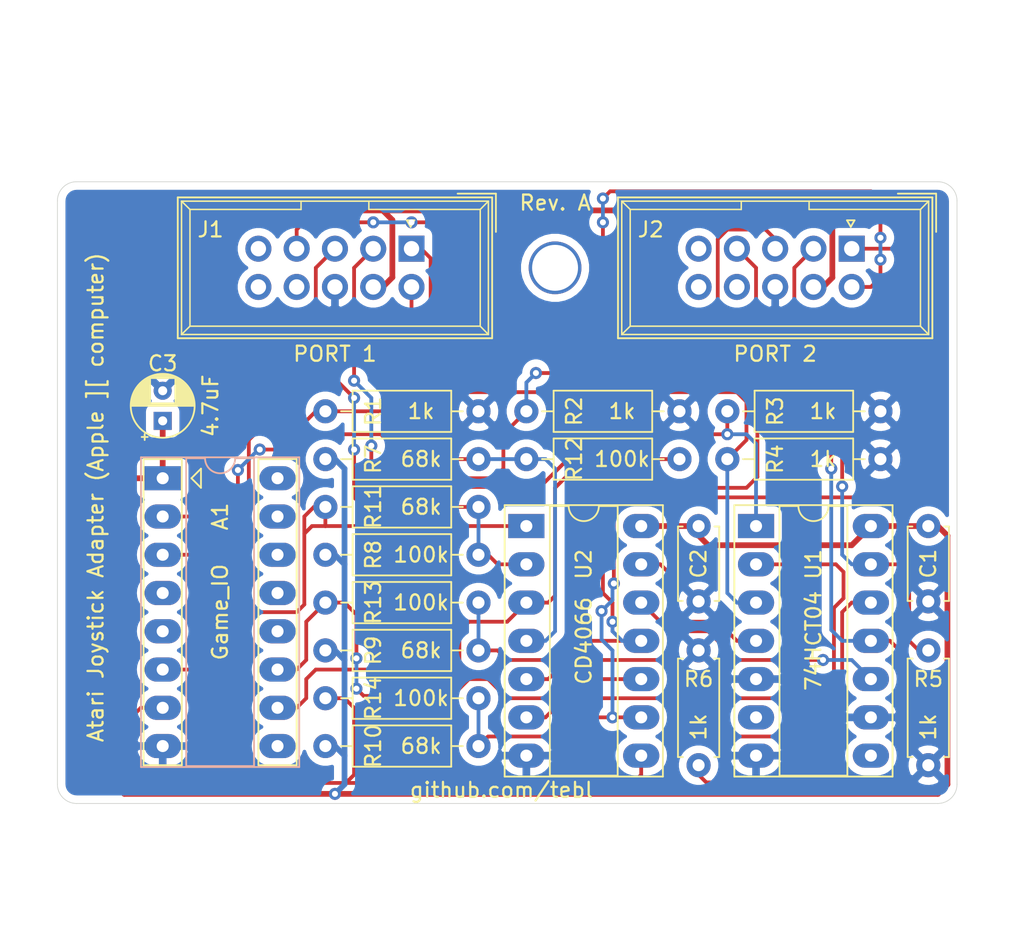
<source format=kicad_pcb>
(kicad_pcb (version 20171130) (host pcbnew "(5.1.8)-1")

  (general
    (thickness 1.6)
    (drawings 13)
    (tracks 329)
    (zones 0)
    (modules 23)
    (nets 21)
  )

  (page A4)
  (layers
    (0 F.Cu signal)
    (31 B.Cu signal)
    (32 B.Adhes user)
    (33 F.Adhes user)
    (34 B.Paste user)
    (35 F.Paste user)
    (36 B.SilkS user)
    (37 F.SilkS user)
    (38 B.Mask user)
    (39 F.Mask user)
    (40 Dwgs.User user)
    (41 Cmts.User user)
    (42 Eco1.User user)
    (43 Eco2.User user)
    (44 Edge.Cuts user)
    (45 Margin user)
    (46 B.CrtYd user)
    (47 F.CrtYd user)
    (48 B.Fab user)
    (49 F.Fab user)
  )

  (setup
    (last_trace_width 0.25)
    (trace_clearance 0.2)
    (zone_clearance 0.508)
    (zone_45_only no)
    (trace_min 0.2)
    (via_size 0.8)
    (via_drill 0.4)
    (via_min_size 0.4)
    (via_min_drill 0.3)
    (uvia_size 0.3)
    (uvia_drill 0.1)
    (uvias_allowed no)
    (uvia_min_size 0.2)
    (uvia_min_drill 0.1)
    (edge_width 0.05)
    (segment_width 0.2)
    (pcb_text_width 0.3)
    (pcb_text_size 1.5 1.5)
    (mod_edge_width 0.12)
    (mod_text_size 1 1)
    (mod_text_width 0.15)
    (pad_size 1.524 1.524)
    (pad_drill 0.762)
    (pad_to_mask_clearance 0)
    (aux_axis_origin 0 0)
    (visible_elements 7FFFFFFF)
    (pcbplotparams
      (layerselection 0x010fc_ffffffff)
      (usegerberextensions true)
      (usegerberattributes true)
      (usegerberadvancedattributes true)
      (creategerberjobfile true)
      (excludeedgelayer true)
      (linewidth 0.100000)
      (plotframeref false)
      (viasonmask false)
      (mode 1)
      (useauxorigin false)
      (hpglpennumber 1)
      (hpglpenspeed 20)
      (hpglpendiameter 15.000000)
      (psnegative false)
      (psa4output false)
      (plotreference true)
      (plotvalue true)
      (plotinvisibletext false)
      (padsonsilk false)
      (subtractmaskfromsilk false)
      (outputformat 1)
      (mirror false)
      (drillshape 0)
      (scaleselection 1)
      (outputdirectory "export/"))
  )

  (net 0 "")
  (net 1 VCC)
  (net 2 /P2_FIRE)
  (net 3 /GC1)
  (net 4 /P1_FIRE)
  (net 5 /GC3)
  (net 6 /GC0)
  (net 7 /GC2)
  (net 8 GND)
  (net 9 /P1_DOWN)
  (net 10 /P1_LEFT)
  (net 11 /P2_UP)
  (net 12 /P2_DOWN)
  (net 13 /P2_LEFT)
  (net 14 /P2_RIGHT)
  (net 15 "Net-(U1-Pad2)")
  (net 16 "Net-(U1-Pad10)")
  (net 17 "Net-(U1-Pad4)")
  (net 18 "Net-(U1-Pad12)")
  (net 19 /P1_RIGHT)
  (net 20 /P1_UP)

  (net_class Default "This is the default net class."
    (clearance 0.2)
    (trace_width 0.25)
    (via_dia 0.8)
    (via_drill 0.4)
    (uvia_dia 0.3)
    (uvia_drill 0.1)
    (add_net /GC0)
    (add_net /GC1)
    (add_net /GC2)
    (add_net /GC3)
    (add_net /P1_DOWN)
    (add_net /P1_FIRE)
    (add_net /P1_LEFT)
    (add_net /P1_RIGHT)
    (add_net /P1_UP)
    (add_net /P2_DOWN)
    (add_net /P2_FIRE)
    (add_net /P2_LEFT)
    (add_net /P2_RIGHT)
    (add_net /P2_UP)
    (add_net GND)
    (add_net "Net-(U1-Pad10)")
    (add_net "Net-(U1-Pad12)")
    (add_net "Net-(U1-Pad2)")
    (add_net "Net-(U1-Pad4)")
  )

  (net_class PWR ""
    (clearance 0.2)
    (trace_width 0.381)
    (via_dia 0.8)
    (via_drill 0.4)
    (uvia_dia 0.3)
    (uvia_drill 0.1)
    (add_net VCC)
  )

  (module adapter:DIP-16_W7.62mm_Socket_LongPads (layer F.Cu) (tedit 5FFA52B8) (tstamp 5FFA967B)
    (at 167.005 117.475)
    (descr "16-lead though-hole mounted DIP package, row spacing 7.62 mm (300 mils), Socket, LongPads")
    (tags "THT DIP DIL PDIP 2.54mm 7.62mm 300mil Socket LongPads")
    (path /5FFA2045)
    (fp_text reference A1 (at 3.81 2.54 90) (layer F.SilkS)
      (effects (font (size 1 1) (thickness 0.15)))
    )
    (fp_text value Game_IO (at 3.81 8.89 90) (layer F.SilkS)
      (effects (font (size 1 1) (thickness 0.15)))
    )
    (fp_line (start 6.35 19.05) (end 6.35 -1.27) (layer F.SilkS) (width 0.12))
    (fp_line (start 8.89 19.05) (end 6.35 19.05) (layer F.SilkS) (width 0.12))
    (fp_line (start 8.89 -1.27) (end 8.89 19.05) (layer F.SilkS) (width 0.12))
    (fp_line (start 6.35 -1.27) (end 8.89 -1.27) (layer F.SilkS) (width 0.12))
    (fp_line (start -1.27 19.05) (end -1.27 -1.27) (layer F.SilkS) (width 0.12))
    (fp_line (start 1.27 19.05) (end -1.27 19.05) (layer F.SilkS) (width 0.12))
    (fp_line (start 1.27 -1.27) (end 1.27 19.05) (layer F.SilkS) (width 0.12))
    (fp_line (start -1.27 -1.27) (end 1.27 -1.27) (layer F.SilkS) (width 0.12))
    (fp_line (start 9.15 -1.6) (end -1.55 -1.6) (layer F.CrtYd) (width 0.05))
    (fp_line (start 9.15 19.4) (end 9.15 -1.6) (layer F.CrtYd) (width 0.05))
    (fp_line (start -1.55 19.4) (end 9.15 19.4) (layer F.CrtYd) (width 0.05))
    (fp_line (start -1.55 -1.6) (end -1.55 19.4) (layer F.CrtYd) (width 0.05))
    (fp_line (start 9.06 -1.39) (end -1.44 -1.39) (layer B.SilkS) (width 0.12))
    (fp_line (start 9.06 19.17) (end 9.06 -1.39) (layer B.SilkS) (width 0.12))
    (fp_line (start -1.44 19.17) (end 9.06 19.17) (layer B.SilkS) (width 0.12))
    (fp_line (start -1.44 -1.39) (end -1.44 19.17) (layer B.SilkS) (width 0.12))
    (fp_line (start 6.06 -1.33) (end 4.81 -1.33) (layer B.SilkS) (width 0.12))
    (fp_line (start 6.06 19.11) (end 6.06 -1.33) (layer B.SilkS) (width 0.12))
    (fp_line (start 1.56 19.11) (end 6.06 19.11) (layer B.SilkS) (width 0.12))
    (fp_line (start 1.56 -1.33) (end 1.56 19.11) (layer B.SilkS) (width 0.12))
    (fp_line (start 2.81 -1.33) (end 1.56 -1.33) (layer B.SilkS) (width 0.12))
    (fp_line (start 8.89 -1.33) (end -1.27 -1.33) (layer F.Fab) (width 0.1))
    (fp_line (start 8.89 19.11) (end 8.89 -1.33) (layer F.Fab) (width 0.1))
    (fp_line (start -1.27 19.11) (end 8.89 19.11) (layer F.Fab) (width 0.1))
    (fp_line (start -1.27 -1.33) (end -1.27 19.11) (layer F.Fab) (width 0.1))
    (fp_line (start 0.635 -0.27) (end 1.635 -1.27) (layer F.Fab) (width 0.1))
    (fp_line (start 0.635 19.05) (end 0.635 -0.27) (layer F.Fab) (width 0.1))
    (fp_line (start 6.985 19.05) (end 0.635 19.05) (layer F.Fab) (width 0.1))
    (fp_line (start 6.985 -1.27) (end 6.985 19.05) (layer F.Fab) (width 0.1))
    (fp_line (start 1.635 -1.27) (end 6.985 -1.27) (layer F.Fab) (width 0.1))
    (fp_line (start 1.905 0) (end 2.54 -0.635) (layer F.SilkS) (width 0.12))
    (fp_line (start 2.54 -0.635) (end 2.54 0.635) (layer F.SilkS) (width 0.12))
    (fp_line (start 2.54 0.635) (end 1.905 0) (layer F.SilkS) (width 0.12))
    (fp_text user %R (at 3.81 2.54 90) (layer F.Fab)
      (effects (font (size 1 1) (thickness 0.15)))
    )
    (fp_arc (start 3.81 -1.33) (end 2.81 -1.33) (angle -180) (layer B.SilkS) (width 0.12))
    (pad 16 thru_hole oval (at 7.62 0) (size 2.4 1.6) (drill 0.8) (layers *.Cu *.Mask))
    (pad 8 thru_hole oval (at 0 17.78) (size 2.4 1.6) (drill 0.8) (layers *.Cu *.Mask)
      (net 8 GND))
    (pad 15 thru_hole oval (at 7.62 2.54) (size 2.4 1.6) (drill 0.8) (layers *.Cu *.Mask))
    (pad 7 thru_hole oval (at 0 15.24) (size 2.4 1.6) (drill 0.8) (layers *.Cu *.Mask)
      (net 7 /GC2))
    (pad 14 thru_hole oval (at 7.62 5.08) (size 2.4 1.6) (drill 0.8) (layers *.Cu *.Mask))
    (pad 6 thru_hole oval (at 0 12.7) (size 2.4 1.6) (drill 0.8) (layers *.Cu *.Mask)
      (net 6 /GC0))
    (pad 13 thru_hole oval (at 7.62 7.62) (size 2.4 1.6) (drill 0.8) (layers *.Cu *.Mask))
    (pad 5 thru_hole oval (at 0 10.16) (size 2.4 1.6) (drill 0.8) (layers *.Cu *.Mask))
    (pad 12 thru_hole oval (at 7.62 10.16) (size 2.4 1.6) (drill 0.8) (layers *.Cu *.Mask))
    (pad 4 thru_hole oval (at 0 7.62) (size 2.4 1.6) (drill 0.8) (layers *.Cu *.Mask))
    (pad 11 thru_hole oval (at 7.62 12.7) (size 2.4 1.6) (drill 0.8) (layers *.Cu *.Mask)
      (net 5 /GC3))
    (pad 3 thru_hole oval (at 0 5.08) (size 2.4 1.6) (drill 0.8) (layers *.Cu *.Mask)
      (net 4 /P1_FIRE))
    (pad 10 thru_hole oval (at 7.62 15.24) (size 2.4 1.6) (drill 0.8) (layers *.Cu *.Mask)
      (net 3 /GC1))
    (pad 2 thru_hole oval (at 0 2.54) (size 2.4 1.6) (drill 0.8) (layers *.Cu *.Mask)
      (net 2 /P2_FIRE))
    (pad 9 thru_hole oval (at 7.62 17.78) (size 2.4 1.6) (drill 0.8) (layers *.Cu *.Mask))
    (pad 1 thru_hole rect (at 0 0) (size 2.4 1.6) (drill 0.8) (layers *.Cu *.Mask)
      (net 1 VCC))
    (model ${KISYS3DMOD}/Package_DIP.3dshapes/DIP-16_W7.62mm_Socket.wrl
      (at (xyz 0 0 0))
      (scale (xyz 1 1 1))
      (rotate (xyz 0 0 0))
    )
  )

  (module Resistor_THT:R_Axial_DIN0207_L6.3mm_D2.5mm_P10.16mm_Horizontal (layer F.Cu) (tedit 5AE5139B) (tstamp 5FFAC7F7)
    (at 214.63 113.03 180)
    (descr "Resistor, Axial_DIN0207 series, Axial, Horizontal, pin pitch=10.16mm, 0.25W = 1/4W, length*diameter=6.3*2.5mm^2, http://cdn-reichelt.de/documents/datenblatt/B400/1_4W%23YAG.pdf")
    (tags "Resistor Axial_DIN0207 series Axial Horizontal pin pitch 10.16mm 0.25W = 1/4W length 6.3mm diameter 2.5mm")
    (path /6009D485)
    (fp_text reference R3 (at 6.985 0 90) (layer F.SilkS)
      (effects (font (size 1 1) (thickness 0.15)))
    )
    (fp_text value 1k (at 3.81 0) (layer F.SilkS)
      (effects (font (size 1 1) (thickness 0.15)))
    )
    (fp_line (start 1.93 -1.25) (end 1.93 1.25) (layer F.Fab) (width 0.1))
    (fp_line (start 1.93 1.25) (end 8.23 1.25) (layer F.Fab) (width 0.1))
    (fp_line (start 8.23 1.25) (end 8.23 -1.25) (layer F.Fab) (width 0.1))
    (fp_line (start 8.23 -1.25) (end 1.93 -1.25) (layer F.Fab) (width 0.1))
    (fp_line (start 0 0) (end 1.93 0) (layer F.Fab) (width 0.1))
    (fp_line (start 10.16 0) (end 8.23 0) (layer F.Fab) (width 0.1))
    (fp_line (start 1.81 -1.37) (end 1.81 1.37) (layer F.SilkS) (width 0.12))
    (fp_line (start 1.81 1.37) (end 8.35 1.37) (layer F.SilkS) (width 0.12))
    (fp_line (start 8.35 1.37) (end 8.35 -1.37) (layer F.SilkS) (width 0.12))
    (fp_line (start 8.35 -1.37) (end 1.81 -1.37) (layer F.SilkS) (width 0.12))
    (fp_line (start 1.04 0) (end 1.81 0) (layer F.SilkS) (width 0.12))
    (fp_line (start 9.12 0) (end 8.35 0) (layer F.SilkS) (width 0.12))
    (fp_line (start -1.05 -1.5) (end -1.05 1.5) (layer F.CrtYd) (width 0.05))
    (fp_line (start -1.05 1.5) (end 11.21 1.5) (layer F.CrtYd) (width 0.05))
    (fp_line (start 11.21 1.5) (end 11.21 -1.5) (layer F.CrtYd) (width 0.05))
    (fp_line (start 11.21 -1.5) (end -1.05 -1.5) (layer F.CrtYd) (width 0.05))
    (fp_text user %R (at 6.985 0 90) (layer F.Fab)
      (effects (font (size 1 1) (thickness 0.15)))
    )
    (pad 2 thru_hole oval (at 10.16 0 180) (size 1.6 1.6) (drill 0.8) (layers *.Cu *.Mask)
      (net 9 /P1_DOWN))
    (pad 1 thru_hole circle (at 0 0 180) (size 1.6 1.6) (drill 0.8) (layers *.Cu *.Mask)
      (net 8 GND))
    (model ${KISYS3DMOD}/Resistor_THT.3dshapes/R_Axial_DIN0207_L6.3mm_D2.5mm_P10.16mm_Horizontal.wrl
      (at (xyz 0 0 0))
      (scale (xyz 1 1 1))
      (rotate (xyz 0 0 0))
    )
  )

  (module Capacitor_THT:C_Disc_D4.7mm_W2.5mm_P5.00mm (layer F.Cu) (tedit 5AE50EF0) (tstamp 5FFA8203)
    (at 202.565 120.65 270)
    (descr "C, Disc series, Radial, pin pitch=5.00mm, , diameter*width=4.7*2.5mm^2, Capacitor, http://www.vishay.com/docs/45233/krseries.pdf")
    (tags "C Disc series Radial pin pitch 5.00mm  diameter 4.7mm width 2.5mm Capacitor")
    (path /60638FB0)
    (fp_text reference C2 (at 2.5 0 90) (layer F.SilkS)
      (effects (font (size 1 1) (thickness 0.15)))
    )
    (fp_text value 100nF (at 2.5 2.5 90) (layer F.Fab)
      (effects (font (size 1 1) (thickness 0.15)))
    )
    (fp_line (start 0.15 -1.25) (end 0.15 1.25) (layer F.Fab) (width 0.1))
    (fp_line (start 0.15 1.25) (end 4.85 1.25) (layer F.Fab) (width 0.1))
    (fp_line (start 4.85 1.25) (end 4.85 -1.25) (layer F.Fab) (width 0.1))
    (fp_line (start 4.85 -1.25) (end 0.15 -1.25) (layer F.Fab) (width 0.1))
    (fp_line (start 0.03 -1.37) (end 4.97 -1.37) (layer F.SilkS) (width 0.12))
    (fp_line (start 0.03 1.37) (end 4.97 1.37) (layer F.SilkS) (width 0.12))
    (fp_line (start 0.03 -1.37) (end 0.03 -1.055) (layer F.SilkS) (width 0.12))
    (fp_line (start 0.03 1.055) (end 0.03 1.37) (layer F.SilkS) (width 0.12))
    (fp_line (start 4.97 -1.37) (end 4.97 -1.055) (layer F.SilkS) (width 0.12))
    (fp_line (start 4.97 1.055) (end 4.97 1.37) (layer F.SilkS) (width 0.12))
    (fp_line (start -1.05 -1.5) (end -1.05 1.5) (layer F.CrtYd) (width 0.05))
    (fp_line (start -1.05 1.5) (end 6.05 1.5) (layer F.CrtYd) (width 0.05))
    (fp_line (start 6.05 1.5) (end 6.05 -1.5) (layer F.CrtYd) (width 0.05))
    (fp_line (start 6.05 -1.5) (end -1.05 -1.5) (layer F.CrtYd) (width 0.05))
    (fp_text user %R (at 2.5 0 90) (layer F.Fab)
      (effects (font (size 0.94 0.94) (thickness 0.141)))
    )
    (pad 2 thru_hole circle (at 5 0 270) (size 1.6 1.6) (drill 0.8) (layers *.Cu *.Mask)
      (net 8 GND))
    (pad 1 thru_hole circle (at 0 0 270) (size 1.6 1.6) (drill 0.8) (layers *.Cu *.Mask)
      (net 1 VCC))
    (model ${KISYS3DMOD}/Capacitor_THT.3dshapes/C_Disc_D4.7mm_W2.5mm_P5.00mm.wrl
      (at (xyz 0 0 0))
      (scale (xyz 1 1 1))
      (rotate (xyz 0 0 0))
    )
  )

  (module Resistor_THT:R_Axial_DIN0207_L6.3mm_D2.5mm_P10.16mm_Horizontal (layer F.Cu) (tedit 5AE5139B) (tstamp 5FFAC629)
    (at 177.8 132.08)
    (descr "Resistor, Axial_DIN0207 series, Axial, Horizontal, pin pitch=10.16mm, 0.25W = 1/4W, length*diameter=6.3*2.5mm^2, http://cdn-reichelt.de/documents/datenblatt/B400/1_4W%23YAG.pdf")
    (tags "Resistor Axial_DIN0207 series Axial Horizontal pin pitch 10.16mm 0.25W = 1/4W length 6.3mm diameter 2.5mm")
    (path /5FFCFAAC)
    (fp_text reference R14 (at 3.175 0 90) (layer F.SilkS)
      (effects (font (size 1 1) (thickness 0.15)))
    )
    (fp_text value 100k (at 6.35 0) (layer F.SilkS)
      (effects (font (size 1 1) (thickness 0.15)))
    )
    (fp_line (start 11.21 -1.5) (end -1.05 -1.5) (layer F.CrtYd) (width 0.05))
    (fp_line (start 11.21 1.5) (end 11.21 -1.5) (layer F.CrtYd) (width 0.05))
    (fp_line (start -1.05 1.5) (end 11.21 1.5) (layer F.CrtYd) (width 0.05))
    (fp_line (start -1.05 -1.5) (end -1.05 1.5) (layer F.CrtYd) (width 0.05))
    (fp_line (start 9.12 0) (end 8.35 0) (layer F.SilkS) (width 0.12))
    (fp_line (start 1.04 0) (end 1.81 0) (layer F.SilkS) (width 0.12))
    (fp_line (start 8.35 -1.37) (end 1.81 -1.37) (layer F.SilkS) (width 0.12))
    (fp_line (start 8.35 1.37) (end 8.35 -1.37) (layer F.SilkS) (width 0.12))
    (fp_line (start 1.81 1.37) (end 8.35 1.37) (layer F.SilkS) (width 0.12))
    (fp_line (start 1.81 -1.37) (end 1.81 1.37) (layer F.SilkS) (width 0.12))
    (fp_line (start 10.16 0) (end 8.23 0) (layer F.Fab) (width 0.1))
    (fp_line (start 0 0) (end 1.93 0) (layer F.Fab) (width 0.1))
    (fp_line (start 8.23 -1.25) (end 1.93 -1.25) (layer F.Fab) (width 0.1))
    (fp_line (start 8.23 1.25) (end 8.23 -1.25) (layer F.Fab) (width 0.1))
    (fp_line (start 1.93 1.25) (end 8.23 1.25) (layer F.Fab) (width 0.1))
    (fp_line (start 1.93 -1.25) (end 1.93 1.25) (layer F.Fab) (width 0.1))
    (fp_text user %R (at 3.175 0 90) (layer F.Fab)
      (effects (font (size 1 1) (thickness 0.15)))
    )
    (pad 1 thru_hole circle (at 0 0) (size 1.6 1.6) (drill 0.8) (layers *.Cu *.Mask)
      (net 7 /GC2))
    (pad 2 thru_hole oval (at 10.16 0) (size 1.6 1.6) (drill 0.8) (layers *.Cu *.Mask)
      (net 11 /P2_UP))
    (model ${KISYS3DMOD}/Resistor_THT.3dshapes/R_Axial_DIN0207_L6.3mm_D2.5mm_P10.16mm_Horizontal.wrl
      (at (xyz 0 0 0))
      (scale (xyz 1 1 1))
      (rotate (xyz 0 0 0))
    )
  )

  (module Package_DIP:DIP-14_W7.62mm_Socket_LongPads (layer F.Cu) (tedit 5A02E8C5) (tstamp 5FFA8438)
    (at 206.375 120.65)
    (descr "14-lead though-hole mounted DIP package, row spacing 7.62 mm (300 mils), Socket, LongPads")
    (tags "THT DIP DIL PDIP 2.54mm 7.62mm 300mil Socket LongPads")
    (path /5FFAA574)
    (fp_text reference U1 (at 3.81 2.54 270) (layer F.SilkS)
      (effects (font (size 1 1) (thickness 0.15)))
    )
    (fp_text value 74HCT04 (at 3.81 7.62 90) (layer F.SilkS)
      (effects (font (size 1 1) (thickness 0.15)))
    )
    (fp_line (start 9.15 -1.6) (end -1.55 -1.6) (layer F.CrtYd) (width 0.05))
    (fp_line (start 9.15 16.85) (end 9.15 -1.6) (layer F.CrtYd) (width 0.05))
    (fp_line (start -1.55 16.85) (end 9.15 16.85) (layer F.CrtYd) (width 0.05))
    (fp_line (start -1.55 -1.6) (end -1.55 16.85) (layer F.CrtYd) (width 0.05))
    (fp_line (start 9.06 -1.39) (end -1.44 -1.39) (layer F.SilkS) (width 0.12))
    (fp_line (start 9.06 16.63) (end 9.06 -1.39) (layer F.SilkS) (width 0.12))
    (fp_line (start -1.44 16.63) (end 9.06 16.63) (layer F.SilkS) (width 0.12))
    (fp_line (start -1.44 -1.39) (end -1.44 16.63) (layer F.SilkS) (width 0.12))
    (fp_line (start 6.06 -1.33) (end 4.81 -1.33) (layer F.SilkS) (width 0.12))
    (fp_line (start 6.06 16.57) (end 6.06 -1.33) (layer F.SilkS) (width 0.12))
    (fp_line (start 1.56 16.57) (end 6.06 16.57) (layer F.SilkS) (width 0.12))
    (fp_line (start 1.56 -1.33) (end 1.56 16.57) (layer F.SilkS) (width 0.12))
    (fp_line (start 2.81 -1.33) (end 1.56 -1.33) (layer F.SilkS) (width 0.12))
    (fp_line (start 8.89 -1.33) (end -1.27 -1.33) (layer F.Fab) (width 0.1))
    (fp_line (start 8.89 16.57) (end 8.89 -1.33) (layer F.Fab) (width 0.1))
    (fp_line (start -1.27 16.57) (end 8.89 16.57) (layer F.Fab) (width 0.1))
    (fp_line (start -1.27 -1.33) (end -1.27 16.57) (layer F.Fab) (width 0.1))
    (fp_line (start 0.635 -0.27) (end 1.635 -1.27) (layer F.Fab) (width 0.1))
    (fp_line (start 0.635 16.51) (end 0.635 -0.27) (layer F.Fab) (width 0.1))
    (fp_line (start 6.985 16.51) (end 0.635 16.51) (layer F.Fab) (width 0.1))
    (fp_line (start 6.985 -1.27) (end 6.985 16.51) (layer F.Fab) (width 0.1))
    (fp_line (start 1.635 -1.27) (end 6.985 -1.27) (layer F.Fab) (width 0.1))
    (fp_arc (start 3.81 -1.33) (end 2.81 -1.33) (angle -180) (layer F.SilkS) (width 0.12))
    (fp_text user %R (at 3.81 2.54 270) (layer F.Fab)
      (effects (font (size 1 1) (thickness 0.15)))
    )
    (pad 1 thru_hole rect (at 0 0) (size 2.4 1.6) (drill 0.8) (layers *.Cu *.Mask)
      (net 9 /P1_DOWN))
    (pad 8 thru_hole oval (at 7.62 15.24) (size 2.4 1.6) (drill 0.8) (layers *.Cu *.Mask))
    (pad 2 thru_hole oval (at 0 2.54) (size 2.4 1.6) (drill 0.8) (layers *.Cu *.Mask)
      (net 15 "Net-(U1-Pad2)"))
    (pad 9 thru_hole oval (at 7.62 12.7) (size 2.4 1.6) (drill 0.8) (layers *.Cu *.Mask)
      (net 8 GND))
    (pad 3 thru_hole oval (at 0 5.08) (size 2.4 1.6) (drill 0.8) (layers *.Cu *.Mask)
      (net 19 /P1_RIGHT))
    (pad 10 thru_hole oval (at 7.62 10.16) (size 2.4 1.6) (drill 0.8) (layers *.Cu *.Mask)
      (net 16 "Net-(U1-Pad10)"))
    (pad 4 thru_hole oval (at 0 7.62) (size 2.4 1.6) (drill 0.8) (layers *.Cu *.Mask)
      (net 17 "Net-(U1-Pad4)"))
    (pad 11 thru_hole oval (at 7.62 7.62) (size 2.4 1.6) (drill 0.8) (layers *.Cu *.Mask)
      (net 14 /P2_RIGHT))
    (pad 5 thru_hole oval (at 0 10.16) (size 2.4 1.6) (drill 0.8) (layers *.Cu *.Mask)
      (net 8 GND))
    (pad 12 thru_hole oval (at 7.62 5.08) (size 2.4 1.6) (drill 0.8) (layers *.Cu *.Mask)
      (net 18 "Net-(U1-Pad12)"))
    (pad 6 thru_hole oval (at 0 12.7) (size 2.4 1.6) (drill 0.8) (layers *.Cu *.Mask))
    (pad 13 thru_hole oval (at 7.62 2.54) (size 2.4 1.6) (drill 0.8) (layers *.Cu *.Mask)
      (net 12 /P2_DOWN))
    (pad 7 thru_hole oval (at 0 15.24) (size 2.4 1.6) (drill 0.8) (layers *.Cu *.Mask)
      (net 8 GND))
    (pad 14 thru_hole oval (at 7.62 0) (size 2.4 1.6) (drill 0.8) (layers *.Cu *.Mask)
      (net 1 VCC))
    (model ${KISYS3DMOD}/Package_DIP.3dshapes/DIP-14_W7.62mm_Socket.wrl
      (at (xyz 0 0 0))
      (scale (xyz 1 1 1))
      (rotate (xyz 0 0 0))
    )
  )

  (module Capacitor_THT:C_Disc_D4.7mm_W2.5mm_P5.00mm (layer F.Cu) (tedit 5AE50EF0) (tstamp 5FFA81EE)
    (at 217.805 120.65 270)
    (descr "C, Disc series, Radial, pin pitch=5.00mm, , diameter*width=4.7*2.5mm^2, Capacitor, http://www.vishay.com/docs/45233/krseries.pdf")
    (tags "C Disc series Radial pin pitch 5.00mm  diameter 4.7mm width 2.5mm Capacitor")
    (path /60638572)
    (fp_text reference C1 (at 2.5 0 90) (layer F.SilkS)
      (effects (font (size 1 1) (thickness 0.15)))
    )
    (fp_text value 100nF (at 2.5 2.5 90) (layer F.Fab)
      (effects (font (size 1 1) (thickness 0.15)))
    )
    (fp_line (start 6.05 -1.5) (end -1.05 -1.5) (layer F.CrtYd) (width 0.05))
    (fp_line (start 6.05 1.5) (end 6.05 -1.5) (layer F.CrtYd) (width 0.05))
    (fp_line (start -1.05 1.5) (end 6.05 1.5) (layer F.CrtYd) (width 0.05))
    (fp_line (start -1.05 -1.5) (end -1.05 1.5) (layer F.CrtYd) (width 0.05))
    (fp_line (start 4.97 1.055) (end 4.97 1.37) (layer F.SilkS) (width 0.12))
    (fp_line (start 4.97 -1.37) (end 4.97 -1.055) (layer F.SilkS) (width 0.12))
    (fp_line (start 0.03 1.055) (end 0.03 1.37) (layer F.SilkS) (width 0.12))
    (fp_line (start 0.03 -1.37) (end 0.03 -1.055) (layer F.SilkS) (width 0.12))
    (fp_line (start 0.03 1.37) (end 4.97 1.37) (layer F.SilkS) (width 0.12))
    (fp_line (start 0.03 -1.37) (end 4.97 -1.37) (layer F.SilkS) (width 0.12))
    (fp_line (start 4.85 -1.25) (end 0.15 -1.25) (layer F.Fab) (width 0.1))
    (fp_line (start 4.85 1.25) (end 4.85 -1.25) (layer F.Fab) (width 0.1))
    (fp_line (start 0.15 1.25) (end 4.85 1.25) (layer F.Fab) (width 0.1))
    (fp_line (start 0.15 -1.25) (end 0.15 1.25) (layer F.Fab) (width 0.1))
    (fp_text user %R (at 2.5 0 90) (layer F.Fab)
      (effects (font (size 0.94 0.94) (thickness 0.141)))
    )
    (pad 1 thru_hole circle (at 0 0 270) (size 1.6 1.6) (drill 0.8) (layers *.Cu *.Mask)
      (net 1 VCC))
    (pad 2 thru_hole circle (at 5 0 270) (size 1.6 1.6) (drill 0.8) (layers *.Cu *.Mask)
      (net 8 GND))
    (model ${KISYS3DMOD}/Capacitor_THT.3dshapes/C_Disc_D4.7mm_W2.5mm_P5.00mm.wrl
      (at (xyz 0 0 0))
      (scale (xyz 1 1 1))
      (rotate (xyz 0 0 0))
    )
  )

  (module Capacitor_THT:CP_Radial_D4.0mm_P2.00mm (layer F.Cu) (tedit 5AE50EF0) (tstamp 5FFAFB40)
    (at 167.005 113.665 90)
    (descr "CP, Radial series, Radial, pin pitch=2.00mm, , diameter=4mm, Electrolytic Capacitor")
    (tags "CP Radial series Radial pin pitch 2.00mm  diameter 4mm Electrolytic Capacitor")
    (path /6017EEF5)
    (fp_text reference C3 (at 3.81 0 180) (layer F.SilkS)
      (effects (font (size 1 1) (thickness 0.15)))
    )
    (fp_text value 4.7uF (at 1 3.175 90) (layer F.SilkS)
      (effects (font (size 1 1) (thickness 0.15)))
    )
    (fp_line (start -1.069801 -1.395) (end -1.069801 -0.995) (layer F.SilkS) (width 0.12))
    (fp_line (start -1.269801 -1.195) (end -0.869801 -1.195) (layer F.SilkS) (width 0.12))
    (fp_line (start 3.081 -0.37) (end 3.081 0.37) (layer F.SilkS) (width 0.12))
    (fp_line (start 3.041 -0.537) (end 3.041 0.537) (layer F.SilkS) (width 0.12))
    (fp_line (start 3.001 -0.664) (end 3.001 0.664) (layer F.SilkS) (width 0.12))
    (fp_line (start 2.961 -0.768) (end 2.961 0.768) (layer F.SilkS) (width 0.12))
    (fp_line (start 2.921 -0.859) (end 2.921 0.859) (layer F.SilkS) (width 0.12))
    (fp_line (start 2.881 -0.94) (end 2.881 0.94) (layer F.SilkS) (width 0.12))
    (fp_line (start 2.841 -1.013) (end 2.841 1.013) (layer F.SilkS) (width 0.12))
    (fp_line (start 2.801 0.84) (end 2.801 1.08) (layer F.SilkS) (width 0.12))
    (fp_line (start 2.801 -1.08) (end 2.801 -0.84) (layer F.SilkS) (width 0.12))
    (fp_line (start 2.761 0.84) (end 2.761 1.142) (layer F.SilkS) (width 0.12))
    (fp_line (start 2.761 -1.142) (end 2.761 -0.84) (layer F.SilkS) (width 0.12))
    (fp_line (start 2.721 0.84) (end 2.721 1.2) (layer F.SilkS) (width 0.12))
    (fp_line (start 2.721 -1.2) (end 2.721 -0.84) (layer F.SilkS) (width 0.12))
    (fp_line (start 2.681 0.84) (end 2.681 1.254) (layer F.SilkS) (width 0.12))
    (fp_line (start 2.681 -1.254) (end 2.681 -0.84) (layer F.SilkS) (width 0.12))
    (fp_line (start 2.641 0.84) (end 2.641 1.304) (layer F.SilkS) (width 0.12))
    (fp_line (start 2.641 -1.304) (end 2.641 -0.84) (layer F.SilkS) (width 0.12))
    (fp_line (start 2.601 0.84) (end 2.601 1.351) (layer F.SilkS) (width 0.12))
    (fp_line (start 2.601 -1.351) (end 2.601 -0.84) (layer F.SilkS) (width 0.12))
    (fp_line (start 2.561 0.84) (end 2.561 1.396) (layer F.SilkS) (width 0.12))
    (fp_line (start 2.561 -1.396) (end 2.561 -0.84) (layer F.SilkS) (width 0.12))
    (fp_line (start 2.521 0.84) (end 2.521 1.438) (layer F.SilkS) (width 0.12))
    (fp_line (start 2.521 -1.438) (end 2.521 -0.84) (layer F.SilkS) (width 0.12))
    (fp_line (start 2.481 0.84) (end 2.481 1.478) (layer F.SilkS) (width 0.12))
    (fp_line (start 2.481 -1.478) (end 2.481 -0.84) (layer F.SilkS) (width 0.12))
    (fp_line (start 2.441 0.84) (end 2.441 1.516) (layer F.SilkS) (width 0.12))
    (fp_line (start 2.441 -1.516) (end 2.441 -0.84) (layer F.SilkS) (width 0.12))
    (fp_line (start 2.401 0.84) (end 2.401 1.552) (layer F.SilkS) (width 0.12))
    (fp_line (start 2.401 -1.552) (end 2.401 -0.84) (layer F.SilkS) (width 0.12))
    (fp_line (start 2.361 0.84) (end 2.361 1.587) (layer F.SilkS) (width 0.12))
    (fp_line (start 2.361 -1.587) (end 2.361 -0.84) (layer F.SilkS) (width 0.12))
    (fp_line (start 2.321 0.84) (end 2.321 1.619) (layer F.SilkS) (width 0.12))
    (fp_line (start 2.321 -1.619) (end 2.321 -0.84) (layer F.SilkS) (width 0.12))
    (fp_line (start 2.281 0.84) (end 2.281 1.65) (layer F.SilkS) (width 0.12))
    (fp_line (start 2.281 -1.65) (end 2.281 -0.84) (layer F.SilkS) (width 0.12))
    (fp_line (start 2.241 0.84) (end 2.241 1.68) (layer F.SilkS) (width 0.12))
    (fp_line (start 2.241 -1.68) (end 2.241 -0.84) (layer F.SilkS) (width 0.12))
    (fp_line (start 2.201 0.84) (end 2.201 1.708) (layer F.SilkS) (width 0.12))
    (fp_line (start 2.201 -1.708) (end 2.201 -0.84) (layer F.SilkS) (width 0.12))
    (fp_line (start 2.161 0.84) (end 2.161 1.735) (layer F.SilkS) (width 0.12))
    (fp_line (start 2.161 -1.735) (end 2.161 -0.84) (layer F.SilkS) (width 0.12))
    (fp_line (start 2.121 0.84) (end 2.121 1.76) (layer F.SilkS) (width 0.12))
    (fp_line (start 2.121 -1.76) (end 2.121 -0.84) (layer F.SilkS) (width 0.12))
    (fp_line (start 2.081 0.84) (end 2.081 1.785) (layer F.SilkS) (width 0.12))
    (fp_line (start 2.081 -1.785) (end 2.081 -0.84) (layer F.SilkS) (width 0.12))
    (fp_line (start 2.041 0.84) (end 2.041 1.808) (layer F.SilkS) (width 0.12))
    (fp_line (start 2.041 -1.808) (end 2.041 -0.84) (layer F.SilkS) (width 0.12))
    (fp_line (start 2.001 0.84) (end 2.001 1.83) (layer F.SilkS) (width 0.12))
    (fp_line (start 2.001 -1.83) (end 2.001 -0.84) (layer F.SilkS) (width 0.12))
    (fp_line (start 1.961 0.84) (end 1.961 1.851) (layer F.SilkS) (width 0.12))
    (fp_line (start 1.961 -1.851) (end 1.961 -0.84) (layer F.SilkS) (width 0.12))
    (fp_line (start 1.921 0.84) (end 1.921 1.87) (layer F.SilkS) (width 0.12))
    (fp_line (start 1.921 -1.87) (end 1.921 -0.84) (layer F.SilkS) (width 0.12))
    (fp_line (start 1.881 0.84) (end 1.881 1.889) (layer F.SilkS) (width 0.12))
    (fp_line (start 1.881 -1.889) (end 1.881 -0.84) (layer F.SilkS) (width 0.12))
    (fp_line (start 1.841 0.84) (end 1.841 1.907) (layer F.SilkS) (width 0.12))
    (fp_line (start 1.841 -1.907) (end 1.841 -0.84) (layer F.SilkS) (width 0.12))
    (fp_line (start 1.801 0.84) (end 1.801 1.924) (layer F.SilkS) (width 0.12))
    (fp_line (start 1.801 -1.924) (end 1.801 -0.84) (layer F.SilkS) (width 0.12))
    (fp_line (start 1.761 0.84) (end 1.761 1.94) (layer F.SilkS) (width 0.12))
    (fp_line (start 1.761 -1.94) (end 1.761 -0.84) (layer F.SilkS) (width 0.12))
    (fp_line (start 1.721 0.84) (end 1.721 1.954) (layer F.SilkS) (width 0.12))
    (fp_line (start 1.721 -1.954) (end 1.721 -0.84) (layer F.SilkS) (width 0.12))
    (fp_line (start 1.68 0.84) (end 1.68 1.968) (layer F.SilkS) (width 0.12))
    (fp_line (start 1.68 -1.968) (end 1.68 -0.84) (layer F.SilkS) (width 0.12))
    (fp_line (start 1.64 0.84) (end 1.64 1.982) (layer F.SilkS) (width 0.12))
    (fp_line (start 1.64 -1.982) (end 1.64 -0.84) (layer F.SilkS) (width 0.12))
    (fp_line (start 1.6 0.84) (end 1.6 1.994) (layer F.SilkS) (width 0.12))
    (fp_line (start 1.6 -1.994) (end 1.6 -0.84) (layer F.SilkS) (width 0.12))
    (fp_line (start 1.56 0.84) (end 1.56 2.005) (layer F.SilkS) (width 0.12))
    (fp_line (start 1.56 -2.005) (end 1.56 -0.84) (layer F.SilkS) (width 0.12))
    (fp_line (start 1.52 0.84) (end 1.52 2.016) (layer F.SilkS) (width 0.12))
    (fp_line (start 1.52 -2.016) (end 1.52 -0.84) (layer F.SilkS) (width 0.12))
    (fp_line (start 1.48 0.84) (end 1.48 2.025) (layer F.SilkS) (width 0.12))
    (fp_line (start 1.48 -2.025) (end 1.48 -0.84) (layer F.SilkS) (width 0.12))
    (fp_line (start 1.44 0.84) (end 1.44 2.034) (layer F.SilkS) (width 0.12))
    (fp_line (start 1.44 -2.034) (end 1.44 -0.84) (layer F.SilkS) (width 0.12))
    (fp_line (start 1.4 0.84) (end 1.4 2.042) (layer F.SilkS) (width 0.12))
    (fp_line (start 1.4 -2.042) (end 1.4 -0.84) (layer F.SilkS) (width 0.12))
    (fp_line (start 1.36 0.84) (end 1.36 2.05) (layer F.SilkS) (width 0.12))
    (fp_line (start 1.36 -2.05) (end 1.36 -0.84) (layer F.SilkS) (width 0.12))
    (fp_line (start 1.32 0.84) (end 1.32 2.056) (layer F.SilkS) (width 0.12))
    (fp_line (start 1.32 -2.056) (end 1.32 -0.84) (layer F.SilkS) (width 0.12))
    (fp_line (start 1.28 0.84) (end 1.28 2.062) (layer F.SilkS) (width 0.12))
    (fp_line (start 1.28 -2.062) (end 1.28 -0.84) (layer F.SilkS) (width 0.12))
    (fp_line (start 1.24 0.84) (end 1.24 2.067) (layer F.SilkS) (width 0.12))
    (fp_line (start 1.24 -2.067) (end 1.24 -0.84) (layer F.SilkS) (width 0.12))
    (fp_line (start 1.2 0.84) (end 1.2 2.071) (layer F.SilkS) (width 0.12))
    (fp_line (start 1.2 -2.071) (end 1.2 -0.84) (layer F.SilkS) (width 0.12))
    (fp_line (start 1.16 -2.074) (end 1.16 2.074) (layer F.SilkS) (width 0.12))
    (fp_line (start 1.12 -2.077) (end 1.12 2.077) (layer F.SilkS) (width 0.12))
    (fp_line (start 1.08 -2.079) (end 1.08 2.079) (layer F.SilkS) (width 0.12))
    (fp_line (start 1.04 -2.08) (end 1.04 2.08) (layer F.SilkS) (width 0.12))
    (fp_line (start 1 -2.08) (end 1 2.08) (layer F.SilkS) (width 0.12))
    (fp_line (start -0.502554 -1.0675) (end -0.502554 -0.6675) (layer F.Fab) (width 0.1))
    (fp_line (start -0.702554 -0.8675) (end -0.302554 -0.8675) (layer F.Fab) (width 0.1))
    (fp_circle (center 1 0) (end 3.25 0) (layer F.CrtYd) (width 0.05))
    (fp_circle (center 1 0) (end 3.12 0) (layer F.SilkS) (width 0.12))
    (fp_circle (center 1 0) (end 3 0) (layer F.Fab) (width 0.1))
    (fp_text user %R (at 1 0 90) (layer F.Fab)
      (effects (font (size 0.8 0.8) (thickness 0.12)))
    )
    (pad 1 thru_hole rect (at 0 0 90) (size 1.2 1.2) (drill 0.6) (layers *.Cu *.Mask)
      (net 1 VCC))
    (pad 2 thru_hole circle (at 2 0 90) (size 1.2 1.2) (drill 0.6) (layers *.Cu *.Mask)
      (net 8 GND))
    (model ${KISYS3DMOD}/Capacitor_THT.3dshapes/CP_Radial_D4.0mm_P2.00mm.wrl
      (at (xyz 0 0 0))
      (scale (xyz 1 1 1))
      (rotate (xyz 0 0 0))
    )
  )

  (module "C64 JoyKEY:IDC_Joystick" (layer F.Cu) (tedit 5FD29ED6) (tstamp 5FFB091C)
    (at 183.515 102.235 270)
    (descr "Through hole straight IDC box header, 2x05, 2.54mm pitch, double rows")
    (tags "Through hole IDC box header THT 2x05 2.54mm double row")
    (path /5FF9BFA3)
    (fp_text reference J1 (at -1.27 13.335 180) (layer F.SilkS)
      (effects (font (size 1 1) (thickness 0.15)))
    )
    (fp_text value IDC_PORT1 (at 4.445 5.08 180) (layer F.Fab)
      (effects (font (size 1 1) (thickness 0.15)))
    )
    (fp_line (start 5.695 -5.1) (end 5.695 15.26) (layer F.SilkS) (width 0.1))
    (fp_line (start 5.145 -4.56) (end 5.145 14.7) (layer F.SilkS) (width 0.1))
    (fp_line (start -3.155 -5.1) (end -3.155 15.26) (layer F.SilkS) (width 0.1))
    (fp_line (start -2.605 -4.56) (end -2.605 2.83) (layer F.SilkS) (width 0.1))
    (fp_line (start -2.605 7.33) (end -2.605 14.7) (layer F.SilkS) (width 0.1))
    (fp_line (start -2.605 2.83) (end -3.155 2.83) (layer F.SilkS) (width 0.1))
    (fp_line (start -2.605 7.33) (end -3.155 7.33) (layer F.SilkS) (width 0.1))
    (fp_line (start 5.695 -5.1) (end -3.155 -5.1) (layer F.SilkS) (width 0.1))
    (fp_line (start 5.145 -4.56) (end -2.605 -4.56) (layer F.SilkS) (width 0.1))
    (fp_line (start 5.695 15.26) (end -3.155 15.26) (layer F.SilkS) (width 0.1))
    (fp_line (start 5.145 14.7) (end -2.605 14.7) (layer F.SilkS) (width 0.1))
    (fp_line (start 5.695 -5.1) (end 5.145 -4.56) (layer F.SilkS) (width 0.1))
    (fp_line (start 5.695 15.26) (end 5.145 14.7) (layer F.SilkS) (width 0.1))
    (fp_line (start -3.155 -5.1) (end -2.605 -4.56) (layer F.SilkS) (width 0.1))
    (fp_line (start -3.155 15.26) (end -2.605 14.7) (layer F.SilkS) (width 0.1))
    (fp_line (start 5.95 -5.35) (end 5.95 15.51) (layer F.CrtYd) (width 0.05))
    (fp_line (start 5.95 15.51) (end -3.41 15.51) (layer F.CrtYd) (width 0.05))
    (fp_line (start -3.41 15.51) (end -3.41 -5.35) (layer F.CrtYd) (width 0.05))
    (fp_line (start -3.41 -5.35) (end 5.95 -5.35) (layer F.CrtYd) (width 0.05))
    (fp_line (start 5.945 -5.35) (end 5.945 15.51) (layer F.SilkS) (width 0.12))
    (fp_line (start 5.945 15.51) (end -3.405 15.51) (layer F.SilkS) (width 0.12))
    (fp_line (start -3.405 15.51) (end -3.405 -5.35) (layer F.SilkS) (width 0.12))
    (fp_line (start -3.405 -5.35) (end 5.945 -5.35) (layer F.SilkS) (width 0.12))
    (fp_line (start -3.655 -5.6) (end -3.655 -3.06) (layer F.SilkS) (width 0.12))
    (fp_line (start -3.655 -5.6) (end -1.115 -5.6) (layer F.SilkS) (width 0.12))
    (fp_line (start -1.452425 0.0635) (end -1.885438 0.3135) (layer F.SilkS) (width 0.12))
    (fp_line (start -1.885438 -0.1865) (end -1.452425 0.0635) (layer F.SilkS) (width 0.12))
    (fp_line (start -1.885438 0.3135) (end -1.885438 -0.1865) (layer F.SilkS) (width 0.12))
    (fp_text user %R (at 1.27 5.08 90) (layer F.Fab)
      (effects (font (size 1 1) (thickness 0.15)))
    )
    (pad 10 thru_hole oval (at 2.54 10.16 270) (size 1.7272 1.7272) (drill 1.016) (layers *.Cu *.Mask))
    (pad 9 thru_hole oval (at 2.54 7.62 270) (size 1.7272 1.7272) (drill 1.016) (layers *.Cu *.Mask))
    (pad 8 thru_hole oval (at 2.54 5.08 270) (size 1.7272 1.7272) (drill 1.016) (layers *.Cu *.Mask)
      (net 8 GND))
    (pad 7 thru_hole oval (at 2.54 2.54 270) (size 1.7272 1.7272) (drill 1.016) (layers *.Cu *.Mask)
      (net 1 VCC))
    (pad 6 thru_hole oval (at 2.54 0 270) (size 1.7272 1.7272) (drill 1.016) (layers *.Cu *.Mask)
      (net 4 /P1_FIRE))
    (pad 5 thru_hole oval (at 0 10.16 270) (size 1.7272 1.7272) (drill 1.016) (layers *.Cu *.Mask))
    (pad 4 thru_hole oval (at 0 7.62 270) (size 1.7272 1.7272) (drill 1.016) (layers *.Cu *.Mask)
      (net 19 /P1_RIGHT))
    (pad 3 thru_hole oval (at 0 5.08 270) (size 1.7272 1.7272) (drill 1.016) (layers *.Cu *.Mask)
      (net 10 /P1_LEFT))
    (pad 2 thru_hole oval (at 0 2.54 270) (size 1.7272 1.7272) (drill 1.016) (layers *.Cu *.Mask)
      (net 9 /P1_DOWN))
    (pad 1 thru_hole rect (at 0 0 270) (size 1.7272 1.7272) (drill 1.016) (layers *.Cu *.Mask)
      (net 20 /P1_UP))
    (model ${KISYS3DMOD}/Connector_IDC.3dshapes/IDC-Header_2x05_P2.54mm_Vertical.wrl
      (at (xyz 0 0 0))
      (scale (xyz 1 1 1))
      (rotate (xyz 0 0 0))
    )
  )

  (module "C64 JoyKEY:IDC_Joystick" (layer F.Cu) (tedit 5FD29ED6) (tstamp 5FFA82C5)
    (at 212.725 102.235 270)
    (descr "Through hole straight IDC box header, 2x05, 2.54mm pitch, double rows")
    (tags "Through hole IDC box header THT 2x05 2.54mm double row")
    (path /5FF9E0A1)
    (fp_text reference J2 (at -1.27 13.335 180) (layer F.SilkS)
      (effects (font (size 1 1) (thickness 0.15)))
    )
    (fp_text value IDC_PORT2 (at 4.445 5.08 180) (layer F.Fab)
      (effects (font (size 1 1) (thickness 0.15)))
    )
    (fp_line (start -1.885438 0.3135) (end -1.885438 -0.1865) (layer F.SilkS) (width 0.12))
    (fp_line (start -1.885438 -0.1865) (end -1.452425 0.0635) (layer F.SilkS) (width 0.12))
    (fp_line (start -1.452425 0.0635) (end -1.885438 0.3135) (layer F.SilkS) (width 0.12))
    (fp_line (start -3.655 -5.6) (end -1.115 -5.6) (layer F.SilkS) (width 0.12))
    (fp_line (start -3.655 -5.6) (end -3.655 -3.06) (layer F.SilkS) (width 0.12))
    (fp_line (start -3.405 -5.35) (end 5.945 -5.35) (layer F.SilkS) (width 0.12))
    (fp_line (start -3.405 15.51) (end -3.405 -5.35) (layer F.SilkS) (width 0.12))
    (fp_line (start 5.945 15.51) (end -3.405 15.51) (layer F.SilkS) (width 0.12))
    (fp_line (start 5.945 -5.35) (end 5.945 15.51) (layer F.SilkS) (width 0.12))
    (fp_line (start -3.41 -5.35) (end 5.95 -5.35) (layer F.CrtYd) (width 0.05))
    (fp_line (start -3.41 15.51) (end -3.41 -5.35) (layer F.CrtYd) (width 0.05))
    (fp_line (start 5.95 15.51) (end -3.41 15.51) (layer F.CrtYd) (width 0.05))
    (fp_line (start 5.95 -5.35) (end 5.95 15.51) (layer F.CrtYd) (width 0.05))
    (fp_line (start -3.155 15.26) (end -2.605 14.7) (layer F.SilkS) (width 0.1))
    (fp_line (start -3.155 -5.1) (end -2.605 -4.56) (layer F.SilkS) (width 0.1))
    (fp_line (start 5.695 15.26) (end 5.145 14.7) (layer F.SilkS) (width 0.1))
    (fp_line (start 5.695 -5.1) (end 5.145 -4.56) (layer F.SilkS) (width 0.1))
    (fp_line (start 5.145 14.7) (end -2.605 14.7) (layer F.SilkS) (width 0.1))
    (fp_line (start 5.695 15.26) (end -3.155 15.26) (layer F.SilkS) (width 0.1))
    (fp_line (start 5.145 -4.56) (end -2.605 -4.56) (layer F.SilkS) (width 0.1))
    (fp_line (start 5.695 -5.1) (end -3.155 -5.1) (layer F.SilkS) (width 0.1))
    (fp_line (start -2.605 7.33) (end -3.155 7.33) (layer F.SilkS) (width 0.1))
    (fp_line (start -2.605 2.83) (end -3.155 2.83) (layer F.SilkS) (width 0.1))
    (fp_line (start -2.605 7.33) (end -2.605 14.7) (layer F.SilkS) (width 0.1))
    (fp_line (start -2.605 -4.56) (end -2.605 2.83) (layer F.SilkS) (width 0.1))
    (fp_line (start -3.155 -5.1) (end -3.155 15.26) (layer F.SilkS) (width 0.1))
    (fp_line (start 5.145 -4.56) (end 5.145 14.7) (layer F.SilkS) (width 0.1))
    (fp_line (start 5.695 -5.1) (end 5.695 15.26) (layer F.SilkS) (width 0.1))
    (fp_text user %R (at 1.27 5.08 90) (layer F.Fab)
      (effects (font (size 1 1) (thickness 0.15)))
    )
    (pad 1 thru_hole rect (at 0 0 270) (size 1.7272 1.7272) (drill 1.016) (layers *.Cu *.Mask)
      (net 11 /P2_UP))
    (pad 2 thru_hole oval (at 0 2.54 270) (size 1.7272 1.7272) (drill 1.016) (layers *.Cu *.Mask)
      (net 12 /P2_DOWN))
    (pad 3 thru_hole oval (at 0 5.08 270) (size 1.7272 1.7272) (drill 1.016) (layers *.Cu *.Mask)
      (net 13 /P2_LEFT))
    (pad 4 thru_hole oval (at 0 7.62 270) (size 1.7272 1.7272) (drill 1.016) (layers *.Cu *.Mask)
      (net 14 /P2_RIGHT))
    (pad 5 thru_hole oval (at 0 10.16 270) (size 1.7272 1.7272) (drill 1.016) (layers *.Cu *.Mask))
    (pad 6 thru_hole oval (at 2.54 0 270) (size 1.7272 1.7272) (drill 1.016) (layers *.Cu *.Mask)
      (net 2 /P2_FIRE))
    (pad 7 thru_hole oval (at 2.54 2.54 270) (size 1.7272 1.7272) (drill 1.016) (layers *.Cu *.Mask)
      (net 1 VCC))
    (pad 8 thru_hole oval (at 2.54 5.08 270) (size 1.7272 1.7272) (drill 1.016) (layers *.Cu *.Mask)
      (net 8 GND))
    (pad 9 thru_hole oval (at 2.54 7.62 270) (size 1.7272 1.7272) (drill 1.016) (layers *.Cu *.Mask))
    (pad 10 thru_hole oval (at 2.54 10.16 270) (size 1.7272 1.7272) (drill 1.016) (layers *.Cu *.Mask))
    (model ${KISYS3DMOD}/Connector_IDC.3dshapes/IDC-Header_2x05_P2.54mm_Vertical.wrl
      (at (xyz 0 0 0))
      (scale (xyz 1 1 1))
      (rotate (xyz 0 0 0))
    )
  )

  (module Resistor_THT:R_Axial_DIN0207_L6.3mm_D2.5mm_P10.16mm_Horizontal (layer F.Cu) (tedit 5AE5139B) (tstamp 5FFAC87B)
    (at 187.96 113.03 180)
    (descr "Resistor, Axial_DIN0207 series, Axial, Horizontal, pin pitch=10.16mm, 0.25W = 1/4W, length*diameter=6.3*2.5mm^2, http://cdn-reichelt.de/documents/datenblatt/B400/1_4W%23YAG.pdf")
    (tags "Resistor Axial_DIN0207 series Axial Horizontal pin pitch 10.16mm 0.25W = 1/4W length 6.3mm diameter 2.5mm")
    (path /600591B4)
    (fp_text reference R1 (at 6.985 0 90) (layer F.SilkS)
      (effects (font (size 1 1) (thickness 0.15)))
    )
    (fp_text value 1k (at 3.81 0) (layer F.SilkS)
      (effects (font (size 1 1) (thickness 0.15)))
    )
    (fp_line (start 11.21 -1.5) (end -1.05 -1.5) (layer F.CrtYd) (width 0.05))
    (fp_line (start 11.21 1.5) (end 11.21 -1.5) (layer F.CrtYd) (width 0.05))
    (fp_line (start -1.05 1.5) (end 11.21 1.5) (layer F.CrtYd) (width 0.05))
    (fp_line (start -1.05 -1.5) (end -1.05 1.5) (layer F.CrtYd) (width 0.05))
    (fp_line (start 9.12 0) (end 8.35 0) (layer F.SilkS) (width 0.12))
    (fp_line (start 1.04 0) (end 1.81 0) (layer F.SilkS) (width 0.12))
    (fp_line (start 8.35 -1.37) (end 1.81 -1.37) (layer F.SilkS) (width 0.12))
    (fp_line (start 8.35 1.37) (end 8.35 -1.37) (layer F.SilkS) (width 0.12))
    (fp_line (start 1.81 1.37) (end 8.35 1.37) (layer F.SilkS) (width 0.12))
    (fp_line (start 1.81 -1.37) (end 1.81 1.37) (layer F.SilkS) (width 0.12))
    (fp_line (start 10.16 0) (end 8.23 0) (layer F.Fab) (width 0.1))
    (fp_line (start 0 0) (end 1.93 0) (layer F.Fab) (width 0.1))
    (fp_line (start 8.23 -1.25) (end 1.93 -1.25) (layer F.Fab) (width 0.1))
    (fp_line (start 8.23 1.25) (end 8.23 -1.25) (layer F.Fab) (width 0.1))
    (fp_line (start 1.93 1.25) (end 8.23 1.25) (layer F.Fab) (width 0.1))
    (fp_line (start 1.93 -1.25) (end 1.93 1.25) (layer F.Fab) (width 0.1))
    (fp_text user %R (at 6.985 0 90) (layer F.Fab)
      (effects (font (size 1 1) (thickness 0.15)))
    )
    (pad 1 thru_hole circle (at 0 0 180) (size 1.6 1.6) (drill 0.8) (layers *.Cu *.Mask)
      (net 8 GND))
    (pad 2 thru_hole oval (at 10.16 0 180) (size 1.6 1.6) (drill 0.8) (layers *.Cu *.Mask)
      (net 4 /P1_FIRE))
    (model ${KISYS3DMOD}/Resistor_THT.3dshapes/R_Axial_DIN0207_L6.3mm_D2.5mm_P10.16mm_Horizontal.wrl
      (at (xyz 0 0 0))
      (scale (xyz 1 1 1))
      (rotate (xyz 0 0 0))
    )
  )

  (module Resistor_THT:R_Axial_DIN0207_L6.3mm_D2.5mm_P10.16mm_Horizontal (layer F.Cu) (tedit 5AE5139B) (tstamp 5FFAEBA6)
    (at 201.295 113.03 180)
    (descr "Resistor, Axial_DIN0207 series, Axial, Horizontal, pin pitch=10.16mm, 0.25W = 1/4W, length*diameter=6.3*2.5mm^2, http://cdn-reichelt.de/documents/datenblatt/B400/1_4W%23YAG.pdf")
    (tags "Resistor Axial_DIN0207 series Axial Horizontal pin pitch 10.16mm 0.25W = 1/4W length 6.3mm diameter 2.5mm")
    (path /60051E25)
    (fp_text reference R2 (at 6.985 0 90) (layer F.SilkS)
      (effects (font (size 1 1) (thickness 0.15)))
    )
    (fp_text value 1k (at 3.81 0) (layer F.SilkS)
      (effects (font (size 1 1) (thickness 0.15)))
    )
    (fp_line (start 1.93 -1.25) (end 1.93 1.25) (layer F.Fab) (width 0.1))
    (fp_line (start 1.93 1.25) (end 8.23 1.25) (layer F.Fab) (width 0.1))
    (fp_line (start 8.23 1.25) (end 8.23 -1.25) (layer F.Fab) (width 0.1))
    (fp_line (start 8.23 -1.25) (end 1.93 -1.25) (layer F.Fab) (width 0.1))
    (fp_line (start 0 0) (end 1.93 0) (layer F.Fab) (width 0.1))
    (fp_line (start 10.16 0) (end 8.23 0) (layer F.Fab) (width 0.1))
    (fp_line (start 1.81 -1.37) (end 1.81 1.37) (layer F.SilkS) (width 0.12))
    (fp_line (start 1.81 1.37) (end 8.35 1.37) (layer F.SilkS) (width 0.12))
    (fp_line (start 8.35 1.37) (end 8.35 -1.37) (layer F.SilkS) (width 0.12))
    (fp_line (start 8.35 -1.37) (end 1.81 -1.37) (layer F.SilkS) (width 0.12))
    (fp_line (start 1.04 0) (end 1.81 0) (layer F.SilkS) (width 0.12))
    (fp_line (start 9.12 0) (end 8.35 0) (layer F.SilkS) (width 0.12))
    (fp_line (start -1.05 -1.5) (end -1.05 1.5) (layer F.CrtYd) (width 0.05))
    (fp_line (start -1.05 1.5) (end 11.21 1.5) (layer F.CrtYd) (width 0.05))
    (fp_line (start 11.21 1.5) (end 11.21 -1.5) (layer F.CrtYd) (width 0.05))
    (fp_line (start 11.21 -1.5) (end -1.05 -1.5) (layer F.CrtYd) (width 0.05))
    (fp_text user %R (at 6.985 0 90) (layer F.Fab)
      (effects (font (size 1 1) (thickness 0.15)))
    )
    (pad 2 thru_hole oval (at 10.16 0 180) (size 1.6 1.6) (drill 0.8) (layers *.Cu *.Mask)
      (net 2 /P2_FIRE))
    (pad 1 thru_hole circle (at 0 0 180) (size 1.6 1.6) (drill 0.8) (layers *.Cu *.Mask)
      (net 8 GND))
    (model ${KISYS3DMOD}/Resistor_THT.3dshapes/R_Axial_DIN0207_L6.3mm_D2.5mm_P10.16mm_Horizontal.wrl
      (at (xyz 0 0 0))
      (scale (xyz 1 1 1))
      (rotate (xyz 0 0 0))
    )
  )

  (module Resistor_THT:R_Axial_DIN0207_L6.3mm_D2.5mm_P10.16mm_Horizontal (layer F.Cu) (tedit 5AE5139B) (tstamp 5FFAC7B5)
    (at 214.63 116.205 180)
    (descr "Resistor, Axial_DIN0207 series, Axial, Horizontal, pin pitch=10.16mm, 0.25W = 1/4W, length*diameter=6.3*2.5mm^2, http://cdn-reichelt.de/documents/datenblatt/B400/1_4W%23YAG.pdf")
    (tags "Resistor Axial_DIN0207 series Axial Horizontal pin pitch 10.16mm 0.25W = 1/4W length 6.3mm diameter 2.5mm")
    (path /600CB215)
    (fp_text reference R4 (at 6.985 0 90) (layer F.SilkS)
      (effects (font (size 1 1) (thickness 0.15)))
    )
    (fp_text value 1k (at 3.81 0) (layer F.SilkS)
      (effects (font (size 1 1) (thickness 0.15)))
    )
    (fp_line (start 11.21 -1.5) (end -1.05 -1.5) (layer F.CrtYd) (width 0.05))
    (fp_line (start 11.21 1.5) (end 11.21 -1.5) (layer F.CrtYd) (width 0.05))
    (fp_line (start -1.05 1.5) (end 11.21 1.5) (layer F.CrtYd) (width 0.05))
    (fp_line (start -1.05 -1.5) (end -1.05 1.5) (layer F.CrtYd) (width 0.05))
    (fp_line (start 9.12 0) (end 8.35 0) (layer F.SilkS) (width 0.12))
    (fp_line (start 1.04 0) (end 1.81 0) (layer F.SilkS) (width 0.12))
    (fp_line (start 8.35 -1.37) (end 1.81 -1.37) (layer F.SilkS) (width 0.12))
    (fp_line (start 8.35 1.37) (end 8.35 -1.37) (layer F.SilkS) (width 0.12))
    (fp_line (start 1.81 1.37) (end 8.35 1.37) (layer F.SilkS) (width 0.12))
    (fp_line (start 1.81 -1.37) (end 1.81 1.37) (layer F.SilkS) (width 0.12))
    (fp_line (start 10.16 0) (end 8.23 0) (layer F.Fab) (width 0.1))
    (fp_line (start 0 0) (end 1.93 0) (layer F.Fab) (width 0.1))
    (fp_line (start 8.23 -1.25) (end 1.93 -1.25) (layer F.Fab) (width 0.1))
    (fp_line (start 8.23 1.25) (end 8.23 -1.25) (layer F.Fab) (width 0.1))
    (fp_line (start 1.93 1.25) (end 8.23 1.25) (layer F.Fab) (width 0.1))
    (fp_line (start 1.93 -1.25) (end 1.93 1.25) (layer F.Fab) (width 0.1))
    (fp_text user %R (at 6.985 0 90) (layer F.Fab)
      (effects (font (size 1 1) (thickness 0.15)))
    )
    (pad 1 thru_hole circle (at 0 0 180) (size 1.6 1.6) (drill 0.8) (layers *.Cu *.Mask)
      (net 8 GND))
    (pad 2 thru_hole oval (at 10.16 0 180) (size 1.6 1.6) (drill 0.8) (layers *.Cu *.Mask)
      (net 19 /P1_RIGHT))
    (model ${KISYS3DMOD}/Resistor_THT.3dshapes/R_Axial_DIN0207_L6.3mm_D2.5mm_P10.16mm_Horizontal.wrl
      (at (xyz 0 0 0))
      (scale (xyz 1 1 1))
      (rotate (xyz 0 0 0))
    )
  )

  (module Resistor_THT:R_Axial_DIN0207_L6.3mm_D2.5mm_P10.16mm_Horizontal (layer F.Cu) (tedit 5AE5139B) (tstamp 5FFAC6EF)
    (at 187.96 116.205 180)
    (descr "Resistor, Axial_DIN0207 series, Axial, Horizontal, pin pitch=10.16mm, 0.25W = 1/4W, length*diameter=6.3*2.5mm^2, http://cdn-reichelt.de/documents/datenblatt/B400/1_4W%23YAG.pdf")
    (tags "Resistor Axial_DIN0207 series Axial Horizontal pin pitch 10.16mm 0.25W = 1/4W length 6.3mm diameter 2.5mm")
    (path /5FFF8060)
    (fp_text reference R7 (at 6.985 0 90) (layer F.SilkS)
      (effects (font (size 1 1) (thickness 0.15)))
    )
    (fp_text value 68k (at 3.81 0) (layer F.SilkS)
      (effects (font (size 1 1) (thickness 0.15)))
    )
    (fp_line (start 1.93 -1.25) (end 1.93 1.25) (layer F.Fab) (width 0.1))
    (fp_line (start 1.93 1.25) (end 8.23 1.25) (layer F.Fab) (width 0.1))
    (fp_line (start 8.23 1.25) (end 8.23 -1.25) (layer F.Fab) (width 0.1))
    (fp_line (start 8.23 -1.25) (end 1.93 -1.25) (layer F.Fab) (width 0.1))
    (fp_line (start 0 0) (end 1.93 0) (layer F.Fab) (width 0.1))
    (fp_line (start 10.16 0) (end 8.23 0) (layer F.Fab) (width 0.1))
    (fp_line (start 1.81 -1.37) (end 1.81 1.37) (layer F.SilkS) (width 0.12))
    (fp_line (start 1.81 1.37) (end 8.35 1.37) (layer F.SilkS) (width 0.12))
    (fp_line (start 8.35 1.37) (end 8.35 -1.37) (layer F.SilkS) (width 0.12))
    (fp_line (start 8.35 -1.37) (end 1.81 -1.37) (layer F.SilkS) (width 0.12))
    (fp_line (start 1.04 0) (end 1.81 0) (layer F.SilkS) (width 0.12))
    (fp_line (start 9.12 0) (end 8.35 0) (layer F.SilkS) (width 0.12))
    (fp_line (start -1.05 -1.5) (end -1.05 1.5) (layer F.CrtYd) (width 0.05))
    (fp_line (start -1.05 1.5) (end 11.21 1.5) (layer F.CrtYd) (width 0.05))
    (fp_line (start 11.21 1.5) (end 11.21 -1.5) (layer F.CrtYd) (width 0.05))
    (fp_line (start 11.21 -1.5) (end -1.05 -1.5) (layer F.CrtYd) (width 0.05))
    (fp_text user %R (at 6.985 0 90) (layer F.Fab)
      (effects (font (size 1 1) (thickness 0.15)))
    )
    (pad 2 thru_hole oval (at 10.16 0 180) (size 1.6 1.6) (drill 0.8) (layers *.Cu *.Mask)
      (net 1 VCC))
    (pad 1 thru_hole circle (at 0 0 180) (size 1.6 1.6) (drill 0.8) (layers *.Cu *.Mask)
      (net 20 /P1_UP))
    (model ${KISYS3DMOD}/Resistor_THT.3dshapes/R_Axial_DIN0207_L6.3mm_D2.5mm_P10.16mm_Horizontal.wrl
      (at (xyz 0 0 0))
      (scale (xyz 1 1 1))
      (rotate (xyz 0 0 0))
    )
  )

  (module Resistor_THT:R_Axial_DIN0207_L6.3mm_D2.5mm_P10.16mm_Horizontal (layer F.Cu) (tedit 5AE5139B) (tstamp 5FFAC5A5)
    (at 187.96 122.555 180)
    (descr "Resistor, Axial_DIN0207 series, Axial, Horizontal, pin pitch=10.16mm, 0.25W = 1/4W, length*diameter=6.3*2.5mm^2, http://cdn-reichelt.de/documents/datenblatt/B400/1_4W%23YAG.pdf")
    (tags "Resistor Axial_DIN0207 series Axial Horizontal pin pitch 10.16mm 0.25W = 1/4W length 6.3mm diameter 2.5mm")
    (path /5FFFA96D)
    (fp_text reference R8 (at 6.985 0 90) (layer F.SilkS)
      (effects (font (size 1 1) (thickness 0.15)))
    )
    (fp_text value 68k (at 3.81 3.175) (layer F.SilkS)
      (effects (font (size 1 1) (thickness 0.15)))
    )
    (fp_line (start 11.21 -1.5) (end -1.05 -1.5) (layer F.CrtYd) (width 0.05))
    (fp_line (start 11.21 1.5) (end 11.21 -1.5) (layer F.CrtYd) (width 0.05))
    (fp_line (start -1.05 1.5) (end 11.21 1.5) (layer F.CrtYd) (width 0.05))
    (fp_line (start -1.05 -1.5) (end -1.05 1.5) (layer F.CrtYd) (width 0.05))
    (fp_line (start 9.12 0) (end 8.35 0) (layer F.SilkS) (width 0.12))
    (fp_line (start 1.04 0) (end 1.81 0) (layer F.SilkS) (width 0.12))
    (fp_line (start 8.35 -1.37) (end 1.81 -1.37) (layer F.SilkS) (width 0.12))
    (fp_line (start 8.35 1.37) (end 8.35 -1.37) (layer F.SilkS) (width 0.12))
    (fp_line (start 1.81 1.37) (end 8.35 1.37) (layer F.SilkS) (width 0.12))
    (fp_line (start 1.81 -1.37) (end 1.81 1.37) (layer F.SilkS) (width 0.12))
    (fp_line (start 10.16 0) (end 8.23 0) (layer F.Fab) (width 0.1))
    (fp_line (start 0 0) (end 1.93 0) (layer F.Fab) (width 0.1))
    (fp_line (start 8.23 -1.25) (end 1.93 -1.25) (layer F.Fab) (width 0.1))
    (fp_line (start 8.23 1.25) (end 8.23 -1.25) (layer F.Fab) (width 0.1))
    (fp_line (start 1.93 1.25) (end 8.23 1.25) (layer F.Fab) (width 0.1))
    (fp_line (start 1.93 -1.25) (end 1.93 1.25) (layer F.Fab) (width 0.1))
    (fp_text user %R (at 6.985 0 90) (layer F.Fab)
      (effects (font (size 1 1) (thickness 0.15)))
    )
    (pad 1 thru_hole circle (at 0 0 180) (size 1.6 1.6) (drill 0.8) (layers *.Cu *.Mask)
      (net 10 /P1_LEFT))
    (pad 2 thru_hole oval (at 10.16 0 180) (size 1.6 1.6) (drill 0.8) (layers *.Cu *.Mask)
      (net 1 VCC))
    (model ${KISYS3DMOD}/Resistor_THT.3dshapes/R_Axial_DIN0207_L6.3mm_D2.5mm_P10.16mm_Horizontal.wrl
      (at (xyz 0 0 0))
      (scale (xyz 1 1 1))
      (rotate (xyz 0 0 0))
    )
  )

  (module Resistor_THT:R_Axial_DIN0207_L6.3mm_D2.5mm_P10.16mm_Horizontal (layer F.Cu) (tedit 5AE5139B) (tstamp 5FFAC563)
    (at 187.96 128.905 180)
    (descr "Resistor, Axial_DIN0207 series, Axial, Horizontal, pin pitch=10.16mm, 0.25W = 1/4W, length*diameter=6.3*2.5mm^2, http://cdn-reichelt.de/documents/datenblatt/B400/1_4W%23YAG.pdf")
    (tags "Resistor Axial_DIN0207 series Axial Horizontal pin pitch 10.16mm 0.25W = 1/4W length 6.3mm diameter 2.5mm")
    (path /5FFE2C07)
    (fp_text reference R9 (at 6.985 0 90) (layer F.SilkS)
      (effects (font (size 1 1) (thickness 0.15)))
    )
    (fp_text value 68k (at 3.81 0) (layer F.SilkS)
      (effects (font (size 1 1) (thickness 0.15)))
    )
    (fp_line (start 11.21 -1.5) (end -1.05 -1.5) (layer F.CrtYd) (width 0.05))
    (fp_line (start 11.21 1.5) (end 11.21 -1.5) (layer F.CrtYd) (width 0.05))
    (fp_line (start -1.05 1.5) (end 11.21 1.5) (layer F.CrtYd) (width 0.05))
    (fp_line (start -1.05 -1.5) (end -1.05 1.5) (layer F.CrtYd) (width 0.05))
    (fp_line (start 9.12 0) (end 8.35 0) (layer F.SilkS) (width 0.12))
    (fp_line (start 1.04 0) (end 1.81 0) (layer F.SilkS) (width 0.12))
    (fp_line (start 8.35 -1.37) (end 1.81 -1.37) (layer F.SilkS) (width 0.12))
    (fp_line (start 8.35 1.37) (end 8.35 -1.37) (layer F.SilkS) (width 0.12))
    (fp_line (start 1.81 1.37) (end 8.35 1.37) (layer F.SilkS) (width 0.12))
    (fp_line (start 1.81 -1.37) (end 1.81 1.37) (layer F.SilkS) (width 0.12))
    (fp_line (start 10.16 0) (end 8.23 0) (layer F.Fab) (width 0.1))
    (fp_line (start 0 0) (end 1.93 0) (layer F.Fab) (width 0.1))
    (fp_line (start 8.23 -1.25) (end 1.93 -1.25) (layer F.Fab) (width 0.1))
    (fp_line (start 8.23 1.25) (end 8.23 -1.25) (layer F.Fab) (width 0.1))
    (fp_line (start 1.93 1.25) (end 8.23 1.25) (layer F.Fab) (width 0.1))
    (fp_line (start 1.93 -1.25) (end 1.93 1.25) (layer F.Fab) (width 0.1))
    (fp_text user %R (at 6.985 0 90) (layer F.Fab)
      (effects (font (size 1 1) (thickness 0.15)))
    )
    (pad 1 thru_hole circle (at 0 0 180) (size 1.6 1.6) (drill 0.8) (layers *.Cu *.Mask)
      (net 13 /P2_LEFT))
    (pad 2 thru_hole oval (at 10.16 0 180) (size 1.6 1.6) (drill 0.8) (layers *.Cu *.Mask)
      (net 1 VCC))
    (model ${KISYS3DMOD}/Resistor_THT.3dshapes/R_Axial_DIN0207_L6.3mm_D2.5mm_P10.16mm_Horizontal.wrl
      (at (xyz 0 0 0))
      (scale (xyz 1 1 1))
      (rotate (xyz 0 0 0))
    )
  )

  (module Resistor_THT:R_Axial_DIN0207_L6.3mm_D2.5mm_P10.16mm_Horizontal (layer F.Cu) (tedit 5AE5139B) (tstamp 5FFAC5E7)
    (at 187.96 135.255 180)
    (descr "Resistor, Axial_DIN0207 series, Axial, Horizontal, pin pitch=10.16mm, 0.25W = 1/4W, length*diameter=6.3*2.5mm^2, http://cdn-reichelt.de/documents/datenblatt/B400/1_4W%23YAG.pdf")
    (tags "Resistor Axial_DIN0207 series Axial Horizontal pin pitch 10.16mm 0.25W = 1/4W length 6.3mm diameter 2.5mm")
    (path /5FFD80B1)
    (fp_text reference R10 (at 6.985 0 90) (layer F.SilkS)
      (effects (font (size 1 1) (thickness 0.15)))
    )
    (fp_text value 68k (at 3.81 0) (layer F.SilkS)
      (effects (font (size 1 1) (thickness 0.15)))
    )
    (fp_line (start 1.93 -1.25) (end 1.93 1.25) (layer F.Fab) (width 0.1))
    (fp_line (start 1.93 1.25) (end 8.23 1.25) (layer F.Fab) (width 0.1))
    (fp_line (start 8.23 1.25) (end 8.23 -1.25) (layer F.Fab) (width 0.1))
    (fp_line (start 8.23 -1.25) (end 1.93 -1.25) (layer F.Fab) (width 0.1))
    (fp_line (start 0 0) (end 1.93 0) (layer F.Fab) (width 0.1))
    (fp_line (start 10.16 0) (end 8.23 0) (layer F.Fab) (width 0.1))
    (fp_line (start 1.81 -1.37) (end 1.81 1.37) (layer F.SilkS) (width 0.12))
    (fp_line (start 1.81 1.37) (end 8.35 1.37) (layer F.SilkS) (width 0.12))
    (fp_line (start 8.35 1.37) (end 8.35 -1.37) (layer F.SilkS) (width 0.12))
    (fp_line (start 8.35 -1.37) (end 1.81 -1.37) (layer F.SilkS) (width 0.12))
    (fp_line (start 1.04 0) (end 1.81 0) (layer F.SilkS) (width 0.12))
    (fp_line (start 9.12 0) (end 8.35 0) (layer F.SilkS) (width 0.12))
    (fp_line (start -1.05 -1.5) (end -1.05 1.5) (layer F.CrtYd) (width 0.05))
    (fp_line (start -1.05 1.5) (end 11.21 1.5) (layer F.CrtYd) (width 0.05))
    (fp_line (start 11.21 1.5) (end 11.21 -1.5) (layer F.CrtYd) (width 0.05))
    (fp_line (start 11.21 -1.5) (end -1.05 -1.5) (layer F.CrtYd) (width 0.05))
    (fp_text user %R (at 6.985 0 90) (layer F.Fab)
      (effects (font (size 1 1) (thickness 0.15)))
    )
    (pad 2 thru_hole oval (at 10.16 0 180) (size 1.6 1.6) (drill 0.8) (layers *.Cu *.Mask)
      (net 1 VCC))
    (pad 1 thru_hole circle (at 0 0 180) (size 1.6 1.6) (drill 0.8) (layers *.Cu *.Mask)
      (net 11 /P2_UP))
    (model ${KISYS3DMOD}/Resistor_THT.3dshapes/R_Axial_DIN0207_L6.3mm_D2.5mm_P10.16mm_Horizontal.wrl
      (at (xyz 0 0 0))
      (scale (xyz 1 1 1))
      (rotate (xyz 0 0 0))
    )
  )

  (module Resistor_THT:R_Axial_DIN0207_L6.3mm_D2.5mm_P10.16mm_Horizontal (layer F.Cu) (tedit 5AE5139B) (tstamp 5FFAC521)
    (at 177.8 119.38)
    (descr "Resistor, Axial_DIN0207 series, Axial, Horizontal, pin pitch=10.16mm, 0.25W = 1/4W, length*diameter=6.3*2.5mm^2, http://cdn-reichelt.de/documents/datenblatt/B400/1_4W%23YAG.pdf")
    (tags "Resistor Axial_DIN0207 series Axial Horizontal pin pitch 10.16mm 0.25W = 1/4W length 6.3mm diameter 2.5mm")
    (path /5FFBB045)
    (fp_text reference R11 (at 3.175 0 90) (layer F.SilkS)
      (effects (font (size 1 1) (thickness 0.15)))
    )
    (fp_text value 100k (at 6.35 3.175) (layer F.SilkS)
      (effects (font (size 1 1) (thickness 0.15)))
    )
    (fp_line (start 11.21 -1.5) (end -1.05 -1.5) (layer F.CrtYd) (width 0.05))
    (fp_line (start 11.21 1.5) (end 11.21 -1.5) (layer F.CrtYd) (width 0.05))
    (fp_line (start -1.05 1.5) (end 11.21 1.5) (layer F.CrtYd) (width 0.05))
    (fp_line (start -1.05 -1.5) (end -1.05 1.5) (layer F.CrtYd) (width 0.05))
    (fp_line (start 9.12 0) (end 8.35 0) (layer F.SilkS) (width 0.12))
    (fp_line (start 1.04 0) (end 1.81 0) (layer F.SilkS) (width 0.12))
    (fp_line (start 8.35 -1.37) (end 1.81 -1.37) (layer F.SilkS) (width 0.12))
    (fp_line (start 8.35 1.37) (end 8.35 -1.37) (layer F.SilkS) (width 0.12))
    (fp_line (start 1.81 1.37) (end 8.35 1.37) (layer F.SilkS) (width 0.12))
    (fp_line (start 1.81 -1.37) (end 1.81 1.37) (layer F.SilkS) (width 0.12))
    (fp_line (start 10.16 0) (end 8.23 0) (layer F.Fab) (width 0.1))
    (fp_line (start 0 0) (end 1.93 0) (layer F.Fab) (width 0.1))
    (fp_line (start 8.23 -1.25) (end 1.93 -1.25) (layer F.Fab) (width 0.1))
    (fp_line (start 8.23 1.25) (end 8.23 -1.25) (layer F.Fab) (width 0.1))
    (fp_line (start 1.93 1.25) (end 8.23 1.25) (layer F.Fab) (width 0.1))
    (fp_line (start 1.93 -1.25) (end 1.93 1.25) (layer F.Fab) (width 0.1))
    (fp_text user %R (at 3.175 0 90) (layer F.Fab)
      (effects (font (size 1 1) (thickness 0.15)))
    )
    (pad 1 thru_hole circle (at 0 0) (size 1.6 1.6) (drill 0.8) (layers *.Cu *.Mask)
      (net 6 /GC0))
    (pad 2 thru_hole oval (at 10.16 0) (size 1.6 1.6) (drill 0.8) (layers *.Cu *.Mask)
      (net 10 /P1_LEFT))
    (model ${KISYS3DMOD}/Resistor_THT.3dshapes/R_Axial_DIN0207_L6.3mm_D2.5mm_P10.16mm_Horizontal.wrl
      (at (xyz 0 0 0))
      (scale (xyz 1 1 1))
      (rotate (xyz 0 0 0))
    )
  )

  (module Resistor_THT:R_Axial_DIN0207_L6.3mm_D2.5mm_P10.16mm_Horizontal (layer F.Cu) (tedit 5AE5139B) (tstamp 5FFAC66B)
    (at 201.295 116.205 180)
    (descr "Resistor, Axial_DIN0207 series, Axial, Horizontal, pin pitch=10.16mm, 0.25W = 1/4W, length*diameter=6.3*2.5mm^2, http://cdn-reichelt.de/documents/datenblatt/B400/1_4W%23YAG.pdf")
    (tags "Resistor Axial_DIN0207 series Axial Horizontal pin pitch 10.16mm 0.25W = 1/4W length 6.3mm diameter 2.5mm")
    (path /5FFC3326)
    (fp_text reference R12 (at 6.985 0 90) (layer F.SilkS)
      (effects (font (size 1 1) (thickness 0.15)))
    )
    (fp_text value 100k (at 3.81 0) (layer F.SilkS)
      (effects (font (size 1 1) (thickness 0.15)))
    )
    (fp_line (start 1.93 -1.25) (end 1.93 1.25) (layer F.Fab) (width 0.1))
    (fp_line (start 1.93 1.25) (end 8.23 1.25) (layer F.Fab) (width 0.1))
    (fp_line (start 8.23 1.25) (end 8.23 -1.25) (layer F.Fab) (width 0.1))
    (fp_line (start 8.23 -1.25) (end 1.93 -1.25) (layer F.Fab) (width 0.1))
    (fp_line (start 0 0) (end 1.93 0) (layer F.Fab) (width 0.1))
    (fp_line (start 10.16 0) (end 8.23 0) (layer F.Fab) (width 0.1))
    (fp_line (start 1.81 -1.37) (end 1.81 1.37) (layer F.SilkS) (width 0.12))
    (fp_line (start 1.81 1.37) (end 8.35 1.37) (layer F.SilkS) (width 0.12))
    (fp_line (start 8.35 1.37) (end 8.35 -1.37) (layer F.SilkS) (width 0.12))
    (fp_line (start 8.35 -1.37) (end 1.81 -1.37) (layer F.SilkS) (width 0.12))
    (fp_line (start 1.04 0) (end 1.81 0) (layer F.SilkS) (width 0.12))
    (fp_line (start 9.12 0) (end 8.35 0) (layer F.SilkS) (width 0.12))
    (fp_line (start -1.05 -1.5) (end -1.05 1.5) (layer F.CrtYd) (width 0.05))
    (fp_line (start -1.05 1.5) (end 11.21 1.5) (layer F.CrtYd) (width 0.05))
    (fp_line (start 11.21 1.5) (end 11.21 -1.5) (layer F.CrtYd) (width 0.05))
    (fp_line (start 11.21 -1.5) (end -1.05 -1.5) (layer F.CrtYd) (width 0.05))
    (fp_text user %R (at 6.985 0 90) (layer F.Fab)
      (effects (font (size 1 1) (thickness 0.15)))
    )
    (pad 2 thru_hole oval (at 10.16 0 180) (size 1.6 1.6) (drill 0.8) (layers *.Cu *.Mask)
      (net 20 /P1_UP))
    (pad 1 thru_hole circle (at 0 0 180) (size 1.6 1.6) (drill 0.8) (layers *.Cu *.Mask)
      (net 3 /GC1))
    (model ${KISYS3DMOD}/Resistor_THT.3dshapes/R_Axial_DIN0207_L6.3mm_D2.5mm_P10.16mm_Horizontal.wrl
      (at (xyz 0 0 0))
      (scale (xyz 1 1 1))
      (rotate (xyz 0 0 0))
    )
  )

  (module Resistor_THT:R_Axial_DIN0207_L6.3mm_D2.5mm_P10.16mm_Horizontal (layer F.Cu) (tedit 5AE5139B) (tstamp 5FFAC6AD)
    (at 177.8 125.73)
    (descr "Resistor, Axial_DIN0207 series, Axial, Horizontal, pin pitch=10.16mm, 0.25W = 1/4W, length*diameter=6.3*2.5mm^2, http://cdn-reichelt.de/documents/datenblatt/B400/1_4W%23YAG.pdf")
    (tags "Resistor Axial_DIN0207 series Axial Horizontal pin pitch 10.16mm 0.25W = 1/4W length 6.3mm diameter 2.5mm")
    (path /5FFDC93D)
    (fp_text reference R13 (at 3.175 0 90) (layer F.SilkS)
      (effects (font (size 1 1) (thickness 0.15)))
    )
    (fp_text value 100k (at 6.35 0) (layer F.SilkS)
      (effects (font (size 1 1) (thickness 0.15)))
    )
    (fp_line (start 11.21 -1.5) (end -1.05 -1.5) (layer F.CrtYd) (width 0.05))
    (fp_line (start 11.21 1.5) (end 11.21 -1.5) (layer F.CrtYd) (width 0.05))
    (fp_line (start -1.05 1.5) (end 11.21 1.5) (layer F.CrtYd) (width 0.05))
    (fp_line (start -1.05 -1.5) (end -1.05 1.5) (layer F.CrtYd) (width 0.05))
    (fp_line (start 9.12 0) (end 8.35 0) (layer F.SilkS) (width 0.12))
    (fp_line (start 1.04 0) (end 1.81 0) (layer F.SilkS) (width 0.12))
    (fp_line (start 8.35 -1.37) (end 1.81 -1.37) (layer F.SilkS) (width 0.12))
    (fp_line (start 8.35 1.37) (end 8.35 -1.37) (layer F.SilkS) (width 0.12))
    (fp_line (start 1.81 1.37) (end 8.35 1.37) (layer F.SilkS) (width 0.12))
    (fp_line (start 1.81 -1.37) (end 1.81 1.37) (layer F.SilkS) (width 0.12))
    (fp_line (start 10.16 0) (end 8.23 0) (layer F.Fab) (width 0.1))
    (fp_line (start 0 0) (end 1.93 0) (layer F.Fab) (width 0.1))
    (fp_line (start 8.23 -1.25) (end 1.93 -1.25) (layer F.Fab) (width 0.1))
    (fp_line (start 8.23 1.25) (end 8.23 -1.25) (layer F.Fab) (width 0.1))
    (fp_line (start 1.93 1.25) (end 8.23 1.25) (layer F.Fab) (width 0.1))
    (fp_line (start 1.93 -1.25) (end 1.93 1.25) (layer F.Fab) (width 0.1))
    (fp_text user %R (at 3.175 0 90) (layer F.Fab)
      (effects (font (size 1 1) (thickness 0.15)))
    )
    (pad 1 thru_hole circle (at 0 0) (size 1.6 1.6) (drill 0.8) (layers *.Cu *.Mask)
      (net 5 /GC3))
    (pad 2 thru_hole oval (at 10.16 0) (size 1.6 1.6) (drill 0.8) (layers *.Cu *.Mask)
      (net 13 /P2_LEFT))
    (model ${KISYS3DMOD}/Resistor_THT.3dshapes/R_Axial_DIN0207_L6.3mm_D2.5mm_P10.16mm_Horizontal.wrl
      (at (xyz 0 0 0))
      (scale (xyz 1 1 1))
      (rotate (xyz 0 0 0))
    )
  )

  (module Package_DIP:DIP-14_W7.62mm_Socket_LongPads (layer F.Cu) (tedit 5A02E8C5) (tstamp 5FFA8462)
    (at 191.135 120.65)
    (descr "14-lead though-hole mounted DIP package, row spacing 7.62 mm (300 mils), Socket, LongPads")
    (tags "THT DIP DIL PDIP 2.54mm 7.62mm 300mil Socket LongPads")
    (path /5FFA4924)
    (fp_text reference U2 (at 3.81 2.54 270) (layer F.SilkS)
      (effects (font (size 1 1) (thickness 0.15)))
    )
    (fp_text value CD4066 (at 3.81 7.62 90) (layer F.SilkS)
      (effects (font (size 1 1) (thickness 0.15)))
    )
    (fp_line (start 1.635 -1.27) (end 6.985 -1.27) (layer F.Fab) (width 0.1))
    (fp_line (start 6.985 -1.27) (end 6.985 16.51) (layer F.Fab) (width 0.1))
    (fp_line (start 6.985 16.51) (end 0.635 16.51) (layer F.Fab) (width 0.1))
    (fp_line (start 0.635 16.51) (end 0.635 -0.27) (layer F.Fab) (width 0.1))
    (fp_line (start 0.635 -0.27) (end 1.635 -1.27) (layer F.Fab) (width 0.1))
    (fp_line (start -1.27 -1.33) (end -1.27 16.57) (layer F.Fab) (width 0.1))
    (fp_line (start -1.27 16.57) (end 8.89 16.57) (layer F.Fab) (width 0.1))
    (fp_line (start 8.89 16.57) (end 8.89 -1.33) (layer F.Fab) (width 0.1))
    (fp_line (start 8.89 -1.33) (end -1.27 -1.33) (layer F.Fab) (width 0.1))
    (fp_line (start 2.81 -1.33) (end 1.56 -1.33) (layer F.SilkS) (width 0.12))
    (fp_line (start 1.56 -1.33) (end 1.56 16.57) (layer F.SilkS) (width 0.12))
    (fp_line (start 1.56 16.57) (end 6.06 16.57) (layer F.SilkS) (width 0.12))
    (fp_line (start 6.06 16.57) (end 6.06 -1.33) (layer F.SilkS) (width 0.12))
    (fp_line (start 6.06 -1.33) (end 4.81 -1.33) (layer F.SilkS) (width 0.12))
    (fp_line (start -1.44 -1.39) (end -1.44 16.63) (layer F.SilkS) (width 0.12))
    (fp_line (start -1.44 16.63) (end 9.06 16.63) (layer F.SilkS) (width 0.12))
    (fp_line (start 9.06 16.63) (end 9.06 -1.39) (layer F.SilkS) (width 0.12))
    (fp_line (start 9.06 -1.39) (end -1.44 -1.39) (layer F.SilkS) (width 0.12))
    (fp_line (start -1.55 -1.6) (end -1.55 16.85) (layer F.CrtYd) (width 0.05))
    (fp_line (start -1.55 16.85) (end 9.15 16.85) (layer F.CrtYd) (width 0.05))
    (fp_line (start 9.15 16.85) (end 9.15 -1.6) (layer F.CrtYd) (width 0.05))
    (fp_line (start 9.15 -1.6) (end -1.55 -1.6) (layer F.CrtYd) (width 0.05))
    (fp_text user %R (at 3.81 2.54 270) (layer F.Fab)
      (effects (font (size 1 1) (thickness 0.15)))
    )
    (fp_arc (start 3.81 -1.33) (end 2.81 -1.33) (angle -180) (layer F.SilkS) (width 0.12))
    (pad 14 thru_hole oval (at 7.62 0) (size 2.4 1.6) (drill 0.8) (layers *.Cu *.Mask)
      (net 1 VCC))
    (pad 7 thru_hole oval (at 0 15.24) (size 2.4 1.6) (drill 0.8) (layers *.Cu *.Mask)
      (net 8 GND))
    (pad 13 thru_hole oval (at 7.62 2.54) (size 2.4 1.6) (drill 0.8) (layers *.Cu *.Mask)
      (net 17 "Net-(U1-Pad4)"))
    (pad 6 thru_hole oval (at 0 12.7) (size 2.4 1.6) (drill 0.8) (layers *.Cu *.Mask)
      (net 18 "Net-(U1-Pad12)"))
    (pad 12 thru_hole oval (at 7.62 5.08) (size 2.4 1.6) (drill 0.8) (layers *.Cu *.Mask)
      (net 16 "Net-(U1-Pad10)"))
    (pad 5 thru_hole oval (at 0 10.16) (size 2.4 1.6) (drill 0.8) (layers *.Cu *.Mask)
      (net 15 "Net-(U1-Pad2)"))
    (pad 11 thru_hole oval (at 7.62 7.62) (size 2.4 1.6) (drill 0.8) (layers *.Cu *.Mask)
      (net 13 /P2_LEFT))
    (pad 4 thru_hole oval (at 0 7.62) (size 2.4 1.6) (drill 0.8) (layers *.Cu *.Mask)
      (net 20 /P1_UP))
    (pad 10 thru_hole oval (at 7.62 10.16) (size 2.4 1.6) (drill 0.8) (layers *.Cu *.Mask)
      (net 5 /GC3))
    (pad 3 thru_hole oval (at 0 5.08) (size 2.4 1.6) (drill 0.8) (layers *.Cu *.Mask)
      (net 3 /GC1))
    (pad 9 thru_hole oval (at 7.62 12.7) (size 2.4 1.6) (drill 0.8) (layers *.Cu *.Mask)
      (net 11 /P2_UP))
    (pad 2 thru_hole oval (at 0 2.54) (size 2.4 1.6) (drill 0.8) (layers *.Cu *.Mask)
      (net 10 /P1_LEFT))
    (pad 8 thru_hole oval (at 7.62 15.24) (size 2.4 1.6) (drill 0.8) (layers *.Cu *.Mask)
      (net 7 /GC2))
    (pad 1 thru_hole rect (at 0 0) (size 2.4 1.6) (drill 0.8) (layers *.Cu *.Mask)
      (net 6 /GC0))
    (model ${KISYS3DMOD}/Package_DIP.3dshapes/DIP-14_W7.62mm_Socket.wrl
      (at (xyz 0 0 0))
      (scale (xyz 1 1 1))
      (rotate (xyz 0 0 0))
    )
  )

  (module Mounting:M3_pin (layer F.Cu) (tedit 5F76331A) (tstamp 5FFA89E7)
    (at 193.04 103.505)
    (descr "module 1 pin (ou trou mecanique de percage)")
    (tags DEV)
    (path /60630E58)
    (fp_text reference M1 (at 0 -3.048) (layer F.Fab) hide
      (effects (font (size 1 1) (thickness 0.15)))
    )
    (fp_text value Mounting (at 0 3) (layer F.Fab) hide
      (effects (font (size 1 1) (thickness 0.15)))
    )
    (fp_circle (center 0 0) (end 2 0.8) (layer F.Fab) (width 0.1))
    (fp_circle (center 0 0) (end 2.6 0) (layer F.CrtYd) (width 0.05))
    (pad 1 thru_hole circle (at 0 0) (size 3.5 3.5) (drill 3.048) (layers *.Cu *.Mask)
      (solder_mask_margin 0.8))
  )

  (module Resistor_THT:R_Axial_DIN0207_L6.3mm_D2.5mm_P7.62mm_Horizontal (layer F.Cu) (tedit 5AE5139B) (tstamp 5FFAD562)
    (at 217.805 136.525 90)
    (descr "Resistor, Axial_DIN0207 series, Axial, Horizontal, pin pitch=7.62mm, 0.25W = 1/4W, length*diameter=6.3*2.5mm^2, http://cdn-reichelt.de/documents/datenblatt/B400/1_4W%23YAG.pdf")
    (tags "Resistor Axial_DIN0207 series Axial Horizontal pin pitch 7.62mm 0.25W = 1/4W length 6.3mm diameter 2.5mm")
    (path /601372BE)
    (fp_text reference R5 (at 5.715 0 180) (layer F.SilkS)
      (effects (font (size 1 1) (thickness 0.15)))
    )
    (fp_text value 1k (at 2.54 0 90) (layer F.SilkS)
      (effects (font (size 1 1) (thickness 0.15)))
    )
    (fp_line (start 0.66 -1.25) (end 0.66 1.25) (layer F.Fab) (width 0.1))
    (fp_line (start 0.66 1.25) (end 6.96 1.25) (layer F.Fab) (width 0.1))
    (fp_line (start 6.96 1.25) (end 6.96 -1.25) (layer F.Fab) (width 0.1))
    (fp_line (start 6.96 -1.25) (end 0.66 -1.25) (layer F.Fab) (width 0.1))
    (fp_line (start 0 0) (end 0.66 0) (layer F.Fab) (width 0.1))
    (fp_line (start 7.62 0) (end 6.96 0) (layer F.Fab) (width 0.1))
    (fp_line (start 0.54 -1.04) (end 0.54 -1.37) (layer F.SilkS) (width 0.12))
    (fp_line (start 0.54 -1.37) (end 7.08 -1.37) (layer F.SilkS) (width 0.12))
    (fp_line (start 7.08 -1.37) (end 7.08 -1.04) (layer F.SilkS) (width 0.12))
    (fp_line (start 0.54 1.04) (end 0.54 1.37) (layer F.SilkS) (width 0.12))
    (fp_line (start 0.54 1.37) (end 7.08 1.37) (layer F.SilkS) (width 0.12))
    (fp_line (start 7.08 1.37) (end 7.08 1.04) (layer F.SilkS) (width 0.12))
    (fp_line (start -1.05 -1.5) (end -1.05 1.5) (layer F.CrtYd) (width 0.05))
    (fp_line (start -1.05 1.5) (end 8.67 1.5) (layer F.CrtYd) (width 0.05))
    (fp_line (start 8.67 1.5) (end 8.67 -1.5) (layer F.CrtYd) (width 0.05))
    (fp_line (start 8.67 -1.5) (end -1.05 -1.5) (layer F.CrtYd) (width 0.05))
    (fp_text user %R (at 5.715 0 180) (layer F.Fab)
      (effects (font (size 1 1) (thickness 0.15)))
    )
    (pad 2 thru_hole oval (at 7.62 0 90) (size 1.6 1.6) (drill 0.8) (layers *.Cu *.Mask)
      (net 12 /P2_DOWN))
    (pad 1 thru_hole circle (at 0 0 90) (size 1.6 1.6) (drill 0.8) (layers *.Cu *.Mask)
      (net 8 GND))
    (model ${KISYS3DMOD}/Resistor_THT.3dshapes/R_Axial_DIN0207_L6.3mm_D2.5mm_P7.62mm_Horizontal.wrl
      (at (xyz 0 0 0))
      (scale (xyz 1 1 1))
      (rotate (xyz 0 0 0))
    )
  )

  (module Resistor_THT:R_Axial_DIN0207_L6.3mm_D2.5mm_P7.62mm_Horizontal (layer F.Cu) (tedit 5AE5139B) (tstamp 60062815)
    (at 202.565 128.905 270)
    (descr "Resistor, Axial_DIN0207 series, Axial, Horizontal, pin pitch=7.62mm, 0.25W = 1/4W, length*diameter=6.3*2.5mm^2, http://cdn-reichelt.de/documents/datenblatt/B400/1_4W%23YAG.pdf")
    (tags "Resistor Axial_DIN0207 series Axial Horizontal pin pitch 7.62mm 0.25W = 1/4W length 6.3mm diameter 2.5mm")
    (path /60166369)
    (fp_text reference R6 (at 1.905 0 180) (layer F.SilkS)
      (effects (font (size 1 1) (thickness 0.15)))
    )
    (fp_text value 1k (at 5.08 0 90) (layer F.SilkS)
      (effects (font (size 1 1) (thickness 0.15)))
    )
    (fp_line (start 8.67 -1.5) (end -1.05 -1.5) (layer F.CrtYd) (width 0.05))
    (fp_line (start 8.67 1.5) (end 8.67 -1.5) (layer F.CrtYd) (width 0.05))
    (fp_line (start -1.05 1.5) (end 8.67 1.5) (layer F.CrtYd) (width 0.05))
    (fp_line (start -1.05 -1.5) (end -1.05 1.5) (layer F.CrtYd) (width 0.05))
    (fp_line (start 7.08 1.37) (end 7.08 1.04) (layer F.SilkS) (width 0.12))
    (fp_line (start 0.54 1.37) (end 7.08 1.37) (layer F.SilkS) (width 0.12))
    (fp_line (start 0.54 1.04) (end 0.54 1.37) (layer F.SilkS) (width 0.12))
    (fp_line (start 7.08 -1.37) (end 7.08 -1.04) (layer F.SilkS) (width 0.12))
    (fp_line (start 0.54 -1.37) (end 7.08 -1.37) (layer F.SilkS) (width 0.12))
    (fp_line (start 0.54 -1.04) (end 0.54 -1.37) (layer F.SilkS) (width 0.12))
    (fp_line (start 7.62 0) (end 6.96 0) (layer F.Fab) (width 0.1))
    (fp_line (start 0 0) (end 0.66 0) (layer F.Fab) (width 0.1))
    (fp_line (start 6.96 -1.25) (end 0.66 -1.25) (layer F.Fab) (width 0.1))
    (fp_line (start 6.96 1.25) (end 6.96 -1.25) (layer F.Fab) (width 0.1))
    (fp_line (start 0.66 1.25) (end 6.96 1.25) (layer F.Fab) (width 0.1))
    (fp_line (start 0.66 -1.25) (end 0.66 1.25) (layer F.Fab) (width 0.1))
    (fp_text user %R (at 1.905 0 180) (layer F.Fab)
      (effects (font (size 1 1) (thickness 0.15)))
    )
    (pad 1 thru_hole circle (at 0 0 270) (size 1.6 1.6) (drill 0.8) (layers *.Cu *.Mask)
      (net 8 GND))
    (pad 2 thru_hole oval (at 7.62 0 270) (size 1.6 1.6) (drill 0.8) (layers *.Cu *.Mask)
      (net 14 /P2_RIGHT))
    (model ${KISYS3DMOD}/Resistor_THT.3dshapes/R_Axial_DIN0207_L6.3mm_D2.5mm_P7.62mm_Horizontal.wrl
      (at (xyz 0 0 0))
      (scale (xyz 1 1 1))
      (rotate (xyz 0 0 0))
    )
  )

  (gr_text "PORT 2" (at 207.645 109.22) (layer F.SilkS) (tstamp 5FFB0975)
    (effects (font (size 1 1) (thickness 0.15)))
  )
  (gr_text "PORT 1" (at 178.435 109.22) (layer F.SilkS) (tstamp 5FFB0971)
    (effects (font (size 1 1) (thickness 0.15)))
  )
  (gr_text "Rev. A" (at 193.04 99.187) (layer F.SilkS)
    (effects (font (size 1 1) (thickness 0.15)))
  )
  (gr_text github.com/tebl (at 189.484 138.176) (layer F.SilkS) (tstamp 5FFAFFB9)
    (effects (font (size 1 1) (thickness 0.15)))
  )
  (gr_text "Atari Joystick Adapter (Apple ][ computer)" (at 162.56 118.745 90) (layer F.SilkS)
    (effects (font (size 1 1) (thickness 0.15)))
  )
  (gr_arc (start 218.44 137.795) (end 218.44 139.065) (angle -90) (layer Edge.Cuts) (width 0.05) (tstamp 5FFABEED))
  (gr_arc (start 161.29 137.795) (end 160.02 137.795) (angle -90) (layer Edge.Cuts) (width 0.05) (tstamp 5FFABEED))
  (gr_arc (start 161.29 99.06) (end 161.29 97.79) (angle -90) (layer Edge.Cuts) (width 0.05) (tstamp 5FFABEED))
  (gr_arc (start 218.44 99.06) (end 219.71 99.06) (angle -90) (layer Edge.Cuts) (width 0.05))
  (gr_line (start 218.44 139.065) (end 161.29 139.065) (layer Edge.Cuts) (width 0.05))
  (gr_line (start 219.71 137.795) (end 219.71 99.06) (layer Edge.Cuts) (width 0.05))
  (gr_line (start 160.02 137.795) (end 160.02 99.06) (layer Edge.Cuts) (width 0.05))
  (gr_line (start 161.29 97.79) (end 218.44 97.79) (layer Edge.Cuts) (width 0.05))

  (segment (start 163.83 117.475) (end 167.005 117.475) (width 0.381) (layer F.Cu) (net 1) (status 20))
  (segment (start 213.995 120.65) (end 217.805 120.65) (width 0.381) (layer F.Cu) (net 1) (status 30))
  (segment (start 218.44 138.43) (end 178.435 138.43) (width 0.381) (layer F.Cu) (net 1))
  (segment (start 163.83 117.475) (end 163.83 137.795) (width 0.381) (layer F.Cu) (net 1))
  (segment (start 163.83 137.795) (end 164.465 138.43) (width 0.381) (layer F.Cu) (net 1))
  (via (at 178.435 138.43) (size 0.8) (drill 0.4) (layers F.Cu B.Cu) (net 1))
  (segment (start 164.465 138.43) (end 178.435 138.43) (width 0.381) (layer F.Cu) (net 1))
  (segment (start 219.075 137.795) (end 218.44 138.43) (width 0.381) (layer F.Cu) (net 1))
  (segment (start 178.435 138.43) (end 179.07 137.795) (width 0.381) (layer B.Cu) (net 1))
  (segment (start 178.435 135.255) (end 179.07 135.89) (width 0.381) (layer B.Cu) (net 1) (status 10))
  (segment (start 177.8 135.255) (end 178.435 135.255) (width 0.381) (layer B.Cu) (net 1) (status 30))
  (segment (start 179.07 137.795) (end 179.07 135.89) (width 0.381) (layer B.Cu) (net 1))
  (segment (start 179.07 135.89) (end 179.07 129.54) (width 0.381) (layer B.Cu) (net 1))
  (segment (start 179.07 129.54) (end 178.435 128.905) (width 0.381) (layer B.Cu) (net 1) (status 20))
  (segment (start 178.435 128.905) (end 177.8 128.905) (width 0.381) (layer B.Cu) (net 1) (status 30))
  (segment (start 198.755 120.65) (end 202.565 120.65) (width 0.381) (layer F.Cu) (net 1) (status 30))
  (segment (start 179.07 129.54) (end 179.07 123.19) (width 0.381) (layer B.Cu) (net 1))
  (segment (start 178.435 122.555) (end 177.8 122.555) (width 0.381) (layer B.Cu) (net 1) (status 30))
  (segment (start 179.07 123.19) (end 178.435 122.555) (width 0.381) (layer B.Cu) (net 1) (status 20))
  (segment (start 218.44 120.65) (end 219.075 121.285) (width 0.381) (layer F.Cu) (net 1) (status 10))
  (segment (start 217.805 120.65) (end 218.44 120.65) (width 0.381) (layer F.Cu) (net 1) (status 30))
  (segment (start 219.075 121.285) (end 219.075 137.795) (width 0.381) (layer F.Cu) (net 1))
  (segment (start 180.975 104.775) (end 181.61 104.775) (width 0.381) (layer F.Cu) (net 1) (status 30))
  (segment (start 181.61 104.775) (end 182.245 104.14) (width 0.381) (layer F.Cu) (net 1) (status 10))
  (segment (start 179.07 123.19) (end 179.07 116.84) (width 0.381) (layer B.Cu) (net 1))
  (segment (start 178.435 116.205) (end 177.8 116.205) (width 0.381) (layer B.Cu) (net 1) (status 30))
  (segment (start 179.07 116.84) (end 178.435 116.205) (width 0.381) (layer B.Cu) (net 1) (status 20))
  (segment (start 182.245 104.14) (end 182.245 100.33) (width 0.381) (layer F.Cu) (net 1))
  (segment (start 163.83 117.475) (end 163.83 100.33) (width 0.381) (layer F.Cu) (net 1))
  (segment (start 210.82 104.775) (end 210.185 104.775) (width 0.381) (layer F.Cu) (net 1) (status 30))
  (segment (start 211.439101 104.155899) (end 210.82 104.775) (width 0.381) (layer F.Cu) (net 1) (status 20))
  (segment (start 211.439101 100.314101) (end 211.439101 104.155899) (width 0.381) (layer F.Cu) (net 1))
  (segment (start 202.565 120.65) (end 202.565 121.285) (width 0.381) (layer F.Cu) (net 1) (status 30))
  (segment (start 202.565 121.285) (end 203.2 121.92) (width 0.381) (layer F.Cu) (net 1) (status 10))
  (segment (start 212.725 121.92) (end 213.995 120.65) (width 0.381) (layer F.Cu) (net 1) (status 20))
  (segment (start 203.2 121.92) (end 212.725 121.92) (width 0.381) (layer F.Cu) (net 1))
  (segment (start 210.82 99.695) (end 211.439101 100.314101) (width 0.381) (layer F.Cu) (net 1))
  (segment (start 182.245 100.33) (end 181.61 99.695) (width 0.381) (layer F.Cu) (net 1))
  (segment (start 164.465 99.695) (end 163.83 100.33) (width 0.381) (layer F.Cu) (net 1))
  (segment (start 181.61 99.695) (end 164.465 99.695) (width 0.381) (layer F.Cu) (net 1))
  (segment (start 181.61 99.695) (end 210.82 99.695) (width 0.381) (layer F.Cu) (net 1))
  (segment (start 167.005 117.475) (end 167.005 113.665) (width 0.381) (layer F.Cu) (net 1) (status 30))
  (segment (start 171.45 120.015) (end 167.005 120.015) (width 0.25) (layer F.Cu) (net 2) (status 20))
  (segment (start 171.995 119.47) (end 171.45 120.015) (width 0.25) (layer F.Cu) (net 2))
  (segment (start 191.135 112.395) (end 191.135 113.03) (width 0.25) (layer F.Cu) (net 2) (status 30))
  (via (at 173.445 115.57) (size 0.8) (drill 0.4) (layers F.Cu B.Cu) (net 2))
  (via (at 171.995 116.93) (size 0.8) (drill 0.4) (layers F.Cu B.Cu) (net 2))
  (segment (start 173.355 115.57) (end 171.995 116.93) (width 0.25) (layer B.Cu) (net 2))
  (segment (start 173.445 115.57) (end 173.355 115.57) (width 0.25) (layer B.Cu) (net 2))
  (segment (start 171.995 116.93) (end 171.995 119.47) (width 0.25) (layer F.Cu) (net 2))
  (segment (start 189.611 114.554) (end 191.135 113.03) (width 0.25) (layer F.Cu) (net 2) (status 20))
  (segment (start 188.976 117.475) (end 189.611 116.84) (width 0.25) (layer F.Cu) (net 2))
  (segment (start 182.753 117.475) (end 188.976 117.475) (width 0.25) (layer F.Cu) (net 2))
  (segment (start 182.245 116.967) (end 182.753 117.475) (width 0.25) (layer F.Cu) (net 2))
  (segment (start 182.245 115.316) (end 182.245 116.967) (width 0.25) (layer F.Cu) (net 2))
  (segment (start 181.483 114.554) (end 182.245 115.316) (width 0.25) (layer F.Cu) (net 2))
  (segment (start 189.611 116.84) (end 189.611 114.554) (width 0.25) (layer F.Cu) (net 2))
  (segment (start 176.911 114.554) (end 181.483 114.554) (width 0.25) (layer F.Cu) (net 2))
  (segment (start 175.895 115.57) (end 176.911 114.554) (width 0.25) (layer F.Cu) (net 2))
  (segment (start 173.445 115.57) (end 175.895 115.57) (width 0.25) (layer F.Cu) (net 2))
  (via (at 191.77 110.49) (size 0.8) (drill 0.4) (layers F.Cu B.Cu) (net 2))
  (segment (start 191.135 111.125) (end 191.77 110.49) (width 0.25) (layer B.Cu) (net 2))
  (segment (start 191.135 113.03) (end 191.135 111.125) (width 0.25) (layer B.Cu) (net 2) (status 10))
  (segment (start 191.77 110.49) (end 195.58 110.49) (width 0.25) (layer F.Cu) (net 2))
  (via (at 196.215 100.4855) (size 0.8) (drill 0.4) (layers F.Cu B.Cu) (net 2))
  (segment (start 196.215 109.855) (end 196.215 100.4855) (width 0.25) (layer F.Cu) (net 2))
  (segment (start 195.58 110.49) (end 196.215 109.855) (width 0.25) (layer F.Cu) (net 2))
  (segment (start 196.215 100.4855) (end 196.215 99.06) (width 0.25) (layer B.Cu) (net 2))
  (via (at 196.215 98.9045) (size 0.8) (drill 0.4) (layers F.Cu B.Cu) (net 2))
  (segment (start 196.215 99.06) (end 196.215 98.9045) (width 0.25) (layer B.Cu) (net 2))
  (segment (start 196.215 98.9045) (end 196.6945 98.425) (width 0.25) (layer F.Cu) (net 2))
  (segment (start 196.6945 98.425) (end 213.995 98.425) (width 0.25) (layer F.Cu) (net 2))
  (via (at 214.63 101.51) (size 0.8) (drill 0.4) (layers F.Cu B.Cu) (net 2))
  (segment (start 214.63 99.06) (end 214.63 101.51) (width 0.25) (layer F.Cu) (net 2))
  (segment (start 213.995 98.425) (end 214.63 99.06) (width 0.25) (layer F.Cu) (net 2))
  (via (at 214.63 102.96) (size 0.8) (drill 0.4) (layers F.Cu B.Cu) (net 2))
  (segment (start 214.63 101.51) (end 214.63 102.96) (width 0.25) (layer B.Cu) (net 2))
  (segment (start 214.63 102.96) (end 214.63 104.14) (width 0.25) (layer F.Cu) (net 2))
  (segment (start 213.995 104.775) (end 212.725 104.775) (width 0.25) (layer F.Cu) (net 2) (status 20))
  (segment (start 214.63 104.14) (end 213.995 104.775) (width 0.25) (layer F.Cu) (net 2))
  (segment (start 187.325 127) (end 189.865 127) (width 0.25) (layer F.Cu) (net 3))
  (segment (start 186.69 127.635) (end 187.325 127) (width 0.25) (layer F.Cu) (net 3))
  (segment (start 189.865 127) (end 191.135 125.73) (width 0.25) (layer F.Cu) (net 3) (status 20))
  (segment (start 186.69 129.54) (end 186.69 127.635) (width 0.25) (layer F.Cu) (net 3))
  (segment (start 177.165 130.175) (end 186.055 130.175) (width 0.25) (layer F.Cu) (net 3))
  (segment (start 176.53 130.81) (end 177.165 130.175) (width 0.25) (layer F.Cu) (net 3))
  (segment (start 186.055 130.175) (end 186.69 129.54) (width 0.25) (layer F.Cu) (net 3))
  (segment (start 176.53 132.08) (end 176.53 130.81) (width 0.25) (layer F.Cu) (net 3))
  (segment (start 175.895 132.715) (end 176.53 132.08) (width 0.25) (layer F.Cu) (net 3))
  (segment (start 174.625 132.715) (end 175.895 132.715) (width 0.25) (layer F.Cu) (net 3) (status 10))
  (segment (start 193.04 125.275) (end 192.585 125.73) (width 0.25) (layer F.Cu) (net 3))
  (segment (start 192.585 125.73) (end 191.135 125.73) (width 0.25) (layer F.Cu) (net 3) (status 20))
  (segment (start 193.04 118.110705) (end 193.04 125.275) (width 0.25) (layer F.Cu) (net 3))
  (segment (start 194.945705 116.205) (end 193.04 118.110705) (width 0.25) (layer F.Cu) (net 3))
  (segment (start 201.295 116.205) (end 194.945705 116.205) (width 0.25) (layer F.Cu) (net 3) (status 10))
  (segment (start 172.72 121.92) (end 172.085 122.555) (width 0.25) (layer F.Cu) (net 4))
  (segment (start 172.085 122.555) (end 167.005 122.555) (width 0.25) (layer F.Cu) (net 4) (status 20))
  (segment (start 177.8 113.03) (end 177.165 113.03) (width 0.25) (layer F.Cu) (net 4) (status 30))
  (segment (start 177.165 113.03) (end 175.895 114.3) (width 0.25) (layer F.Cu) (net 4) (status 10))
  (segment (start 173.355 114.3) (end 172.72 114.935) (width 0.25) (layer F.Cu) (net 4))
  (segment (start 175.895 114.3) (end 173.355 114.3) (width 0.25) (layer F.Cu) (net 4))
  (segment (start 172.72 114.935) (end 172.72 121.92) (width 0.25) (layer F.Cu) (net 4))
  (segment (start 177.8 113.03) (end 182.753 113.03) (width 0.25) (layer F.Cu) (net 4) (status 10))
  (segment (start 183.515 112.268) (end 183.515 104.775) (width 0.25) (layer F.Cu) (net 4) (status 20))
  (segment (start 182.753 113.03) (end 183.515 112.268) (width 0.25) (layer F.Cu) (net 4))
  (segment (start 175.895 130.175) (end 174.625 130.175) (width 0.25) (layer F.Cu) (net 5) (status 20))
  (segment (start 176.53 129.54) (end 175.895 130.175) (width 0.25) (layer F.Cu) (net 5))
  (segment (start 176.53 127) (end 176.53 129.54) (width 0.25) (layer F.Cu) (net 5))
  (segment (start 177.8 125.73) (end 176.53 127) (width 0.25) (layer F.Cu) (net 5) (status 10))
  (via (at 179.8605 129.42907) (size 0.8) (drill 0.4) (layers F.Cu B.Cu) (net 5))
  (via (at 179.8605 131.445) (size 0.8) (drill 0.4) (layers F.Cu B.Cu) (net 5))
  (segment (start 179.8605 129.42907) (end 179.8605 131.445) (width 0.25) (layer B.Cu) (net 5))
  (segment (start 179.8605 126.5205) (end 179.8605 129.42907) (width 0.25) (layer F.Cu) (net 5))
  (segment (start 179.07 125.73) (end 179.8605 126.5205) (width 0.25) (layer F.Cu) (net 5))
  (segment (start 177.8 125.73) (end 179.07 125.73) (width 0.25) (layer F.Cu) (net 5) (status 10))
  (segment (start 193.675 130.81) (end 198.755 130.81) (width 0.25) (layer F.Cu) (net 5) (status 20))
  (segment (start 192.405 132.08) (end 193.675 130.81) (width 0.25) (layer F.Cu) (net 5))
  (segment (start 189.865 132.08) (end 192.405 132.08) (width 0.25) (layer F.Cu) (net 5))
  (segment (start 188.595 130.81) (end 189.865 132.08) (width 0.25) (layer F.Cu) (net 5))
  (segment (start 187.325 130.81) (end 188.595 130.81) (width 0.25) (layer F.Cu) (net 5))
  (segment (start 186.2105 131.9245) (end 187.325 130.81) (width 0.25) (layer F.Cu) (net 5))
  (segment (start 180.34 131.9245) (end 186.2105 131.9245) (width 0.25) (layer F.Cu) (net 5))
  (segment (start 179.8605 131.445) (end 180.34 131.9245) (width 0.25) (layer F.Cu) (net 5))
  (segment (start 191.135 120.65) (end 179.07 120.65) (width 0.25) (layer F.Cu) (net 6) (status 10))
  (segment (start 172.72 129.54) (end 172.085 130.175) (width 0.25) (layer F.Cu) (net 6))
  (segment (start 172.72 127) (end 172.72 129.54) (width 0.25) (layer F.Cu) (net 6))
  (segment (start 172.085 130.175) (end 167.005 130.175) (width 0.25) (layer F.Cu) (net 6) (status 20))
  (segment (start 175.895 126.365) (end 173.355 126.365) (width 0.25) (layer F.Cu) (net 6))
  (segment (start 173.355 126.365) (end 172.72 127) (width 0.25) (layer F.Cu) (net 6))
  (segment (start 176.403 125.857) (end 175.895 126.365) (width 0.25) (layer F.Cu) (net 6))
  (segment (start 176.911 120.65) (end 176.403 121.158) (width 0.25) (layer F.Cu) (net 6))
  (segment (start 176.403 121.158) (end 176.403 125.857) (width 0.25) (layer F.Cu) (net 6))
  (segment (start 177.8 120.65) (end 176.911 120.65) (width 0.25) (layer F.Cu) (net 6))
  (segment (start 177.8 119.38) (end 177.8 120.65) (width 0.25) (layer F.Cu) (net 6) (status 10))
  (segment (start 179.07 120.65) (end 177.8 120.65) (width 0.25) (layer F.Cu) (net 6))
  (segment (start 176.403 120.015) (end 177.038 119.38) (width 0.25) (layer F.Cu) (net 6) (status 20))
  (segment (start 177.038 119.38) (end 177.8 119.38) (width 0.25) (layer F.Cu) (net 6) (status 30))
  (segment (start 176.403 121.158) (end 176.403 120.015) (width 0.25) (layer F.Cu) (net 6))
  (segment (start 164.465 133.805) (end 165.555 132.715) (width 0.25) (layer F.Cu) (net 7))
  (segment (start 164.465 136.979998) (end 164.465 133.805) (width 0.25) (layer F.Cu) (net 7))
  (segment (start 198.755 137.16) (end 198.210001 137.704999) (width 0.25) (layer F.Cu) (net 7))
  (segment (start 165.555 132.715) (end 167.005 132.715) (width 0.25) (layer F.Cu) (net 7) (status 20))
  (segment (start 165.190001 137.704999) (end 164.465 136.979998) (width 0.25) (layer F.Cu) (net 7))
  (segment (start 198.755 135.89) (end 198.755 137.16) (width 0.25) (layer F.Cu) (net 7) (status 10))
  (segment (start 177.8 132.08) (end 179.07 132.08) (width 0.25) (layer F.Cu) (net 7) (status 10))
  (segment (start 179.07 132.08) (end 179.705 132.715) (width 0.25) (layer F.Cu) (net 7))
  (segment (start 179.705 132.715) (end 179.705 137.16) (width 0.25) (layer F.Cu) (net 7))
  (segment (start 179.160001 137.704999) (end 165.190001 137.704999) (width 0.25) (layer F.Cu) (net 7))
  (segment (start 179.705 137.16) (end 179.160001 137.704999) (width 0.25) (layer F.Cu) (net 7))
  (segment (start 198.210001 137.704999) (end 179.160001 137.704999) (width 0.25) (layer F.Cu) (net 7))
  (segment (start 206.375 115.189) (end 205.74 114.554) (width 0.25) (layer B.Cu) (net 9))
  (segment (start 206.375 120.65) (end 206.375 115.189) (width 0.25) (layer B.Cu) (net 9) (status 10))
  (segment (start 204.47 113.03) (end 204.47 114.554) (width 0.25) (layer F.Cu) (net 9) (status 10))
  (via (at 180.84801 115.31599) (size 0.8) (drill 0.4) (layers F.Cu B.Cu) (net 9))
  (via (at 179.705 110.998) (size 0.8) (drill 0.4) (layers F.Cu B.Cu) (net 9))
  (segment (start 180.84801 112.14101) (end 179.705 110.998) (width 0.25) (layer B.Cu) (net 9))
  (segment (start 180.975 102.235) (end 179.705 103.505) (width 0.25) (layer F.Cu) (net 9) (status 10))
  (segment (start 179.705 103.505) (end 179.705 110.998) (width 0.25) (layer F.Cu) (net 9))
  (segment (start 180.84801 115.31599) (end 180.84801 112.14101) (width 0.25) (layer B.Cu) (net 9))
  (segment (start 180.84801 117.47501) (end 180.84801 115.31599) (width 0.25) (layer F.Cu) (net 9))
  (segment (start 181.425011 118.052011) (end 180.84801 117.47501) (width 0.25) (layer F.Cu) (net 9))
  (segment (start 192.043971 118.052011) (end 181.425011 118.052011) (width 0.25) (layer F.Cu) (net 9))
  (segment (start 195.541982 114.554) (end 192.043971 118.052011) (width 0.25) (layer F.Cu) (net 9))
  (segment (start 204.47 114.554) (end 195.541982 114.554) (width 0.25) (layer F.Cu) (net 9))
  (via (at 204.47 114.554) (size 0.8) (drill 0.4) (layers F.Cu B.Cu) (net 9))
  (segment (start 205.74 114.554) (end 204.47 114.554) (width 0.25) (layer B.Cu) (net 9))
  (segment (start 187.96 122.555) (end 188.595 122.555) (width 0.25) (layer F.Cu) (net 10) (status 30))
  (segment (start 188.595 122.555) (end 189.23 123.19) (width 0.25) (layer F.Cu) (net 10) (status 10))
  (segment (start 189.23 123.19) (end 191.135 123.19) (width 0.25) (layer F.Cu) (net 10) (status 20))
  (segment (start 187.96 122.555) (end 187.96 119.38) (width 0.25) (layer B.Cu) (net 10) (status 30))
  (via (at 179.705 115.57) (size 0.8) (drill 0.4) (layers F.Cu B.Cu) (net 10))
  (segment (start 179.705 115.57) (end 179.705 118.745) (width 0.25) (layer F.Cu) (net 10))
  (segment (start 180.34 119.38) (end 183.896 119.38) (width 0.25) (layer F.Cu) (net 10))
  (segment (start 179.705 118.745) (end 180.34 119.38) (width 0.25) (layer F.Cu) (net 10))
  (segment (start 187.96 119.38) (end 183.896 119.38) (width 0.25) (layer F.Cu) (net 10) (status 10))
  (via (at 179.705 112.141018) (size 0.8) (drill 0.4) (layers F.Cu B.Cu) (net 10))
  (segment (start 179.705 115.57) (end 179.705 112.141018) (width 0.25) (layer B.Cu) (net 10))
  (segment (start 177.165 103.505) (end 177.165 109.601018) (width 0.25) (layer F.Cu) (net 10))
  (segment (start 178.435 102.235) (end 177.165 103.505) (width 0.25) (layer F.Cu) (net 10) (status 10))
  (segment (start 177.165 109.601018) (end 179.705 112.141018) (width 0.25) (layer F.Cu) (net 10))
  (segment (start 187.96 135.255) (end 187.96 132.08) (width 0.25) (layer B.Cu) (net 11) (status 30))
  (via (at 196.125 126.292892) (size 0.8) (drill 0.4) (layers F.Cu B.Cu) (net 11))
  (segment (start 198.755 133.35) (end 196.849986 133.35) (width 0.25) (layer F.Cu) (net 11) (status 10))
  (via (at 196.849986 133.35) (size 0.8) (drill 0.4) (layers F.Cu B.Cu) (net 11))
  (segment (start 187.96 135.255) (end 188.595 134.62) (width 0.25) (layer F.Cu) (net 11) (status 10))
  (segment (start 196.849986 128.904986) (end 196.125 128.18) (width 0.25) (layer B.Cu) (net 11))
  (segment (start 196.849986 133.35) (end 196.849986 128.904986) (width 0.25) (layer B.Cu) (net 11))
  (segment (start 196.125 126.292892) (end 196.125 128.18) (width 0.25) (layer B.Cu) (net 11))
  (segment (start 193.675 133.35) (end 192.405 134.62) (width 0.25) (layer F.Cu) (net 11))
  (segment (start 196.849986 133.35) (end 193.675 133.35) (width 0.25) (layer F.Cu) (net 11))
  (segment (start 188.595 134.62) (end 192.405 134.62) (width 0.25) (layer F.Cu) (net 11))
  (segment (start 196.125 126.292892) (end 196.85 125.567892) (width 0.25) (layer B.Cu) (net 11))
  (via (at 196.94 124.46) (size 0.8) (drill 0.4) (layers F.Cu B.Cu) (net 11))
  (segment (start 196.85 124.55) (end 196.94 124.46) (width 0.25) (layer B.Cu) (net 11))
  (segment (start 196.85 125.567892) (end 196.85 124.55) (width 0.25) (layer B.Cu) (net 11))
  (segment (start 216.535 118.11) (end 216.535 102.87) (width 0.25) (layer F.Cu) (net 11))
  (segment (start 215.9 118.745) (end 216.535 118.11) (width 0.25) (layer F.Cu) (net 11))
  (segment (start 197.485 118.745) (end 215.9 118.745) (width 0.25) (layer F.Cu) (net 11))
  (segment (start 215.9 102.235) (end 212.725 102.235) (width 0.25) (layer F.Cu) (net 11) (status 20))
  (segment (start 216.535 102.87) (end 215.9 102.235) (width 0.25) (layer F.Cu) (net 11))
  (segment (start 196.94 119.29) (end 197.485 118.745) (width 0.25) (layer F.Cu) (net 11))
  (segment (start 196.94 124.46) (end 196.94 119.29) (width 0.25) (layer F.Cu) (net 11))
  (segment (start 217.805 128.905) (end 217.17 128.905) (width 0.25) (layer F.Cu) (net 12) (status 30))
  (segment (start 217.17 128.905) (end 216.535 128.27) (width 0.25) (layer F.Cu) (net 12) (status 10))
  (segment (start 216.535 128.27) (end 216.535 123.825) (width 0.25) (layer F.Cu) (net 12))
  (segment (start 215.9 123.19) (end 213.995 123.19) (width 0.25) (layer F.Cu) (net 12) (status 20))
  (segment (start 216.535 123.825) (end 215.9 123.19) (width 0.25) (layer F.Cu) (net 12))
  (via (at 212.09 118.02) (size 0.8) (drill 0.4) (layers F.Cu B.Cu) (net 12))
  (segment (start 212.09 118.02) (end 212.09 122.555) (width 0.25) (layer B.Cu) (net 12))
  (segment (start 212.09 122.555) (end 212.725 123.19) (width 0.25) (layer B.Cu) (net 12))
  (segment (start 212.725 123.19) (end 213.995 123.19) (width 0.25) (layer B.Cu) (net 12) (status 20))
  (segment (start 208.915 103.505) (end 210.185 102.235) (width 0.25) (layer F.Cu) (net 12) (status 20))
  (segment (start 208.915 106.045) (end 208.915 103.505) (width 0.25) (layer F.Cu) (net 12))
  (segment (start 209.55 106.68) (end 208.915 106.045) (width 0.25) (layer F.Cu) (net 12))
  (segment (start 211.455 106.68) (end 209.55 106.68) (width 0.25) (layer F.Cu) (net 12))
  (segment (start 212.09 107.315) (end 211.455 106.68) (width 0.25) (layer F.Cu) (net 12))
  (segment (start 212.09 118.02) (end 212.09 107.315) (width 0.25) (layer F.Cu) (net 12))
  (segment (start 187.96 125.73) (end 187.96 128.905) (width 0.25) (layer B.Cu) (net 13) (status 30))
  (segment (start 187.96 128.905) (end 189.23 128.905) (width 0.25) (layer F.Cu) (net 13) (status 10))
  (segment (start 189.23 128.905) (end 189.865 129.54) (width 0.25) (layer F.Cu) (net 13))
  (segment (start 198.755 128.27) (end 193.675 128.27) (width 0.25) (layer F.Cu) (net 13) (status 10))
  (segment (start 193.675 128.27) (end 192.405 129.54) (width 0.25) (layer F.Cu) (net 13))
  (segment (start 192.405 129.54) (end 189.865 129.54) (width 0.25) (layer F.Cu) (net 13))
  (segment (start 198.755 128.27) (end 197.485 128.27) (width 0.25) (layer B.Cu) (net 13) (status 10))
  (via (at 196.85 127) (size 0.8) (drill 0.4) (layers F.Cu B.Cu) (net 13))
  (segment (start 196.85 127.635) (end 196.85 127) (width 0.25) (layer B.Cu) (net 13))
  (segment (start 197.485 128.27) (end 196.85 127.635) (width 0.25) (layer B.Cu) (net 13))
  (segment (start 196.85 125.73) (end 196.85 127) (width 0.25) (layer F.Cu) (net 13))
  (segment (start 196.215 125.095) (end 196.85 125.73) (width 0.25) (layer F.Cu) (net 13))
  (segment (start 196.215 118.745) (end 196.215 125.095) (width 0.25) (layer F.Cu) (net 13))
  (segment (start 207.645 102.235) (end 207.645 101.6) (width 0.25) (layer F.Cu) (net 13) (status 30))
  (segment (start 206.465001 117.384999) (end 205.74 118.11) (width 0.25) (layer F.Cu) (net 13))
  (segment (start 207.645 101.6) (end 207.01 100.965) (width 0.25) (layer F.Cu) (net 13) (status 10))
  (segment (start 207.01 100.965) (end 204.47 100.965) (width 0.25) (layer F.Cu) (net 13))
  (segment (start 206.456399 111.206399) (end 206.456399 114.197397) (width 0.25) (layer F.Cu) (net 13))
  (segment (start 206.456399 114.197397) (end 206.465001 114.205999) (width 0.25) (layer F.Cu) (net 13))
  (segment (start 204.47 100.965) (end 203.835 101.6) (width 0.25) (layer F.Cu) (net 13))
  (segment (start 203.835 109.855) (end 204.47 110.49) (width 0.25) (layer F.Cu) (net 13))
  (segment (start 203.835 101.6) (end 203.835 109.855) (width 0.25) (layer F.Cu) (net 13))
  (segment (start 196.85 118.11) (end 196.215 118.745) (width 0.25) (layer F.Cu) (net 13))
  (segment (start 204.47 110.49) (end 205.74 110.49) (width 0.25) (layer F.Cu) (net 13))
  (segment (start 205.74 110.49) (end 206.456399 111.206399) (width 0.25) (layer F.Cu) (net 13))
  (segment (start 206.465001 114.205999) (end 206.465001 117.384999) (width 0.25) (layer F.Cu) (net 13))
  (segment (start 205.74 118.11) (end 196.85 118.11) (width 0.25) (layer F.Cu) (net 13))
  (segment (start 215.265 128.27) (end 213.995 128.27) (width 0.25) (layer F.Cu) (net 14) (status 20))
  (segment (start 215.9 128.905) (end 215.265 128.27) (width 0.25) (layer F.Cu) (net 14))
  (segment (start 215.3285 137.668) (end 215.9 137.0965) (width 0.25) (layer F.Cu) (net 14))
  (segment (start 203.073 137.668) (end 215.3285 137.668) (width 0.25) (layer F.Cu) (net 14))
  (segment (start 215.9 137.0965) (end 215.9 128.905) (width 0.25) (layer F.Cu) (net 14))
  (segment (start 202.565 137.16) (end 203.073 137.668) (width 0.25) (layer F.Cu) (net 14) (status 10))
  (segment (start 202.565 136.525) (end 202.565 137.16) (width 0.25) (layer F.Cu) (net 14) (status 30))
  (segment (start 213.995 128.27) (end 212.09 128.27) (width 0.25) (layer B.Cu) (net 14) (status 10))
  (via (at 211.365 116.84) (size 0.8) (drill 0.4) (layers F.Cu B.Cu) (net 14))
  (segment (start 211.365 127.545) (end 211.365 116.84) (width 0.25) (layer B.Cu) (net 14))
  (segment (start 212.09 128.27) (end 211.365 127.545) (width 0.25) (layer B.Cu) (net 14))
  (segment (start 206.375 103.505) (end 205.105 102.235) (width 0.25) (layer F.Cu) (net 14) (status 20))
  (segment (start 206.375 106.68) (end 206.375 103.505) (width 0.25) (layer F.Cu) (net 14))
  (segment (start 207.19 107.495) (end 206.375 106.68) (width 0.25) (layer F.Cu) (net 14))
  (segment (start 210.82 107.495) (end 207.19 107.495) (width 0.25) (layer F.Cu) (net 14))
  (segment (start 211.365 108.04) (end 210.82 107.495) (width 0.25) (layer F.Cu) (net 14))
  (segment (start 211.365 116.84) (end 211.365 108.04) (width 0.25) (layer F.Cu) (net 14))
  (segment (start 211.674002 123.19) (end 206.375 123.19) (width 0.25) (layer F.Cu) (net 15) (status 20))
  (segment (start 212.180002 125.443002) (end 212.180002 123.696) (width 0.25) (layer F.Cu) (net 15))
  (segment (start 211.545001 131.354999) (end 211.545001 126.078003) (width 0.25) (layer F.Cu) (net 15))
  (segment (start 212.180002 123.696) (end 211.674002 123.19) (width 0.25) (layer F.Cu) (net 15))
  (segment (start 211.545001 126.078003) (end 212.180002 125.443002) (width 0.25) (layer F.Cu) (net 15))
  (segment (start 210.82 132.08) (end 211.545001 131.354999) (width 0.25) (layer F.Cu) (net 15))
  (segment (start 204.47 131.445) (end 205.105 132.08) (width 0.25) (layer F.Cu) (net 15))
  (segment (start 205.105 132.08) (end 210.82 132.08) (width 0.25) (layer F.Cu) (net 15))
  (segment (start 202.565 131.445) (end 204.47 131.445) (width 0.25) (layer F.Cu) (net 15))
  (segment (start 200.66 129.54) (end 202.565 131.445) (width 0.25) (layer F.Cu) (net 15))
  (segment (start 193.855 129.54) (end 200.66 129.54) (width 0.25) (layer F.Cu) (net 15))
  (segment (start 192.585 130.81) (end 193.855 129.54) (width 0.25) (layer F.Cu) (net 15))
  (segment (start 191.135 130.81) (end 192.585 130.81) (width 0.25) (layer F.Cu) (net 15) (status 10))
  (segment (start 205.105 129.54) (end 210.82 129.54) (width 0.25) (layer F.Cu) (net 16))
  (segment (start 200.66 127.635) (end 203.2 127.635) (width 0.25) (layer F.Cu) (net 16))
  (segment (start 198.755 125.73) (end 200.66 127.635) (width 0.25) (layer F.Cu) (net 16) (status 10))
  (segment (start 203.2 127.635) (end 205.105 129.54) (width 0.25) (layer F.Cu) (net 16))
  (via (at 210.82 129.54) (size 0.8) (drill 0.4) (layers F.Cu B.Cu) (net 16))
  (segment (start 212.725 129.54) (end 213.995 130.81) (width 0.25) (layer B.Cu) (net 16) (status 20))
  (segment (start 210.82 129.54) (end 212.725 129.54) (width 0.25) (layer B.Cu) (net 16))
  (segment (start 200.025 123.19) (end 198.755 123.19) (width 0.25) (layer F.Cu) (net 17) (status 20))
  (segment (start 200.66 123.825) (end 200.025 123.19) (width 0.25) (layer F.Cu) (net 17))
  (segment (start 201.295 127) (end 200.66 126.365) (width 0.25) (layer F.Cu) (net 17))
  (segment (start 203.835 127) (end 201.295 127) (width 0.25) (layer F.Cu) (net 17))
  (segment (start 205.105 128.27) (end 203.835 127) (width 0.25) (layer F.Cu) (net 17))
  (segment (start 200.66 126.365) (end 200.66 123.825) (width 0.25) (layer F.Cu) (net 17))
  (segment (start 206.375 128.27) (end 205.105 128.27) (width 0.25) (layer F.Cu) (net 17) (status 10))
  (segment (start 200.025 132.08) (end 193.675 132.08) (width 0.25) (layer F.Cu) (net 18))
  (segment (start 192.405 133.35) (end 191.135 133.35) (width 0.25) (layer F.Cu) (net 18) (status 20))
  (segment (start 200.66 132.715) (end 200.025 132.08) (width 0.25) (layer F.Cu) (net 18))
  (segment (start 200.66 133.985) (end 200.66 132.715) (width 0.25) (layer F.Cu) (net 18))
  (segment (start 201.295 134.62) (end 200.66 133.985) (width 0.25) (layer F.Cu) (net 18))
  (segment (start 212.09 133.985) (end 211.455 134.62) (width 0.25) (layer F.Cu) (net 18))
  (segment (start 193.675 132.08) (end 192.405 133.35) (width 0.25) (layer F.Cu) (net 18))
  (segment (start 212.09 126.365) (end 212.09 133.985) (width 0.25) (layer F.Cu) (net 18))
  (segment (start 211.455 134.62) (end 201.295 134.62) (width 0.25) (layer F.Cu) (net 18))
  (segment (start 212.725 125.73) (end 212.09 126.365) (width 0.25) (layer F.Cu) (net 18))
  (segment (start 213.995 125.73) (end 212.725 125.73) (width 0.25) (layer F.Cu) (net 18) (status 10))
  (segment (start 206.375 125.73) (end 205.105 125.73) (width 0.25) (layer B.Cu) (net 19) (status 10))
  (segment (start 204.47 125.095) (end 204.47 118.745) (width 0.25) (layer B.Cu) (net 19))
  (segment (start 205.105 125.73) (end 204.47 125.095) (width 0.25) (layer B.Cu) (net 19))
  (segment (start 204.47 118.745) (end 204.47 116.205) (width 0.25) (layer B.Cu) (net 19) (status 20))
  (segment (start 175.895 102.235) (end 175.895 100.965) (width 0.25) (layer F.Cu) (net 19) (status 10))
  (via (at 180.975 100.4855) (size 0.8) (drill 0.4) (layers F.Cu B.Cu) (net 19))
  (segment (start 176.3745 100.4855) (end 180.975 100.4855) (width 0.25) (layer F.Cu) (net 19))
  (segment (start 175.895 100.965) (end 176.3745 100.4855) (width 0.25) (layer F.Cu) (net 19))
  (via (at 183.515 100.4855) (size 0.8) (drill 0.4) (layers F.Cu B.Cu) (net 19))
  (segment (start 180.975 100.4855) (end 183.515 100.4855) (width 0.25) (layer B.Cu) (net 19))
  (segment (start 205.74 114.935) (end 205.269999 115.405001) (width 0.25) (layer F.Cu) (net 19))
  (segment (start 186.69 111.76) (end 205.105 111.76) (width 0.25) (layer F.Cu) (net 19))
  (segment (start 205.74 112.395) (end 205.74 114.935) (width 0.25) (layer F.Cu) (net 19))
  (segment (start 185.830185 110.900185) (end 186.69 111.76) (width 0.25) (layer F.Cu) (net 19))
  (segment (start 205.269999 115.405001) (end 204.47 116.205) (width 0.25) (layer F.Cu) (net 19) (status 20))
  (segment (start 185.830185 101.375185) (end 185.830185 110.900185) (width 0.25) (layer F.Cu) (net 19))
  (segment (start 184.9405 100.4855) (end 185.830185 101.375185) (width 0.25) (layer F.Cu) (net 19))
  (segment (start 205.105 111.76) (end 205.74 112.395) (width 0.25) (layer F.Cu) (net 19))
  (segment (start 183.515 100.4855) (end 184.9405 100.4855) (width 0.25) (layer F.Cu) (net 19))
  (segment (start 187.96 116.205) (end 191.135 116.205) (width 0.25) (layer B.Cu) (net 20) (status 30))
  (segment (start 183.515 102.235) (end 184.15 102.235) (width 0.25) (layer F.Cu) (net 20) (status 30))
  (segment (start 184.15 102.235) (end 184.785 102.87) (width 0.25) (layer F.Cu) (net 20) (status 10))
  (segment (start 184.785 102.87) (end 184.785 115.57) (width 0.25) (layer F.Cu) (net 20))
  (segment (start 185.42 116.205) (end 187.96 116.205) (width 0.25) (layer F.Cu) (net 20) (status 20))
  (segment (start 184.785 115.57) (end 185.42 116.205) (width 0.25) (layer F.Cu) (net 20))
  (segment (start 191.135 128.27) (end 192.405 128.27) (width 0.25) (layer B.Cu) (net 20) (status 10))
  (segment (start 192.405 128.27) (end 193.04 127.635) (width 0.25) (layer B.Cu) (net 20))
  (segment (start 193.04 127.635) (end 193.04 116.84) (width 0.25) (layer B.Cu) (net 20))
  (segment (start 192.405 116.205) (end 191.135 116.205) (width 0.25) (layer B.Cu) (net 20) (status 20))
  (segment (start 193.04 116.84) (end 192.405 116.205) (width 0.25) (layer B.Cu) (net 20))

  (zone (net 8) (net_name GND) (layer B.Cu) (tstamp 5FFB114D) (hatch edge 0.508)
    (connect_pads (clearance 0.508))
    (min_thickness 0.254)
    (fill yes (arc_segments 32) (thermal_gap 0.508) (thermal_bridge_width 0.508))
    (polygon
      (pts
        (xy 224.155 147.32) (xy 156.21 147.32) (xy 156.21 85.725) (xy 224.155 85.725)
      )
    )
    (filled_polygon
      (pts
        (xy 195.219774 98.602602) (xy 195.18 98.802561) (xy 195.18 99.006439) (xy 195.219774 99.206398) (xy 195.297795 99.394756)
        (xy 195.411063 99.564274) (xy 195.455001 99.608212) (xy 195.455 99.781789) (xy 195.411063 99.825726) (xy 195.297795 99.995244)
        (xy 195.219774 100.183602) (xy 195.18 100.383561) (xy 195.18 100.587439) (xy 195.219774 100.787398) (xy 195.297795 100.975756)
        (xy 195.411063 101.145274) (xy 195.555226 101.289437) (xy 195.724744 101.402705) (xy 195.913102 101.480726) (xy 196.113061 101.5205)
        (xy 196.316939 101.5205) (xy 196.516898 101.480726) (xy 196.705256 101.402705) (xy 196.874774 101.289437) (xy 197.018937 101.145274)
        (xy 197.132205 100.975756) (xy 197.210226 100.787398) (xy 197.25 100.587439) (xy 197.25 100.383561) (xy 197.210226 100.183602)
        (xy 197.132205 99.995244) (xy 197.018937 99.825726) (xy 196.975 99.781789) (xy 196.975 99.608211) (xy 197.018937 99.564274)
        (xy 197.132205 99.394756) (xy 197.210226 99.206398) (xy 197.25 99.006439) (xy 197.25 98.802561) (xy 197.210226 98.602602)
        (xy 197.147016 98.45) (xy 218.407721 98.45) (xy 218.557869 98.464722) (xy 218.671246 98.498953) (xy 218.775819 98.554555)
        (xy 218.867596 98.629407) (xy 218.943091 98.720664) (xy 218.999419 98.824844) (xy 219.03444 98.937976) (xy 219.050001 99.086031)
        (xy 219.05 119.930344) (xy 218.919637 119.735241) (xy 218.719759 119.535363) (xy 218.484727 119.37832) (xy 218.223574 119.270147)
        (xy 217.946335 119.215) (xy 217.663665 119.215) (xy 217.386426 119.270147) (xy 217.125273 119.37832) (xy 216.890241 119.535363)
        (xy 216.690363 119.735241) (xy 216.53332 119.970273) (xy 216.425147 120.231426) (xy 216.37 120.508665) (xy 216.37 120.791335)
        (xy 216.425147 121.068574) (xy 216.53332 121.329727) (xy 216.690363 121.564759) (xy 216.890241 121.764637) (xy 217.125273 121.92168)
        (xy 217.386426 122.029853) (xy 217.663665 122.085) (xy 217.946335 122.085) (xy 218.223574 122.029853) (xy 218.484727 121.92168)
        (xy 218.719759 121.764637) (xy 218.919637 121.564759) (xy 219.05 121.369656) (xy 219.05 124.924069) (xy 219.041671 124.908486)
        (xy 218.797702 124.836903) (xy 217.984605 125.65) (xy 218.797702 126.463097) (xy 219.041671 126.391514) (xy 219.05 126.373911)
        (xy 219.05 128.185344) (xy 218.919637 127.990241) (xy 218.719759 127.790363) (xy 218.484727 127.63332) (xy 218.223574 127.525147)
        (xy 217.946335 127.47) (xy 217.663665 127.47) (xy 217.386426 127.525147) (xy 217.125273 127.63332) (xy 216.890241 127.790363)
        (xy 216.690363 127.990241) (xy 216.53332 128.225273) (xy 216.425147 128.486426) (xy 216.37 128.763665) (xy 216.37 129.046335)
        (xy 216.425147 129.323574) (xy 216.53332 129.584727) (xy 216.690363 129.819759) (xy 216.890241 130.019637) (xy 217.125273 130.17668)
        (xy 217.386426 130.284853) (xy 217.663665 130.34) (xy 217.946335 130.34) (xy 218.223574 130.284853) (xy 218.484727 130.17668)
        (xy 218.719759 130.019637) (xy 218.919637 129.819759) (xy 219.05 129.624656) (xy 219.05 135.799069) (xy 219.041671 135.783486)
        (xy 218.797702 135.711903) (xy 217.984605 136.525) (xy 218.797702 137.338097) (xy 219.041671 137.266514) (xy 219.05 137.248911)
        (xy 219.05 137.762721) (xy 219.035278 137.912869) (xy 219.001047 138.026246) (xy 218.945446 138.130817) (xy 218.870594 138.222595)
        (xy 218.779335 138.298091) (xy 218.67516 138.354419) (xy 218.562024 138.38944) (xy 218.413979 138.405) (xy 179.627956 138.405)
        (xy 179.656541 138.381541) (xy 179.682389 138.350045) (xy 179.682392 138.350042) (xy 179.759699 138.255843) (xy 179.836353 138.112434)
        (xy 179.839883 138.100798) (xy 179.883556 137.956826) (xy 179.8955 137.835553) (xy 179.8955 137.835551) (xy 179.899494 137.795)
        (xy 179.8955 137.75445) (xy 179.8955 135.93055) (xy 179.899494 135.89) (xy 179.8955 135.849447) (xy 179.8955 132.48)
        (xy 179.962439 132.48) (xy 180.162398 132.440226) (xy 180.350756 132.362205) (xy 180.520274 132.248937) (xy 180.664437 132.104774)
        (xy 180.777705 131.935256) (xy 180.855726 131.746898) (xy 180.8955 131.546939) (xy 180.8955 131.343061) (xy 180.855726 131.143102)
        (xy 180.777705 130.954744) (xy 180.664437 130.785226) (xy 180.6205 130.741289) (xy 180.6205 130.132781) (xy 180.664437 130.088844)
        (xy 180.777705 129.919326) (xy 180.855726 129.730968) (xy 180.8955 129.531009) (xy 180.8955 129.327131) (xy 180.855726 129.127172)
        (xy 180.777705 128.938814) (xy 180.664437 128.769296) (xy 180.520274 128.625133) (xy 180.350756 128.511865) (xy 180.162398 128.433844)
        (xy 179.962439 128.39407) (xy 179.8955 128.39407) (xy 179.8955 123.23055) (xy 179.899494 123.19) (xy 179.8955 123.149447)
        (xy 179.8955 116.88055) (xy 179.899494 116.84) (xy 179.894721 116.791541) (xy 179.883556 116.678174) (xy 179.858262 116.594791)
        (xy 180.006898 116.565226) (xy 180.195256 116.487205) (xy 180.364774 116.373937) (xy 180.462237 116.276474) (xy 180.546112 116.311216)
        (xy 180.746071 116.35099) (xy 180.949949 116.35099) (xy 181.149908 116.311216) (xy 181.338266 116.233195) (xy 181.507784 116.119927)
        (xy 181.564046 116.063665) (xy 186.525 116.063665) (xy 186.525 116.346335) (xy 186.580147 116.623574) (xy 186.68832 116.884727)
        (xy 186.845363 117.119759) (xy 187.045241 117.319637) (xy 187.280273 117.47668) (xy 187.541426 117.584853) (xy 187.818665 117.64)
        (xy 188.101335 117.64) (xy 188.378574 117.584853) (xy 188.639727 117.47668) (xy 188.874759 117.319637) (xy 189.074637 117.119759)
        (xy 189.178043 116.965) (xy 189.916957 116.965) (xy 190.020363 117.119759) (xy 190.220241 117.319637) (xy 190.455273 117.47668)
        (xy 190.716426 117.584853) (xy 190.993665 117.64) (xy 191.276335 117.64) (xy 191.553574 117.584853) (xy 191.814727 117.47668)
        (xy 192.049759 117.319637) (xy 192.247297 117.122099) (xy 192.280001 117.154803) (xy 192.280001 119.211928) (xy 189.935 119.211928)
        (xy 189.810518 119.224188) (xy 189.69082 119.260498) (xy 189.580506 119.319463) (xy 189.483815 119.398815) (xy 189.404463 119.495506)
        (xy 189.395 119.51321) (xy 189.395 119.238665) (xy 189.339853 118.961426) (xy 189.23168 118.700273) (xy 189.074637 118.465241)
        (xy 188.874759 118.265363) (xy 188.639727 118.10832) (xy 188.378574 118.000147) (xy 188.101335 117.945) (xy 187.818665 117.945)
        (xy 187.541426 118.000147) (xy 187.280273 118.10832) (xy 187.045241 118.265363) (xy 186.845363 118.465241) (xy 186.68832 118.700273)
        (xy 186.580147 118.961426) (xy 186.525 119.238665) (xy 186.525 119.521335) (xy 186.580147 119.798574) (xy 186.68832 120.059727)
        (xy 186.845363 120.294759) (xy 187.045241 120.494637) (xy 187.200001 120.598044) (xy 187.2 121.336956) (xy 187.045241 121.440363)
        (xy 186.845363 121.640241) (xy 186.68832 121.875273) (xy 186.580147 122.136426) (xy 186.525 122.413665) (xy 186.525 122.696335)
        (xy 186.580147 122.973574) (xy 186.68832 123.234727) (xy 186.845363 123.469759) (xy 187.045241 123.669637) (xy 187.280273 123.82668)
        (xy 187.541426 123.934853) (xy 187.818665 123.99) (xy 188.101335 123.99) (xy 188.378574 123.934853) (xy 188.639727 123.82668)
        (xy 188.874759 123.669637) (xy 189.074637 123.469759) (xy 189.23168 123.234727) (xy 189.306425 123.054277) (xy 189.293057 123.19)
        (xy 189.320764 123.471309) (xy 189.402818 123.741808) (xy 189.536068 123.991101) (xy 189.715392 124.209608) (xy 189.933899 124.388932)
        (xy 190.066858 124.46) (xy 189.933899 124.531068) (xy 189.715392 124.710392) (xy 189.536068 124.928899) (xy 189.402818 125.178192)
        (xy 189.348783 125.356322) (xy 189.339853 125.311426) (xy 189.23168 125.050273) (xy 189.074637 124.815241) (xy 188.874759 124.615363)
        (xy 188.639727 124.45832) (xy 188.378574 124.350147) (xy 188.101335 124.295) (xy 187.818665 124.295) (xy 187.541426 124.350147)
        (xy 187.280273 124.45832) (xy 187.045241 124.615363) (xy 186.845363 124.815241) (xy 186.68832 125.050273) (xy 186.580147 125.311426)
        (xy 186.525 125.588665) (xy 186.525 125.871335) (xy 186.580147 126.148574) (xy 186.68832 126.409727) (xy 186.845363 126.644759)
        (xy 187.045241 126.844637) (xy 187.2 126.948044) (xy 187.200001 127.686956) (xy 187.045241 127.790363) (xy 186.845363 127.990241)
        (xy 186.68832 128.225273) (xy 186.580147 128.486426) (xy 186.525 128.763665) (xy 186.525 129.046335) (xy 186.580147 129.323574)
        (xy 186.68832 129.584727) (xy 186.845363 129.819759) (xy 187.045241 130.019637) (xy 187.280273 130.17668) (xy 187.541426 130.284853)
        (xy 187.818665 130.34) (xy 188.101335 130.34) (xy 188.378574 130.284853) (xy 188.639727 130.17668) (xy 188.874759 130.019637)
        (xy 189.074637 129.819759) (xy 189.23168 129.584727) (xy 189.339853 129.323574) (xy 189.395 129.046335) (xy 189.395 128.796035)
        (xy 189.402818 128.821808) (xy 189.536068 129.071101) (xy 189.715392 129.289608) (xy 189.933899 129.468932) (xy 190.066858 129.54)
        (xy 189.933899 129.611068) (xy 189.715392 129.790392) (xy 189.536068 130.008899) (xy 189.402818 130.258192) (xy 189.320764 130.528691)
        (xy 189.293057 130.81) (xy 189.320764 131.091309) (xy 189.402818 131.361808) (xy 189.536068 131.611101) (xy 189.715392 131.829608)
        (xy 189.933899 132.008932) (xy 190.066858 132.08) (xy 189.933899 132.151068) (xy 189.715392 132.330392) (xy 189.536068 132.548899)
        (xy 189.402818 132.798192) (xy 189.320764 133.068691) (xy 189.293057 133.35) (xy 189.320764 133.631309) (xy 189.402818 133.901808)
        (xy 189.536068 134.151101) (xy 189.715392 134.369608) (xy 189.933899 134.548932) (xy 190.061741 134.617265) (xy 189.832161 134.767399)
        (xy 189.6305 134.965105) (xy 189.471285 135.198354) (xy 189.395 135.377483) (xy 189.395 135.113665) (xy 189.339853 134.836426)
        (xy 189.23168 134.575273) (xy 189.074637 134.340241) (xy 188.874759 134.140363) (xy 188.72 134.036957) (xy 188.72 133.298043)
        (xy 188.874759 133.194637) (xy 189.074637 132.994759) (xy 189.23168 132.759727) (xy 189.339853 132.498574) (xy 189.395 132.221335)
        (xy 189.395 131.938665) (xy 189.339853 131.661426) (xy 189.23168 131.400273) (xy 189.074637 131.165241) (xy 188.874759 130.965363)
        (xy 188.639727 130.80832) (xy 188.378574 130.700147) (xy 188.101335 130.645) (xy 187.818665 130.645) (xy 187.541426 130.700147)
        (xy 187.280273 130.80832) (xy 187.045241 130.965363) (xy 186.845363 131.165241) (xy 186.68832 131.400273) (xy 186.580147 131.661426)
        (xy 186.525 131.938665) (xy 186.525 132.221335) (xy 186.580147 132.498574) (xy 186.68832 132.759727) (xy 186.845363 132.994759)
        (xy 187.045241 133.194637) (xy 187.200001 133.298044) (xy 187.2 134.036956) (xy 187.045241 134.140363) (xy 186.845363 134.340241)
        (xy 186.68832 134.575273) (xy 186.580147 134.836426) (xy 186.525 135.113665) (xy 186.525 135.396335) (xy 186.580147 135.673574)
        (xy 186.68832 135.934727) (xy 186.845363 136.169759) (xy 187.045241 136.369637) (xy 187.280273 136.52668) (xy 187.541426 136.634853)
        (xy 187.818665 136.69) (xy 188.101335 136.69) (xy 188.378574 136.634853) (xy 188.639727 136.52668) (xy 188.874759 136.369637)
        (xy 189.005357 136.239039) (xy 189.343096 136.239039) (xy 189.360633 136.321818) (xy 189.471285 136.581646) (xy 189.6305 136.814895)
        (xy 189.832161 137.012601) (xy 190.068517 137.167166) (xy 190.330486 137.27265) (xy 190.608 137.325) (xy 191.008 137.325)
        (xy 191.008 136.017) (xy 191.262 136.017) (xy 191.262 137.325) (xy 191.662 137.325) (xy 191.939514 137.27265)
        (xy 192.201483 137.167166) (xy 192.437839 137.012601) (xy 192.6395 136.814895) (xy 192.798715 136.581646) (xy 192.909367 136.321818)
        (xy 192.926904 136.239039) (xy 192.804915 136.017) (xy 191.262 136.017) (xy 191.008 136.017) (xy 189.465085 136.017)
        (xy 189.343096 136.239039) (xy 189.005357 136.239039) (xy 189.074637 136.169759) (xy 189.23168 135.934727) (xy 189.339853 135.673574)
        (xy 189.360082 135.571878) (xy 189.465085 135.763) (xy 191.008 135.763) (xy 191.008 135.743) (xy 191.262 135.743)
        (xy 191.262 135.763) (xy 192.804915 135.763) (xy 192.926904 135.540961) (xy 192.909367 135.458182) (xy 192.798715 135.198354)
        (xy 192.6395 134.965105) (xy 192.437839 134.767399) (xy 192.208259 134.617265) (xy 192.336101 134.548932) (xy 192.554608 134.369608)
        (xy 192.733932 134.151101) (xy 192.867182 133.901808) (xy 192.949236 133.631309) (xy 192.976943 133.35) (xy 192.949236 133.068691)
        (xy 192.867182 132.798192) (xy 192.733932 132.548899) (xy 192.554608 132.330392) (xy 192.336101 132.151068) (xy 192.203142 132.08)
        (xy 192.336101 132.008932) (xy 192.554608 131.829608) (xy 192.733932 131.611101) (xy 192.867182 131.361808) (xy 192.949236 131.091309)
        (xy 192.976943 130.81) (xy 192.949236 130.528691) (xy 192.867182 130.258192) (xy 192.733932 130.008899) (xy 192.554608 129.790392)
        (xy 192.336101 129.611068) (xy 192.203142 129.54) (xy 192.336101 129.468932) (xy 192.554608 129.289608) (xy 192.733932 129.071101)
        (xy 192.82011 128.909873) (xy 192.829276 128.904974) (xy 192.945001 128.810001) (xy 192.968803 128.780998) (xy 193.551004 128.198798)
        (xy 193.580001 128.175001) (xy 193.674974 128.059276) (xy 193.745546 127.927247) (xy 193.789003 127.783986) (xy 193.8 127.672333)
        (xy 193.8 127.672332) (xy 193.803677 127.635) (xy 193.8 127.597667) (xy 193.8 126.190953) (xy 195.09 126.190953)
        (xy 195.09 126.394831) (xy 195.129774 126.59479) (xy 195.207795 126.783148) (xy 195.321063 126.952666) (xy 195.365 126.996603)
        (xy 195.365001 128.142668) (xy 195.361324 128.18) (xy 195.365001 128.217333) (xy 195.372553 128.294003) (xy 195.375998 128.328985)
        (xy 195.419454 128.472246) (xy 195.490026 128.604276) (xy 195.531333 128.654608) (xy 195.585 128.720001) (xy 195.613998 128.743799)
        (xy 196.089987 129.219789) (xy 196.089986 132.646289) (xy 196.046049 132.690226) (xy 195.932781 132.859744) (xy 195.85476 133.048102)
        (xy 195.814986 133.248061) (xy 195.814986 133.451939) (xy 195.85476 133.651898) (xy 195.932781 133.840256) (xy 196.046049 134.009774)
        (xy 196.190212 134.153937) (xy 196.35973 134.267205) (xy 196.548088 134.345226) (xy 196.748047 134.385) (xy 196.951925 134.385)
        (xy 197.151884 134.345226) (xy 197.273903 134.294684) (xy 197.335392 134.369608) (xy 197.553899 134.548932) (xy 197.686858 134.62)
        (xy 197.553899 134.691068) (xy 197.335392 134.870392) (xy 197.156068 135.088899) (xy 197.022818 135.338192) (xy 196.940764 135.608691)
        (xy 196.913057 135.89) (xy 196.940764 136.171309) (xy 197.022818 136.441808) (xy 197.156068 136.691101) (xy 197.335392 136.909608)
        (xy 197.553899 137.088932) (xy 197.803192 137.222182) (xy 198.073691 137.304236) (xy 198.284508 137.325) (xy 199.225492 137.325)
        (xy 199.436309 137.304236) (xy 199.706808 137.222182) (xy 199.956101 137.088932) (xy 200.174608 136.909608) (xy 200.353932 136.691101)
        (xy 200.487182 136.441808) (xy 200.504819 136.383665) (xy 201.13 136.383665) (xy 201.13 136.666335) (xy 201.185147 136.943574)
        (xy 201.29332 137.204727) (xy 201.450363 137.439759) (xy 201.650241 137.639637) (xy 201.885273 137.79668) (xy 202.146426 137.904853)
        (xy 202.423665 137.96) (xy 202.706335 137.96) (xy 202.983574 137.904853) (xy 203.244727 137.79668) (xy 203.479759 137.639637)
        (xy 203.601694 137.517702) (xy 216.991903 137.517702) (xy 217.063486 137.761671) (xy 217.318996 137.882571) (xy 217.593184 137.9513)
        (xy 217.875512 137.965217) (xy 218.15513 137.923787) (xy 218.421292 137.828603) (xy 218.546514 137.761671) (xy 218.618097 137.517702)
        (xy 217.805 136.704605) (xy 216.991903 137.517702) (xy 203.601694 137.517702) (xy 203.679637 137.439759) (xy 203.83668 137.204727)
        (xy 203.944853 136.943574) (xy 204 136.666335) (xy 204 136.383665) (xy 203.971232 136.239039) (xy 204.583096 136.239039)
        (xy 204.600633 136.321818) (xy 204.711285 136.581646) (xy 204.8705 136.814895) (xy 205.072161 137.012601) (xy 205.308517 137.167166)
        (xy 205.570486 137.27265) (xy 205.848 137.325) (xy 206.248 137.325) (xy 206.248 136.017) (xy 206.502 136.017)
        (xy 206.502 137.325) (xy 206.902 137.325) (xy 207.179514 137.27265) (xy 207.441483 137.167166) (xy 207.677839 137.012601)
        (xy 207.8795 136.814895) (xy 208.038715 136.581646) (xy 208.149367 136.321818) (xy 208.166904 136.239039) (xy 208.044915 136.017)
        (xy 206.502 136.017) (xy 206.248 136.017) (xy 204.705085 136.017) (xy 204.583096 136.239039) (xy 203.971232 136.239039)
        (xy 203.944853 136.106426) (xy 203.855207 135.89) (xy 212.153057 135.89) (xy 212.180764 136.171309) (xy 212.262818 136.441808)
        (xy 212.396068 136.691101) (xy 212.575392 136.909608) (xy 212.793899 137.088932) (xy 213.043192 137.222182) (xy 213.313691 137.304236)
        (xy 213.524508 137.325) (xy 214.465492 137.325) (xy 214.676309 137.304236) (xy 214.946808 137.222182) (xy 215.196101 137.088932)
        (xy 215.414608 136.909608) (xy 215.593932 136.691101) (xy 215.645025 136.595512) (xy 216.364783 136.595512) (xy 216.406213 136.87513)
        (xy 216.501397 137.141292) (xy 216.568329 137.266514) (xy 216.812298 137.338097) (xy 217.625395 136.525) (xy 216.812298 135.711903)
        (xy 216.568329 135.783486) (xy 216.447429 136.038996) (xy 216.3787 136.313184) (xy 216.364783 136.595512) (xy 215.645025 136.595512)
        (xy 215.727182 136.441808) (xy 215.809236 136.171309) (xy 215.836943 135.89) (xy 215.809236 135.608691) (xy 215.786063 135.532298)
        (xy 216.991903 135.532298) (xy 217.805 136.345395) (xy 218.618097 135.532298) (xy 218.546514 135.288329) (xy 218.291004 135.167429)
        (xy 218.016816 135.0987) (xy 217.734488 135.084783) (xy 217.45487 135.126213) (xy 217.188708 135.221397) (xy 217.063486 135.288329)
        (xy 216.991903 135.532298) (xy 215.786063 135.532298) (xy 215.727182 135.338192) (xy 215.593932 135.088899) (xy 215.414608 134.870392)
        (xy 215.196101 134.691068) (xy 215.068259 134.622735) (xy 215.297839 134.472601) (xy 215.4995 134.274895) (xy 215.658715 134.041646)
        (xy 215.769367 133.781818) (xy 215.786904 133.699039) (xy 215.664915 133.477) (xy 214.122 133.477) (xy 214.122 133.497)
        (xy 213.868 133.497) (xy 213.868 133.477) (xy 212.325085 133.477) (xy 212.203096 133.699039) (xy 212.220633 133.781818)
        (xy 212.331285 134.041646) (xy 212.4905 134.274895) (xy 212.692161 134.472601) (xy 212.921741 134.622735) (xy 212.793899 134.691068)
        (xy 212.575392 134.870392) (xy 212.396068 135.088899) (xy 212.262818 135.338192) (xy 212.180764 135.608691) (xy 212.153057 135.89)
        (xy 203.855207 135.89) (xy 203.83668 135.845273) (xy 203.679637 135.610241) (xy 203.479759 135.410363) (xy 203.244727 135.25332)
        (xy 202.983574 135.145147) (xy 202.706335 135.09) (xy 202.423665 135.09) (xy 202.146426 135.145147) (xy 201.885273 135.25332)
        (xy 201.650241 135.410363) (xy 201.450363 135.610241) (xy 201.29332 135.845273) (xy 201.185147 136.106426) (xy 201.13 136.383665)
        (xy 200.504819 136.383665) (xy 200.569236 136.171309) (xy 200.596943 135.89) (xy 200.569236 135.608691) (xy 200.487182 135.338192)
        (xy 200.353932 135.088899) (xy 200.174608 134.870392) (xy 199.956101 134.691068) (xy 199.823142 134.62) (xy 199.956101 134.548932)
        (xy 200.174608 134.369608) (xy 200.353932 134.151101) (xy 200.487182 133.901808) (xy 200.569236 133.631309) (xy 200.596943 133.35)
        (xy 204.533057 133.35) (xy 204.560764 133.631309) (xy 204.642818 133.901808) (xy 204.776068 134.151101) (xy 204.955392 134.369608)
        (xy 205.173899 134.548932) (xy 205.301741 134.617265) (xy 205.072161 134.767399) (xy 204.8705 134.965105) (xy 204.711285 135.198354)
        (xy 204.600633 135.458182) (xy 204.583096 135.540961) (xy 204.705085 135.763) (xy 206.248 135.763) (xy 206.248 135.743)
        (xy 206.502 135.743) (xy 206.502 135.763) (xy 208.044915 135.763) (xy 208.166904 135.540961) (xy 208.149367 135.458182)
        (xy 208.038715 135.198354) (xy 207.8795 134.965105) (xy 207.677839 134.767399) (xy 207.448259 134.617265) (xy 207.576101 134.548932)
        (xy 207.794608 134.369608) (xy 207.973932 134.151101) (xy 208.107182 133.901808) (xy 208.189236 133.631309) (xy 208.216943 133.35)
        (xy 208.189236 133.068691) (xy 208.107182 132.798192) (xy 207.973932 132.548899) (xy 207.794608 132.330392) (xy 207.576101 132.151068)
        (xy 207.448259 132.082735) (xy 207.677839 131.932601) (xy 207.8795 131.734895) (xy 208.038715 131.501646) (xy 208.149367 131.241818)
        (xy 208.166904 131.159039) (xy 208.044915 130.937) (xy 206.502 130.937) (xy 206.502 130.957) (xy 206.248 130.957)
        (xy 206.248 130.937) (xy 204.705085 130.937) (xy 204.583096 131.159039) (xy 204.600633 131.241818) (xy 204.711285 131.501646)
        (xy 204.8705 131.734895) (xy 205.072161 131.932601) (xy 205.301741 132.082735) (xy 205.173899 132.151068) (xy 204.955392 132.330392)
        (xy 204.776068 132.548899) (xy 204.642818 132.798192) (xy 204.560764 133.068691) (xy 204.533057 133.35) (xy 200.596943 133.35)
        (xy 200.569236 133.068691) (xy 200.487182 132.798192) (xy 200.353932 132.548899) (xy 200.174608 132.330392) (xy 199.956101 132.151068)
        (xy 199.823142 132.08) (xy 199.956101 132.008932) (xy 200.174608 131.829608) (xy 200.353932 131.611101) (xy 200.487182 131.361808)
        (xy 200.569236 131.091309) (xy 200.596943 130.81) (xy 200.569236 130.528691) (xy 200.487182 130.258192) (xy 200.353932 130.008899)
        (xy 200.262676 129.897702) (xy 201.751903 129.897702) (xy 201.823486 130.141671) (xy 202.078996 130.262571) (xy 202.353184 130.3313)
        (xy 202.635512 130.345217) (xy 202.91513 130.303787) (xy 203.181292 130.208603) (xy 203.306514 130.141671) (xy 203.378097 129.897702)
        (xy 202.565 129.084605) (xy 201.751903 129.897702) (xy 200.262676 129.897702) (xy 200.174608 129.790392) (xy 199.956101 129.611068)
        (xy 199.823142 129.54) (xy 199.956101 129.468932) (xy 200.174608 129.289608) (xy 200.353932 129.071101) (xy 200.405025 128.975512)
        (xy 201.124783 128.975512) (xy 201.166213 129.25513) (xy 201.261397 129.521292) (xy 201.328329 129.646514) (xy 201.572298 129.718097)
        (xy 202.385395 128.905) (xy 202.744605 128.905) (xy 203.557702 129.718097) (xy 203.801671 129.646514) (xy 203.922571 129.391004)
        (xy 203.9913 129.116816) (xy 204.005217 128.834488) (xy 203.963787 128.55487) (xy 203.868603 128.288708) (xy 203.801671 128.163486)
        (xy 203.557702 128.091903) (xy 202.744605 128.905) (xy 202.385395 128.905) (xy 201.572298 128.091903) (xy 201.328329 128.163486)
        (xy 201.207429 128.418996) (xy 201.1387 128.693184) (xy 201.124783 128.975512) (xy 200.405025 128.975512) (xy 200.487182 128.821808)
        (xy 200.569236 128.551309) (xy 200.596943 128.27) (xy 200.569236 127.988691) (xy 200.546063 127.912298) (xy 201.751903 127.912298)
        (xy 202.565 128.725395) (xy 203.378097 127.912298) (xy 203.306514 127.668329) (xy 203.051004 127.547429) (xy 202.776816 127.4787)
        (xy 202.494488 127.464783) (xy 202.21487 127.506213) (xy 201.948708 127.601397) (xy 201.823486 127.668329) (xy 201.751903 127.912298)
        (xy 200.546063 127.912298) (xy 200.487182 127.718192) (xy 200.353932 127.468899) (xy 200.174608 127.250392) (xy 199.956101 127.071068)
        (xy 199.823142 127) (xy 199.956101 126.928932) (xy 200.174608 126.749608) (xy 200.262343 126.642702) (xy 201.751903 126.642702)
        (xy 201.823486 126.886671) (xy 202.078996 127.007571) (xy 202.353184 127.0763) (xy 202.635512 127.090217) (xy 202.91513 127.048787)
        (xy 203.181292 126.953603) (xy 203.306514 126.886671) (xy 203.378097 126.642702) (xy 202.565 125.829605) (xy 201.751903 126.642702)
        (xy 200.262343 126.642702) (xy 200.353932 126.531101) (xy 200.487182 126.281808) (xy 200.569236 126.011309) (xy 200.596943 125.73)
        (xy 200.596009 125.720512) (xy 201.124783 125.720512) (xy 201.166213 126.00013) (xy 201.261397 126.266292) (xy 201.328329 126.391514)
        (xy 201.572298 126.463097) (xy 202.385395 125.65) (xy 201.572298 124.836903) (xy 201.328329 124.908486) (xy 201.207429 125.163996)
        (xy 201.1387 125.438184) (xy 201.124783 125.720512) (xy 200.596009 125.720512) (xy 200.569236 125.448691) (xy 200.487182 125.178192)
        (xy 200.353932 124.928899) (xy 200.174608 124.710392) (xy 200.109913 124.657298) (xy 201.751903 124.657298) (xy 202.565 125.470395)
        (xy 203.378097 124.657298) (xy 203.306514 124.413329) (xy 203.051004 124.292429) (xy 202.776816 124.2237) (xy 202.494488 124.209783)
        (xy 202.21487 124.251213) (xy 201.948708 124.346397) (xy 201.823486 124.413329) (xy 201.751903 124.657298) (xy 200.109913 124.657298)
        (xy 199.956101 124.531068) (xy 199.823142 124.46) (xy 199.956101 124.388932) (xy 200.174608 124.209608) (xy 200.353932 123.991101)
        (xy 200.487182 123.741808) (xy 200.569236 123.471309) (xy 200.596943 123.19) (xy 200.569236 122.908691) (xy 200.487182 122.638192)
        (xy 200.353932 122.388899) (xy 200.174608 122.170392) (xy 199.956101 121.991068) (xy 199.823142 121.92) (xy 199.956101 121.848932)
        (xy 200.174608 121.669608) (xy 200.353932 121.451101) (xy 200.487182 121.201808) (xy 200.569236 120.931309) (xy 200.596943 120.65)
        (xy 200.583023 120.508665) (xy 201.13 120.508665) (xy 201.13 120.791335) (xy 201.185147 121.068574) (xy 201.29332 121.329727)
        (xy 201.450363 121.564759) (xy 201.650241 121.764637) (xy 201.885273 121.92168) (xy 202.146426 122.029853) (xy 202.423665 122.085)
        (xy 202.706335 122.085) (xy 202.983574 122.029853) (xy 203.244727 121.92168) (xy 203.479759 121.764637) (xy 203.679637 121.564759)
        (xy 203.710001 121.519317) (xy 203.71 124.881589) (xy 203.557702 124.836903) (xy 202.744605 125.65) (xy 203.557702 126.463097)
        (xy 203.801671 126.391514) (xy 203.922571 126.136004) (xy 203.9913 125.861816) (xy 203.99932 125.699121) (xy 204.5412 126.241002)
        (xy 204.564999 126.270001) (xy 204.593997 126.293799) (xy 204.680724 126.364974) (xy 204.68989 126.369873) (xy 204.776068 126.531101)
        (xy 204.955392 126.749608) (xy 205.173899 126.928932) (xy 205.306858 127) (xy 205.173899 127.071068) (xy 204.955392 127.250392)
        (xy 204.776068 127.468899) (xy 204.642818 127.718192) (xy 204.560764 127.988691) (xy 204.533057 128.27) (xy 204.560764 128.551309)
        (xy 204.642818 128.821808) (xy 204.776068 129.071101) (xy 204.955392 129.289608) (xy 205.173899 129.468932) (xy 205.301741 129.537265)
        (xy 205.072161 129.687399) (xy 204.8705 129.885105) (xy 204.711285 130.118354) (xy 204.600633 130.378182) (xy 204.583096 130.460961)
        (xy 204.705085 130.683) (xy 206.248 130.683) (xy 206.248 130.663) (xy 206.502 130.663) (xy 206.502 130.683)
        (xy 208.044915 130.683) (xy 208.166904 130.460961) (xy 208.149367 130.378182) (xy 208.038715 130.118354) (xy 207.8795 129.885105)
        (xy 207.677839 129.687399) (xy 207.448259 129.537265) (xy 207.576101 129.468932) (xy 207.613717 129.438061) (xy 209.785 129.438061)
        (xy 209.785 129.641939) (xy 209.824774 129.841898) (xy 209.902795 130.030256) (xy 210.016063 130.199774) (xy 210.160226 130.343937)
        (xy 210.329744 130.457205) (xy 210.518102 130.535226) (xy 210.718061 130.575) (xy 210.921939 130.575) (xy 211.121898 130.535226)
        (xy 211.310256 130.457205) (xy 211.479774 130.343937) (xy 211.523711 130.3) (xy 212.250136 130.3) (xy 212.180764 130.528691)
        (xy 212.153057 130.81) (xy 212.180764 131.091309) (xy 212.262818 131.361808) (xy 212.396068 131.611101) (xy 212.575392 131.829608)
        (xy 212.793899 132.008932) (xy 212.921741 132.077265) (xy 212.692161 132.227399) (xy 212.4905 132.425105) (xy 212.331285 132.658354)
        (xy 212.220633 132.918182) (xy 212.203096 133.000961) (xy 212.325085 133.223) (xy 213.868 133.223) (xy 213.868 133.203)
        (xy 214.122 133.203) (xy 214.122 133.223) (xy 215.664915 133.223) (xy 215.786904 133.000961) (xy 215.769367 132.918182)
        (xy 215.658715 132.658354) (xy 215.4995 132.425105) (xy 215.297839 132.227399) (xy 215.068259 132.077265) (xy 215.196101 132.008932)
        (xy 215.414608 131.829608) (xy 215.593932 131.611101) (xy 215.727182 131.361808) (xy 215.809236 131.091309) (xy 215.836943 130.81)
        (xy 215.809236 130.528691) (xy 215.727182 130.258192) (xy 215.593932 130.008899) (xy 215.414608 129.790392) (xy 215.196101 129.611068)
        (xy 215.063142 129.54) (xy 215.196101 129.468932) (xy 215.414608 129.289608) (xy 215.593932 129.071101) (xy 215.727182 128.821808)
        (xy 215.809236 128.551309) (xy 215.836943 128.27) (xy 215.809236 127.988691) (xy 215.727182 127.718192) (xy 215.593932 127.468899)
        (xy 215.414608 127.250392) (xy 215.196101 127.071068) (xy 215.063142 127) (xy 215.196101 126.928932) (xy 215.414608 126.749608)
        (xy 215.502343 126.642702) (xy 216.991903 126.642702) (xy 217.063486 126.886671) (xy 217.318996 127.007571) (xy 217.593184 127.0763)
        (xy 217.875512 127.090217) (xy 218.15513 127.048787) (xy 218.421292 126.953603) (xy 218.546514 126.886671) (xy 218.618097 126.642702)
        (xy 217.805 125.829605) (xy 216.991903 126.642702) (xy 215.502343 126.642702) (xy 215.593932 126.531101) (xy 215.727182 126.281808)
        (xy 215.809236 126.011309) (xy 215.836943 125.73) (xy 215.836009 125.720512) (xy 216.364783 125.720512) (xy 216.406213 126.00013)
        (xy 216.501397 126.266292) (xy 216.568329 126.391514) (xy 216.812298 126.463097) (xy 217.625395 125.65) (xy 216.812298 124.836903)
        (xy 216.568329 124.908486) (xy 216.447429 125.163996) (xy 216.3787 125.438184) (xy 216.364783 125.720512) (xy 215.836009 125.720512)
        (xy 215.809236 125.448691) (xy 215.727182 125.178192) (xy 215.593932 124.928899) (xy 215.414608 124.710392) (xy 215.349913 124.657298)
        (xy 216.991903 124.657298) (xy 217.805 125.470395) (xy 218.618097 124.657298) (xy 218.546514 124.413329) (xy 218.291004 124.292429)
        (xy 218.016816 124.2237) (xy 217.734488 124.209783) (xy 217.45487 124.251213) (xy 217.188708 124.346397) (xy 217.063486 124.413329)
        (xy 216.991903 124.657298) (xy 215.349913 124.657298) (xy 215.196101 124.531068) (xy 215.063142 124.46) (xy 215.196101 124.388932)
        (xy 215.414608 124.209608) (xy 215.593932 123.991101) (xy 215.727182 123.741808) (xy 215.809236 123.471309) (xy 215.836943 123.19)
        (xy 215.809236 122.908691) (xy 215.727182 122.638192) (xy 215.593932 122.388899) (xy 215.414608 122.170392) (xy 215.196101 121.991068)
        (xy 215.063142 121.92) (xy 215.196101 121.848932) (xy 215.414608 121.669608) (xy 215.593932 121.451101) (xy 215.727182 121.201808)
        (xy 215.809236 120.931309) (xy 215.836943 120.65) (xy 215.809236 120.368691) (xy 215.727182 120.098192) (xy 215.593932 119.848899)
        (xy 215.414608 119.630392) (xy 215.196101 119.451068) (xy 214.946808 119.317818) (xy 214.676309 119.235764) (xy 214.465492 119.215)
        (xy 213.524508 119.215) (xy 213.313691 119.235764) (xy 213.043192 119.317818) (xy 212.85 119.421081) (xy 212.85 118.723711)
        (xy 212.893937 118.679774) (xy 213.007205 118.510256) (xy 213.085226 118.321898) (xy 213.125 118.121939) (xy 213.125 117.918061)
        (xy 213.085226 117.718102) (xy 213.007205 117.529744) (xy 212.893937 117.360226) (xy 212.749774 117.216063) (xy 212.722295 117.197702)
        (xy 213.816903 117.197702) (xy 213.888486 117.441671) (xy 214.143996 117.562571) (xy 214.418184 117.6313) (xy 214.700512 117.645217)
        (xy 214.98013 117.603787) (xy 215.246292 117.508603) (xy 215.371514 117.441671) (xy 215.443097 117.197702) (xy 214.63 116.384605)
        (xy 213.816903 117.197702) (xy 212.722295 117.197702) (xy 212.580256 117.102795) (xy 212.391898 117.024774) (xy 212.383842 117.023172)
        (xy 212.4 116.941939) (xy 212.4 116.738061) (xy 212.360226 116.538102) (xy 212.282205 116.349744) (xy 212.232605 116.275512)
        (xy 213.189783 116.275512) (xy 213.231213 116.55513) (xy 213.326397 116.821292) (xy 213.393329 116.946514) (xy 213.637298 117.018097)
        (xy 214.450395 116.205) (xy 214.809605 116.205) (xy 215.622702 117.018097) (xy 215.866671 116.946514) (xy 215.987571 116.691004)
        (xy 216.0563 116.416816) (xy 216.070217 116.134488) (xy 216.028787 115.85487) (xy 215.933603 115.588708) (xy 215.866671 115.463486)
        (xy 215.622702 115.391903) (xy 214.809605 116.205) (xy 214.450395 116.205) (xy 213.637298 115.391903) (xy 213.393329 115.463486)
        (xy 213.272429 115.718996) (xy 213.2037 115.993184) (xy 213.189783 116.275512) (xy 212.232605 116.275512) (xy 212.168937 116.180226)
        (xy 212.024774 116.036063) (xy 211.855256 115.922795) (xy 211.666898 115.844774) (xy 211.466939 115.805) (xy 211.263061 115.805)
        (xy 211.063102 115.844774) (xy 210.874744 115.922795) (xy 210.705226 116.036063) (xy 210.561063 116.180226) (xy 210.447795 116.349744)
        (xy 210.369774 116.538102) (xy 210.33 116.738061) (xy 210.33 116.941939) (xy 210.369774 117.141898) (xy 210.447795 117.330256)
        (xy 210.561063 117.499774) (xy 210.605001 117.543712) (xy 210.605 127.507678) (xy 210.601324 127.545) (xy 210.605 127.582322)
        (xy 210.605 127.582332) (xy 210.615997 127.693985) (xy 210.64935 127.803937) (xy 210.659454 127.837246) (xy 210.730026 127.969276)
        (xy 210.736984 127.977754) (xy 210.824999 128.085001) (xy 210.854002 128.108803) (xy 211.525198 128.78) (xy 211.523711 128.78)
        (xy 211.479774 128.736063) (xy 211.310256 128.622795) (xy 211.121898 128.544774) (xy 210.921939 128.505) (xy 210.718061 128.505)
        (xy 210.518102 128.544774) (xy 210.329744 128.622795) (xy 210.160226 128.736063) (xy 210.016063 128.880226) (xy 209.902795 129.049744)
        (xy 209.824774 129.238102) (xy 209.785 129.438061) (xy 207.613717 129.438061) (xy 207.794608 129.289608) (xy 207.973932 129.071101)
        (xy 208.107182 128.821808) (xy 208.189236 128.551309) (xy 208.216943 128.27) (xy 208.189236 127.988691) (xy 208.107182 127.718192)
        (xy 207.973932 127.468899) (xy 207.794608 127.250392) (xy 207.576101 127.071068) (xy 207.443142 127) (xy 207.576101 126.928932)
        (xy 207.794608 126.749608) (xy 207.973932 126.531101) (xy 208.107182 126.281808) (xy 208.189236 126.011309) (xy 208.216943 125.73)
        (xy 208.189236 125.448691) (xy 208.107182 125.178192) (xy 207.973932 124.928899) (xy 207.794608 124.710392) (xy 207.576101 124.531068)
        (xy 207.443142 124.46) (xy 207.576101 124.388932) (xy 207.794608 124.209608) (xy 207.973932 123.991101) (xy 208.107182 123.741808)
        (xy 208.189236 123.471309) (xy 208.216943 123.19) (xy 208.189236 122.908691) (xy 208.107182 122.638192) (xy 207.973932 122.388899)
        (xy 207.794608 122.170392) (xy 207.681518 122.077581) (xy 207.699482 122.075812) (xy 207.81918 122.039502) (xy 207.929494 121.980537)
        (xy 208.026185 121.901185) (xy 208.105537 121.804494) (xy 208.164502 121.69418) (xy 208.200812 121.574482) (xy 208.213072 121.45)
        (xy 208.213072 119.85) (xy 208.200812 119.725518) (xy 208.164502 119.60582) (xy 208.105537 119.495506) (xy 208.026185 119.398815)
        (xy 207.929494 119.319463) (xy 207.81918 119.260498) (xy 207.699482 119.224188) (xy 207.575 119.211928) (xy 207.135 119.211928)
        (xy 207.135 115.226333) (xy 207.136382 115.212298) (xy 213.816903 115.212298) (xy 214.63 116.025395) (xy 215.443097 115.212298)
        (xy 215.371514 114.968329) (xy 215.116004 114.847429) (xy 214.841816 114.7787) (xy 214.559488 114.764783) (xy 214.27987 114.806213)
        (xy 214.013708 114.901397) (xy 213.888486 114.968329) (xy 213.816903 115.212298) (xy 207.136382 115.212298) (xy 207.138677 115.189)
        (xy 207.124003 115.040014) (xy 207.080546 114.896753) (xy 207.009974 114.764724) (xy 206.938799 114.677997) (xy 206.915001 114.648999)
        (xy 206.886002 114.6252) (xy 206.303803 114.043002) (xy 206.287144 114.022702) (xy 213.816903 114.022702) (xy 213.888486 114.266671)
        (xy 214.143996 114.387571) (xy 214.418184 114.4563) (xy 214.700512 114.470217) (xy 214.98013 114.428787) (xy 215.246292 114.333603)
        (xy 215.371514 114.266671) (xy 215.443097 114.022702) (xy 214.63 113.209605) (xy 213.816903 114.022702) (xy 206.287144 114.022702)
        (xy 206.280001 114.013999) (xy 206.164276 113.919026) (xy 206.032247 113.848454) (xy 205.888986 113.804997) (xy 205.777333 113.794)
        (xy 205.777322 113.794) (xy 205.74 113.790324) (xy 205.702678 113.794) (xy 205.685371 113.794) (xy 205.74168 113.709727)
        (xy 205.849853 113.448574) (xy 205.905 113.171335) (xy 205.905 113.100512) (xy 213.189783 113.100512) (xy 213.231213 113.38013)
        (xy 213.326397 113.646292) (xy 213.393329 113.771514) (xy 213.637298 113.843097) (xy 214.450395 113.03) (xy 214.809605 113.03)
        (xy 215.622702 113.843097) (xy 215.866671 113.771514) (xy 215.987571 113.516004) (xy 216.0563 113.241816) (xy 216.070217 112.959488)
        (xy 216.028787 112.67987) (xy 215.933603 112.413708) (xy 215.866671 112.288486) (xy 215.622702 112.216903) (xy 214.809605 113.03)
        (xy 214.450395 113.03) (xy 213.637298 112.216903) (xy 213.393329 112.288486) (xy 213.272429 112.543996) (xy 213.2037 112.818184)
        (xy 213.189783 113.100512) (xy 205.905 113.100512) (xy 205.905 112.888665) (xy 205.849853 112.611426) (xy 205.74168 112.350273)
        (xy 205.584637 112.115241) (xy 205.506694 112.037298) (xy 213.816903 112.037298) (xy 214.63 112.850395) (xy 215.443097 112.037298)
        (xy 215.371514 111.793329) (xy 215.116004 111.672429) (xy 214.841816 111.6037) (xy 214.559488 111.589783) (xy 214.27987 111.631213)
        (xy 214.013708 111.726397) (xy 213.888486 111.793329) (xy 213.816903 112.037298) (xy 205.506694 112.037298) (xy 205.384759 111.915363)
        (xy 205.149727 111.75832) (xy 204.888574 111.650147) (xy 204.611335 111.595) (xy 204.328665 111.595) (xy 204.051426 111.650147)
        (xy 203.790273 111.75832) (xy 203.555241 111.915363) (xy 203.355363 112.115241) (xy 203.19832 112.350273) (xy 203.090147 112.611426)
        (xy 203.035 112.888665) (xy 203.035 113.171335) (xy 203.090147 113.448574) (xy 203.19832 113.709727) (xy 203.355363 113.944759)
        (xy 203.529818 114.119214) (xy 203.474774 114.252102) (xy 203.435 114.452061) (xy 203.435 114.655939) (xy 203.474774 114.855898)
        (xy 203.552795 115.044256) (xy 203.574849 115.077262) (xy 203.555241 115.090363) (xy 203.355363 115.290241) (xy 203.19832 115.525273)
        (xy 203.090147 115.786426) (xy 203.035 116.063665) (xy 203.035 116.346335) (xy 203.090147 116.623574) (xy 203.19832 116.884727)
        (xy 203.355363 117.119759) (xy 203.555241 117.319637) (xy 203.710001 117.423044) (xy 203.71 118.782332) (xy 203.710001 118.782342)
        (xy 203.710001 119.780684) (xy 203.679637 119.735241) (xy 203.479759 119.535363) (xy 203.244727 119.37832) (xy 202.983574 119.270147)
        (xy 202.706335 119.215) (xy 202.423665 119.215) (xy 202.146426 119.270147) (xy 201.885273 119.37832) (xy 201.650241 119.535363)
        (xy 201.450363 119.735241) (xy 201.29332 119.970273) (xy 201.185147 120.231426) (xy 201.13 120.508665) (xy 200.583023 120.508665)
        (xy 200.569236 120.368691) (xy 200.487182 120.098192) (xy 200.353932 119.848899) (xy 200.174608 119.630392) (xy 199.956101 119.451068)
        (xy 199.706808 119.317818) (xy 199.436309 119.235764) (xy 199.225492 119.215) (xy 198.284508 119.215) (xy 198.073691 119.235764)
        (xy 197.803192 119.317818) (xy 197.553899 119.451068) (xy 197.335392 119.630392) (xy 197.156068 119.848899) (xy 197.022818 120.098192)
        (xy 196.940764 120.368691) (xy 196.913057 120.65) (xy 196.940764 120.931309) (xy 197.022818 121.201808) (xy 197.156068 121.451101)
        (xy 197.335392 121.669608) (xy 197.553899 121.848932) (xy 197.686858 121.92) (xy 197.553899 121.991068) (xy 197.335392 122.170392)
        (xy 197.156068 122.388899) (xy 197.022818 122.638192) (xy 196.940764 122.908691) (xy 196.913057 123.19) (xy 196.936203 123.425)
        (xy 196.838061 123.425) (xy 196.638102 123.464774) (xy 196.449744 123.542795) (xy 196.280226 123.656063) (xy 196.136063 123.800226)
        (xy 196.022795 123.969744) (xy 195.944774 124.158102) (xy 195.905 124.358061) (xy 195.905 124.561939) (xy 195.944774 124.761898)
        (xy 196.022795 124.950256) (xy 196.090001 125.050836) (xy 196.09 125.25309) (xy 196.085198 125.257892) (xy 196.023061 125.257892)
        (xy 195.823102 125.297666) (xy 195.634744 125.375687) (xy 195.465226 125.488955) (xy 195.321063 125.633118) (xy 195.207795 125.802636)
        (xy 195.129774 125.990994) (xy 195.09 126.190953) (xy 193.8 126.190953) (xy 193.8 116.877333) (xy 193.803677 116.84)
        (xy 193.789003 116.691014) (xy 193.745546 116.547753) (xy 193.674974 116.415724) (xy 193.603799 116.328997) (xy 193.580001 116.299999)
        (xy 193.551002 116.2762) (xy 193.338467 116.063665) (xy 199.86 116.063665) (xy 199.86 116.346335) (xy 199.915147 116.623574)
        (xy 200.02332 116.884727) (xy 200.180363 117.119759) (xy 200.380241 117.319637) (xy 200.615273 117.47668) (xy 200.876426 117.584853)
        (xy 201.153665 117.64) (xy 201.436335 117.64) (xy 201.713574 117.584853) (xy 201.974727 117.47668) (xy 202.209759 117.319637)
        (xy 202.409637 117.119759) (xy 202.56668 116.884727) (xy 202.674853 116.623574) (xy 202.73 116.346335) (xy 202.73 116.063665)
        (xy 202.674853 115.786426) (xy 202.56668 115.525273) (xy 202.409637 115.290241) (xy 202.209759 115.090363) (xy 201.974727 114.93332)
        (xy 201.713574 114.825147) (xy 201.436335 114.77) (xy 201.153665 114.77) (xy 200.876426 114.825147) (xy 200.615273 114.93332)
        (xy 200.380241 115.090363) (xy 200.180363 115.290241) (xy 200.02332 115.525273) (xy 199.915147 115.786426) (xy 199.86 116.063665)
        (xy 193.338467 116.063665) (xy 192.968803 115.694002) (xy 192.945001 115.664999) (xy 192.829276 115.570026) (xy 192.697247 115.499454)
        (xy 192.553986 115.455997) (xy 192.442333 115.445) (xy 192.442322 115.445) (xy 192.405 115.441324) (xy 192.367678 115.445)
        (xy 192.353043 115.445) (xy 192.249637 115.290241) (xy 192.049759 115.090363) (xy 191.814727 114.93332) (xy 191.553574 114.825147)
        (xy 191.276335 114.77) (xy 190.993665 114.77) (xy 190.716426 114.825147) (xy 190.455273 114.93332) (xy 190.220241 115.090363)
        (xy 190.020363 115.290241) (xy 189.916957 115.445) (xy 189.178043 115.445) (xy 189.074637 115.290241) (xy 188.874759 115.090363)
        (xy 188.639727 114.93332) (xy 188.378574 114.825147) (xy 188.101335 114.77) (xy 187.818665 114.77) (xy 187.541426 114.825147)
        (xy 187.280273 114.93332) (xy 187.045241 115.090363) (xy 186.845363 115.290241) (xy 186.68832 115.525273) (xy 186.580147 115.786426)
        (xy 186.525 116.063665) (xy 181.564046 116.063665) (xy 181.651947 115.975764) (xy 181.765215 115.806246) (xy 181.843236 115.617888)
        (xy 181.88301 115.417929) (xy 181.88301 115.214051) (xy 181.843236 115.014092) (xy 181.765215 114.825734) (xy 181.651947 114.656216)
        (xy 181.60801 114.612279) (xy 181.60801 114.022702) (xy 187.146903 114.022702) (xy 187.218486 114.266671) (xy 187.473996 114.387571)
        (xy 187.748184 114.4563) (xy 188.030512 114.470217) (xy 188.31013 114.428787) (xy 188.576292 114.333603) (xy 188.701514 114.266671)
        (xy 188.773097 114.022702) (xy 187.96 113.209605) (xy 187.146903 114.022702) (xy 181.60801 114.022702) (xy 181.60801 113.100512)
        (xy 186.519783 113.100512) (xy 186.561213 113.38013) (xy 186.656397 113.646292) (xy 186.723329 113.771514) (xy 186.967298 113.843097)
        (xy 187.780395 113.03) (xy 188.139605 113.03) (xy 188.952702 113.843097) (xy 189.196671 113.771514) (xy 189.317571 113.516004)
        (xy 189.3863 113.241816) (xy 189.400217 112.959488) (xy 189.389724 112.888665) (xy 189.7 112.888665) (xy 189.7 113.171335)
        (xy 189.755147 113.448574) (xy 189.86332 113.709727) (xy 190.020363 113.944759) (xy 190.220241 114.144637) (xy 190.455273 114.30168)
        (xy 190.716426 114.409853) (xy 190.993665 114.465) (xy 191.276335 114.465) (xy 191.553574 114.409853) (xy 191.814727 114.30168)
        (xy 192.049759 114.144637) (xy 192.171694 114.022702) (xy 200.481903 114.022702) (xy 200.553486 114.266671) (xy 200.808996 114.387571)
        (xy 201.083184 114.4563) (xy 201.365512 114.470217) (xy 201.64513 114.428787) (xy 201.911292 114.333603) (xy 202.036514 114.266671)
        (xy 202.108097 114.022702) (xy 201.295 113.209605) (xy 200.481903 114.022702) (xy 192.171694 114.022702) (xy 192.249637 113.944759)
        (xy 192.40668 113.709727) (xy 192.514853 113.448574) (xy 192.57 113.171335) (xy 192.57 113.100512) (xy 199.854783 113.100512)
        (xy 199.896213 113.38013) (xy 199.991397 113.646292) (xy 200.058329 113.771514) (xy 200.302298 113.843097) (xy 201.115395 113.03)
        (xy 201.474605 113.03) (xy 202.287702 113.843097) (xy 202.531671 113.771514) (xy 202.652571 113.516004) (xy 202.7213 113.241816)
        (xy 202.735217 112.959488) (xy 202.693787 112.67987) (xy 202.598603 112.413708) (xy 202.531671 112.288486) (xy 202.287702 112.216903)
        (xy 201.474605 113.03) (xy 201.115395 113.03) (xy 200.302298 112.216903) (xy 200.058329 112.288486) (xy 199.937429 112.543996)
        (xy 199.8687 112.818184) (xy 199.854783 113.100512) (xy 192.57 113.100512) (xy 192.57 112.888665) (xy 192.514853 112.611426)
        (xy 192.40668 112.350273) (xy 192.249637 112.115241) (xy 192.171694 112.037298) (xy 200.481903 112.037298) (xy 201.295 112.850395)
        (xy 202.108097 112.037298) (xy 202.036514 111.793329) (xy 201.781004 111.672429) (xy 201.506816 111.6037) (xy 201.224488 111.589783)
        (xy 200.94487 111.631213) (xy 200.678708 111.726397) (xy 200.553486 111.793329) (xy 200.481903 112.037298) (xy 192.171694 112.037298)
        (xy 192.049759 111.915363) (xy 191.895 111.811957) (xy 191.895 111.520413) (xy 192.071898 111.485226) (xy 192.260256 111.407205)
        (xy 192.429774 111.293937) (xy 192.573937 111.149774) (xy 192.687205 110.980256) (xy 192.765226 110.791898) (xy 192.805 110.591939)
        (xy 192.805 110.388061) (xy 192.765226 110.188102) (xy 192.687205 109.999744) (xy 192.573937 109.830226) (xy 192.429774 109.686063)
        (xy 192.260256 109.572795) (xy 192.071898 109.494774) (xy 191.871939 109.455) (xy 191.668061 109.455) (xy 191.468102 109.494774)
        (xy 191.279744 109.572795) (xy 191.110226 109.686063) (xy 190.966063 109.830226) (xy 190.852795 109.999744) (xy 190.774774 110.188102)
        (xy 190.735 110.388061) (xy 190.735 110.450199) (xy 190.623998 110.561201) (xy 190.595 110.584999) (xy 190.571202 110.613997)
        (xy 190.571201 110.613998) (xy 190.500026 110.700724) (xy 190.429454 110.832754) (xy 190.385998 110.976015) (xy 190.371324 111.125)
        (xy 190.375001 111.162332) (xy 190.375001 111.811956) (xy 190.220241 111.915363) (xy 190.020363 112.115241) (xy 189.86332 112.350273)
        (xy 189.755147 112.611426) (xy 189.7 112.888665) (xy 189.389724 112.888665) (xy 189.358787 112.67987) (xy 189.263603 112.413708)
        (xy 189.196671 112.288486) (xy 188.952702 112.216903) (xy 188.139605 113.03) (xy 187.780395 113.03) (xy 186.967298 112.216903)
        (xy 186.723329 112.288486) (xy 186.602429 112.543996) (xy 186.5337 112.818184) (xy 186.519783 113.100512) (xy 181.60801 113.100512)
        (xy 181.60801 112.178332) (xy 181.611686 112.141009) (xy 181.60801 112.103685) (xy 181.60801 112.103677) (xy 181.601473 112.037298)
        (xy 187.146903 112.037298) (xy 187.96 112.850395) (xy 188.773097 112.037298) (xy 188.701514 111.793329) (xy 188.446004 111.672429)
        (xy 188.171816 111.6037) (xy 187.889488 111.589783) (xy 187.60987 111.631213) (xy 187.343708 111.726397) (xy 187.218486 111.793329)
        (xy 187.146903 112.037298) (xy 181.601473 112.037298) (xy 181.597013 111.992024) (xy 181.553556 111.848763) (xy 181.482984 111.716734)
        (xy 181.388011 111.601009) (xy 181.359013 111.577211) (xy 180.74 110.958199) (xy 180.74 110.896061) (xy 180.700226 110.696102)
        (xy 180.622205 110.507744) (xy 180.508937 110.338226) (xy 180.364774 110.194063) (xy 180.195256 110.080795) (xy 180.006898 110.002774)
        (xy 179.806939 109.963) (xy 179.603061 109.963) (xy 179.403102 110.002774) (xy 179.214744 110.080795) (xy 179.045226 110.194063)
        (xy 178.901063 110.338226) (xy 178.787795 110.507744) (xy 178.709774 110.696102) (xy 178.67 110.896061) (xy 178.67 111.099939)
        (xy 178.709774 111.299898) (xy 178.787795 111.488256) (xy 178.842086 111.569509) (xy 178.787795 111.650762) (xy 178.709774 111.83912)
        (xy 178.696972 111.903478) (xy 178.479727 111.75832) (xy 178.218574 111.650147) (xy 177.941335 111.595) (xy 177.658665 111.595)
        (xy 177.381426 111.650147) (xy 177.120273 111.75832) (xy 176.885241 111.915363) (xy 176.685363 112.115241) (xy 176.52832 112.350273)
        (xy 176.420147 112.611426) (xy 176.365 112.888665) (xy 176.365 113.171335) (xy 176.420147 113.448574) (xy 176.52832 113.709727)
        (xy 176.685363 113.944759) (xy 176.885241 114.144637) (xy 177.120273 114.30168) (xy 177.381426 114.409853) (xy 177.658665 114.465)
        (xy 177.941335 114.465) (xy 178.218574 114.409853) (xy 178.479727 114.30168) (xy 178.714759 114.144637) (xy 178.914637 113.944759)
        (xy 178.945 113.899317) (xy 178.945 114.866289) (xy 178.901063 114.910226) (xy 178.787795 115.079744) (xy 178.763293 115.138897)
        (xy 178.714759 115.090363) (xy 178.479727 114.93332) (xy 178.218574 114.825147) (xy 177.941335 114.77) (xy 177.658665 114.77)
        (xy 177.381426 114.825147) (xy 177.120273 114.93332) (xy 176.885241 115.090363) (xy 176.685363 115.290241) (xy 176.52832 115.525273)
        (xy 176.420147 115.786426) (xy 176.365 116.063665) (xy 176.365 116.346335) (xy 176.420147 116.623574) (xy 176.52832 116.884727)
        (xy 176.685363 117.119759) (xy 176.885241 117.319637) (xy 177.120273 117.47668) (xy 177.381426 117.584853) (xy 177.658665 117.64)
        (xy 177.941335 117.64) (xy 178.218574 117.584853) (xy 178.244501 117.574114) (xy 178.244501 118.010886) (xy 178.218574 118.000147)
        (xy 177.941335 117.945) (xy 177.658665 117.945) (xy 177.381426 118.000147) (xy 177.120273 118.10832) (xy 176.885241 118.265363)
        (xy 176.685363 118.465241) (xy 176.52832 118.700273) (xy 176.420147 118.961426) (xy 176.365 119.238665) (xy 176.365 119.488965)
        (xy 176.357182 119.463192) (xy 176.223932 119.213899) (xy 176.044608 118.995392) (xy 175.826101 118.816068) (xy 175.693142 118.745)
        (xy 175.826101 118.673932) (xy 176.044608 118.494608) (xy 176.223932 118.276101) (xy 176.357182 118.026808) (xy 176.439236 117.756309)
        (xy 176.466943 117.475) (xy 176.439236 117.193691) (xy 176.357182 116.923192) (xy 176.223932 116.673899) (xy 176.044608 116.455392)
        (xy 175.826101 116.276068) (xy 175.576808 116.142818) (xy 175.306309 116.060764) (xy 175.095492 116.04) (xy 174.370595 116.04)
        (xy 174.440226 115.871898) (xy 174.48 115.671939) (xy 174.48 115.468061) (xy 174.440226 115.268102) (xy 174.362205 115.079744)
        (xy 174.248937 114.910226) (xy 174.104774 114.766063) (xy 173.935256 114.652795) (xy 173.746898 114.574774) (xy 173.546939 114.535)
        (xy 173.343061 114.535) (xy 173.143102 114.574774) (xy 172.954744 114.652795) (xy 172.785226 114.766063) (xy 172.641063 114.910226)
        (xy 172.527795 115.079744) (xy 172.449774 115.268102) (xy 172.416918 115.433279) (xy 171.955198 115.895) (xy 171.893061 115.895)
        (xy 171.693102 115.934774) (xy 171.504744 116.012795) (xy 171.335226 116.126063) (xy 171.191063 116.270226) (xy 171.077795 116.439744)
        (xy 170.999774 116.628102) (xy 170.96 116.828061) (xy 170.96 117.031939) (xy 170.999774 117.231898) (xy 171.077795 117.420256)
        (xy 171.191063 117.589774) (xy 171.335226 117.733937) (xy 171.504744 117.847205) (xy 171.693102 117.925226) (xy 171.893061 117.965)
        (xy 172.096939 117.965) (xy 172.296898 117.925226) (xy 172.485256 117.847205) (xy 172.654774 117.733937) (xy 172.794772 117.593939)
        (xy 172.810764 117.756309) (xy 172.892818 118.026808) (xy 173.026068 118.276101) (xy 173.205392 118.494608) (xy 173.423899 118.673932)
        (xy 173.556858 118.745) (xy 173.423899 118.816068) (xy 173.205392 118.995392) (xy 173.026068 119.213899) (xy 172.892818 119.463192)
        (xy 172.810764 119.733691) (xy 172.783057 120.015) (xy 172.810764 120.296309) (xy 172.892818 120.566808) (xy 173.026068 120.816101)
        (xy 173.205392 121.034608) (xy 173.423899 121.213932) (xy 173.556858 121.285) (xy 173.423899 121.356068) (xy 173.205392 121.535392)
        (xy 173.026068 121.753899) (xy 172.892818 122.003192) (xy 172.810764 122.273691) (xy 172.783057 122.555) (xy 172.810764 122.836309)
        (xy 172.892818 123.106808) (xy 173.026068 123.356101) (xy 173.205392 123.574608) (xy 173.423899 123.753932) (xy 173.556858 123.825)
        (xy 173.423899 123.896068) (xy 173.205392 124.075392) (xy 173.026068 124.293899) (xy 172.892818 124.543192) (xy 172.810764 124.813691)
        (xy 172.783057 125.095) (xy 172.810764 125.376309) (xy 172.892818 125.646808) (xy 173.026068 125.896101) (xy 173.205392 126.114608)
        (xy 173.423899 126.293932) (xy 173.556858 126.365) (xy 173.423899 126.436068) (xy 173.205392 126.615392) (xy 173.026068 126.833899)
        (xy 172.892818 127.083192) (xy 172.810764 127.353691) (xy 172.783057 127.635) (xy 172.810764 127.916309) (xy 172.892818 128.186808)
        (xy 173.026068 128.436101) (xy 173.205392 128.654608) (xy 173.423899 128.833932) (xy 173.556858 128.905) (xy 173.423899 128.976068)
        (xy 173.205392 129.155392) (xy 173.026068 129.373899) (xy 172.892818 129.623192) (xy 172.810764 129.893691) (xy 172.783057 130.175)
        (xy 172.810764 130.456309) (xy 172.892818 130.726808) (xy 173.026068 130.976101) (xy 173.205392 131.194608) (xy 173.423899 131.373932)
        (xy 173.556858 131.445) (xy 173.423899 131.516068) (xy 173.205392 131.695392) (xy 173.026068 131.913899) (xy 172.892818 132.163192)
        (xy 172.810764 132.433691) (xy 172.783057 132.715) (xy 172.810764 132.996309) (xy 172.892818 133.266808) (xy 173.026068 133.516101)
        (xy 173.205392 133.734608) (xy 173.423899 133.913932) (xy 173.556858 133.985) (xy 173.423899 134.056068) (xy 173.205392 134.235392)
        (xy 173.026068 134.453899) (xy 172.892818 134.703192) (xy 172.810764 134.973691) (xy 172.783057 135.255) (xy 172.810764 135.536309)
        (xy 172.892818 135.806808) (xy 173.026068 136.056101) (xy 173.205392 136.274608) (xy 173.423899 136.453932) (xy 173.673192 136.587182)
        (xy 173.943691 136.669236) (xy 174.154508 136.69) (xy 175.095492 136.69) (xy 175.306309 136.669236) (xy 175.576808 136.587182)
        (xy 175.826101 136.453932) (xy 176.044608 136.274608) (xy 176.223932 136.056101) (xy 176.357182 135.806808) (xy 176.411217 135.628678)
        (xy 176.420147 135.673574) (xy 176.52832 135.934727) (xy 176.685363 136.169759) (xy 176.885241 136.369637) (xy 177.120273 136.52668)
        (xy 177.381426 136.634853) (xy 177.658665 136.69) (xy 177.941335 136.69) (xy 178.218574 136.634853) (xy 178.244501 136.624114)
        (xy 178.2445 137.412616) (xy 178.133102 137.434774) (xy 177.944744 137.512795) (xy 177.775226 137.626063) (xy 177.631063 137.770226)
        (xy 177.517795 137.939744) (xy 177.439774 138.128102) (xy 177.4 138.328061) (xy 177.4 138.405) (xy 161.322279 138.405)
        (xy 161.172131 138.390278) (xy 161.058754 138.356047) (xy 160.954183 138.300446) (xy 160.862405 138.225594) (xy 160.786909 138.134335)
        (xy 160.730581 138.03016) (xy 160.69556 137.917024) (xy 160.68 137.768979) (xy 160.68 135.604039) (xy 165.213096 135.604039)
        (xy 165.230633 135.686818) (xy 165.341285 135.946646) (xy 165.5005 136.179895) (xy 165.702161 136.377601) (xy 165.938517 136.532166)
        (xy 166.200486 136.63765) (xy 166.478 136.69) (xy 166.878 136.69) (xy 166.878 135.382) (xy 167.132 135.382)
        (xy 167.132 136.69) (xy 167.532 136.69) (xy 167.809514 136.63765) (xy 168.071483 136.532166) (xy 168.307839 136.377601)
        (xy 168.5095 136.179895) (xy 168.668715 135.946646) (xy 168.779367 135.686818) (xy 168.796904 135.604039) (xy 168.674915 135.382)
        (xy 167.132 135.382) (xy 166.878 135.382) (xy 165.335085 135.382) (xy 165.213096 135.604039) (xy 160.68 135.604039)
        (xy 160.68 120.015) (xy 165.163057 120.015) (xy 165.190764 120.296309) (xy 165.272818 120.566808) (xy 165.406068 120.816101)
        (xy 165.585392 121.034608) (xy 165.803899 121.213932) (xy 165.936858 121.285) (xy 165.803899 121.356068) (xy 165.585392 121.535392)
        (xy 165.406068 121.753899) (xy 165.272818 122.003192) (xy 165.190764 122.273691) (xy 165.163057 122.555) (xy 165.190764 122.836309)
        (xy 165.272818 123.106808) (xy 165.406068 123.356101) (xy 165.585392 123.574608) (xy 165.803899 123.753932) (xy 165.936858 123.825)
        (xy 165.803899 123.896068) (xy 165.585392 124.075392) (xy 165.406068 124.293899) (xy 165.272818 124.543192) (xy 165.190764 124.813691)
        (xy 165.163057 125.095) (xy 165.190764 125.376309) (xy 165.272818 125.646808) (xy 165.406068 125.896101) (xy 165.585392 126.114608)
        (xy 165.803899 126.293932) (xy 165.936858 126.365) (xy 165.803899 126.436068) (xy 165.585392 126.615392) (xy 165.406068 126.833899)
        (xy 165.272818 127.083192) (xy 165.190764 127.353691) (xy 165.163057 127.635) (xy 165.190764 127.916309) (xy 165.272818 128.186808)
        (xy 165.406068 128.436101) (xy 165.585392 128.654608) (xy 165.803899 128.833932) (xy 165.936858 128.905) (xy 165.803899 128.976068)
        (xy 165.585392 129.155392) (xy 165.406068 129.373899) (xy 165.272818 129.623192) (xy 165.190764 129.893691) (xy 165.163057 130.175)
        (xy 165.190764 130.456309) (xy 165.272818 130.726808) (xy 165.406068 130.976101) (xy 165.585392 131.194608) (xy 165.803899 131.373932)
        (xy 165.936858 131.445) (xy 165.803899 131.516068) (xy 165.585392 131.695392) (xy 165.406068 131.913899) (xy 165.272818 132.163192)
        (xy 165.190764 132.433691) (xy 165.163057 132.715) (xy 165.190764 132.996309) (xy 165.272818 133.266808) (xy 165.406068 133.516101)
        (xy 165.585392 133.734608) (xy 165.803899 133.913932) (xy 165.931741 133.982265) (xy 165.702161 134.132399) (xy 165.5005 134.330105)
        (xy 165.341285 134.563354) (xy 165.230633 134.823182) (xy 165.213096 134.905961) (xy 165.335085 135.128) (xy 166.878 135.128)
        (xy 166.878 135.108) (xy 167.132 135.108) (xy 167.132 135.128) (xy 168.674915 135.128) (xy 168.796904 134.905961)
        (xy 168.779367 134.823182) (xy 168.668715 134.563354) (xy 168.5095 134.330105) (xy 168.307839 134.132399) (xy 168.078259 133.982265)
        (xy 168.206101 133.913932) (xy 168.424608 133.734608) (xy 168.603932 133.516101) (xy 168.737182 133.266808) (xy 168.819236 132.996309)
        (xy 168.846943 132.715) (xy 168.819236 132.433691) (xy 168.737182 132.163192) (xy 168.603932 131.913899) (xy 168.424608 131.695392)
        (xy 168.206101 131.516068) (xy 168.073142 131.445) (xy 168.206101 131.373932) (xy 168.424608 131.194608) (xy 168.603932 130.976101)
        (xy 168.737182 130.726808) (xy 168.819236 130.456309) (xy 168.846943 130.175) (xy 168.819236 129.893691) (xy 168.737182 129.623192)
        (xy 168.603932 129.373899) (xy 168.424608 129.155392) (xy 168.206101 128.976068) (xy 168.073142 128.905) (xy 168.206101 128.833932)
        (xy 168.424608 128.654608) (xy 168.603932 128.436101) (xy 168.737182 128.186808) (xy 168.819236 127.916309) (xy 168.846943 127.635)
        (xy 168.819236 127.353691) (xy 168.737182 127.083192) (xy 168.603932 126.833899) (xy 168.424608 126.615392) (xy 168.206101 126.436068)
        (xy 168.073142 126.365) (xy 168.206101 126.293932) (xy 168.424608 126.114608) (xy 168.603932 125.896101) (xy 168.737182 125.646808)
        (xy 168.819236 125.376309) (xy 168.846943 125.095) (xy 168.819236 124.813691) (xy 168.737182 124.543192) (xy 168.603932 124.293899)
        (xy 168.424608 124.075392) (xy 168.206101 123.896068) (xy 168.073142 123.825) (xy 168.206101 123.753932) (xy 168.424608 123.574608)
        (xy 168.603932 123.356101) (xy 168.737182 123.106808) (xy 168.819236 122.836309) (xy 168.846943 122.555) (xy 168.819236 122.273691)
        (xy 168.737182 122.003192) (xy 168.603932 121.753899) (xy 168.424608 121.535392) (xy 168.206101 121.356068) (xy 168.073142 121.285)
        (xy 168.206101 121.213932) (xy 168.424608 121.034608) (xy 168.603932 120.816101) (xy 168.737182 120.566808) (xy 168.819236 120.296309)
        (xy 168.846943 120.015) (xy 168.819236 119.733691) (xy 168.737182 119.463192) (xy 168.603932 119.213899) (xy 168.424608 118.995392)
        (xy 168.311518 118.902581) (xy 168.329482 118.900812) (xy 168.44918 118.864502) (xy 168.559494 118.805537) (xy 168.656185 118.726185)
        (xy 168.735537 118.629494) (xy 168.794502 118.51918) (xy 168.830812 118.399482) (xy 168.843072 118.275) (xy 168.843072 116.675)
        (xy 168.830812 116.550518) (xy 168.794502 116.43082) (xy 168.735537 116.320506) (xy 168.656185 116.223815) (xy 168.559494 116.144463)
        (xy 168.44918 116.085498) (xy 168.329482 116.049188) (xy 168.205 116.036928) (xy 165.805 116.036928) (xy 165.680518 116.049188)
        (xy 165.56082 116.085498) (xy 165.450506 116.144463) (xy 165.353815 116.223815) (xy 165.274463 116.320506) (xy 165.215498 116.43082)
        (xy 165.179188 116.550518) (xy 165.166928 116.675) (xy 165.166928 118.275) (xy 165.179188 118.399482) (xy 165.215498 118.51918)
        (xy 165.274463 118.629494) (xy 165.353815 118.726185) (xy 165.450506 118.805537) (xy 165.56082 118.864502) (xy 165.680518 118.900812)
        (xy 165.698482 118.902581) (xy 165.585392 118.995392) (xy 165.406068 119.213899) (xy 165.272818 119.463192) (xy 165.190764 119.733691)
        (xy 165.163057 120.015) (xy 160.68 120.015) (xy 160.68 111.743438) (xy 165.766505 111.743438) (xy 165.805605 111.983549)
        (xy 165.890798 112.211418) (xy 165.931652 112.287852) (xy 166.155234 112.335158) (xy 166.038128 112.452264) (xy 166.096006 112.510142)
        (xy 166.050506 112.534463) (xy 165.953815 112.613815) (xy 165.874463 112.710506) (xy 165.815498 112.82082) (xy 165.779188 112.940518)
        (xy 165.766928 113.065) (xy 165.766928 114.265) (xy 165.779188 114.389482) (xy 165.815498 114.50918) (xy 165.874463 114.619494)
        (xy 165.953815 114.716185) (xy 166.050506 114.795537) (xy 166.16082 114.854502) (xy 166.280518 114.890812) (xy 166.405 114.903072)
        (xy 167.605 114.903072) (xy 167.729482 114.890812) (xy 167.84918 114.854502) (xy 167.959494 114.795537) (xy 168.056185 114.716185)
        (xy 168.135537 114.619494) (xy 168.194502 114.50918) (xy 168.230812 114.389482) (xy 168.243072 114.265) (xy 168.243072 113.065)
        (xy 168.230812 112.940518) (xy 168.194502 112.82082) (xy 168.135537 112.710506) (xy 168.056185 112.613815) (xy 167.959494 112.534463)
        (xy 167.913994 112.510142) (xy 167.971872 112.452264) (xy 167.854766 112.335158) (xy 168.078348 112.287852) (xy 168.179237 112.066484)
        (xy 168.235 111.829687) (xy 168.243495 111.586562) (xy 168.204395 111.346451) (xy 168.119202 111.118582) (xy 168.078348 111.042148)
        (xy 167.854764 110.994841) (xy 167.184605 111.665) (xy 167.198748 111.679143) (xy 167.019143 111.858748) (xy 167.005 111.844605)
        (xy 166.990858 111.858748) (xy 166.811253 111.679143) (xy 166.825395 111.665) (xy 166.155236 110.994841) (xy 165.931652 111.042148)
        (xy 165.830763 111.263516) (xy 165.775 111.500313) (xy 165.766505 111.743438) (xy 160.68 111.743438) (xy 160.68 110.815236)
        (xy 166.334841 110.815236) (xy 167.005 111.485395) (xy 167.675159 110.815236) (xy 167.627852 110.591652) (xy 167.406484 110.490763)
        (xy 167.169687 110.435) (xy 166.926562 110.426505) (xy 166.686451 110.465605) (xy 166.458582 110.550798) (xy 166.382148 110.591652)
        (xy 166.334841 110.815236) (xy 160.68 110.815236) (xy 160.68 102.087401) (xy 171.8564 102.087401) (xy 171.8564 102.382599)
        (xy 171.91399 102.672125) (xy 172.026958 102.944853) (xy 172.190961 103.190302) (xy 172.399698 103.399039) (xy 172.558281 103.505)
        (xy 172.399698 103.610961) (xy 172.190961 103.819698) (xy 172.026958 104.065147) (xy 171.91399 104.337875) (xy 171.8564 104.627401)
        (xy 171.8564 104.922599) (xy 171.91399 105.212125) (xy 172.026958 105.484853) (xy 172.190961 105.730302) (xy 172.399698 105.939039)
        (xy 172.645147 106.103042) (xy 172.917875 106.21601) (xy 173.207401 106.2736) (xy 173.502599 106.2736) (xy 173.792125 106.21601)
        (xy 174.064853 106.103042) (xy 174.310302 105.939039) (xy 174.519039 105.730302) (xy 174.625 105.571719) (xy 174.730961 105.730302)
        (xy 174.939698 105.939039) (xy 175.185147 106.103042) (xy 175.457875 106.21601) (xy 175.747401 106.2736) (xy 176.042599 106.2736)
        (xy 176.332125 106.21601) (xy 176.604853 106.103042) (xy 176.850302 105.939039) (xy 177.059039 105.730302) (xy 177.169559 105.564897)
        (xy 177.228183 105.663488) (xy 177.424707 105.881854) (xy 177.660056 106.057684) (xy 177.925186 106.184222) (xy 178.075974 106.229958)
        (xy 178.308 106.108817) (xy 178.308 104.902) (xy 178.288 104.902) (xy 178.288 104.648) (xy 178.308 104.648)
        (xy 178.308 104.628) (xy 178.562 104.628) (xy 178.562 104.648) (xy 178.582 104.648) (xy 178.582 104.902)
        (xy 178.562 104.902) (xy 178.562 106.108817) (xy 178.794026 106.229958) (xy 178.944814 106.184222) (xy 179.209944 106.057684)
        (xy 179.445293 105.881854) (xy 179.641817 105.663488) (xy 179.700441 105.564897) (xy 179.810961 105.730302) (xy 180.019698 105.939039)
        (xy 180.265147 106.103042) (xy 180.537875 106.21601) (xy 180.827401 106.2736) (xy 181.122599 106.2736) (xy 181.412125 106.21601)
        (xy 181.684853 106.103042) (xy 181.930302 105.939039) (xy 182.139039 105.730302) (xy 182.245 105.571719) (xy 182.350961 105.730302)
        (xy 182.559698 105.939039) (xy 182.805147 106.103042) (xy 183.077875 106.21601) (xy 183.367401 106.2736) (xy 183.662599 106.2736)
        (xy 183.952125 106.21601) (xy 184.224853 106.103042) (xy 184.470302 105.939039) (xy 184.679039 105.730302) (xy 184.843042 105.484853)
        (xy 184.95601 105.212125) (xy 185.0136 104.922599) (xy 185.0136 104.627401) (xy 184.95601 104.337875) (xy 184.843042 104.065147)
        (xy 184.679039 103.819698) (xy 184.564977 103.705636) (xy 184.62278 103.688102) (xy 184.733094 103.629137) (xy 184.829785 103.549785)
        (xy 184.909137 103.453094) (xy 184.968102 103.34278) (xy 184.990149 103.270098) (xy 190.655 103.270098) (xy 190.655 103.739902)
        (xy 190.746654 104.200679) (xy 190.92644 104.634721) (xy 191.18745 105.025349) (xy 191.519651 105.35755) (xy 191.910279 105.61856)
        (xy 192.344321 105.798346) (xy 192.805098 105.89) (xy 193.274902 105.89) (xy 193.735679 105.798346) (xy 194.169721 105.61856)
        (xy 194.560349 105.35755) (xy 194.89255 105.025349) (xy 195.15356 104.634721) (xy 195.333346 104.200679) (xy 195.425 103.739902)
        (xy 195.425 103.270098) (xy 195.333346 102.809321) (xy 195.15356 102.375279) (xy 194.961206 102.087401) (xy 201.0664 102.087401)
        (xy 201.0664 102.382599) (xy 201.12399 102.672125) (xy 201.236958 102.944853) (xy 201.400961 103.190302) (xy 201.609698 103.399039)
        (xy 201.768281 103.505) (xy 201.609698 103.610961) (xy 201.400961 103.819698) (xy 201.236958 104.065147) (xy 201.12399 104.337875)
        (xy 201.0664 104.627401) (xy 201.0664 104.922599) (xy 201.12399 105.212125) (xy 201.236958 105.484853) (xy 201.400961 105.730302)
        (xy 201.609698 105.939039) (xy 201.855147 106.103042) (xy 202.127875 106.21601) (xy 202.417401 106.2736) (xy 202.712599 106.2736)
        (xy 203.002125 106.21601) (xy 203.274853 106.103042) (xy 203.520302 105.939039) (xy 203.729039 105.730302) (xy 203.835 105.571719)
        (xy 203.940961 105.730302) (xy 204.149698 105.939039) (xy 204.395147 106.103042) (xy 204.667875 106.21601) (xy 204.957401 106.2736)
        (xy 205.252599 106.2736) (xy 205.542125 106.21601) (xy 205.814853 106.103042) (xy 206.060302 105.939039) (xy 206.269039 105.730302)
        (xy 206.379559 105.564897) (xy 206.438183 105.663488) (xy 206.634707 105.881854) (xy 206.870056 106.057684) (xy 207.135186 106.184222)
        (xy 207.285974 106.229958) (xy 207.518 106.108817) (xy 207.518 104.902) (xy 207.498 104.902) (xy 207.498 104.648)
        (xy 207.518 104.648) (xy 207.518 104.628) (xy 207.772 104.628) (xy 207.772 104.648) (xy 207.792 104.648)
        (xy 207.792 104.902) (xy 207.772 104.902) (xy 207.772 106.108817) (xy 208.004026 106.229958) (xy 208.154814 106.184222)
        (xy 208.419944 106.057684) (xy 208.655293 105.881854) (xy 208.851817 105.663488) (xy 208.910441 105.564897) (xy 209.020961 105.730302)
        (xy 209.229698 105.939039) (xy 209.475147 106.103042) (xy 209.747875 106.21601) (xy 210.037401 106.2736) (xy 210.332599 106.2736)
        (xy 210.622125 106.21601) (xy 210.894853 106.103042) (xy 211.140302 105.939039) (xy 211.349039 105.730302) (xy 211.455 105.571719)
        (xy 211.560961 105.730302) (xy 211.769698 105.939039) (xy 212.015147 106.103042) (xy 212.287875 106.21601) (xy 212.577401 106.2736)
        (xy 212.872599 106.2736) (xy 213.162125 106.21601) (xy 213.434853 106.103042) (xy 213.680302 105.939039) (xy 213.889039 105.730302)
        (xy 214.053042 105.484853) (xy 214.16601 105.212125) (xy 214.2236 104.922599) (xy 214.2236 104.627401) (xy 214.16601 104.337875)
        (xy 214.053042 104.065147) (xy 213.889039 103.819698) (xy 213.774977 103.705636) (xy 213.83278 103.688102) (xy 213.87293 103.666641)
        (xy 213.970226 103.763937) (xy 214.139744 103.877205) (xy 214.328102 103.955226) (xy 214.528061 103.995) (xy 214.731939 103.995)
        (xy 214.931898 103.955226) (xy 215.120256 103.877205) (xy 215.289774 103.763937) (xy 215.433937 103.619774) (xy 215.547205 103.450256)
        (xy 215.625226 103.261898) (xy 215.665 103.061939) (xy 215.665 102.858061) (xy 215.625226 102.658102) (xy 215.547205 102.469744)
        (xy 215.433937 102.300226) (xy 215.39 102.256289) (xy 215.39 102.213711) (xy 215.433937 102.169774) (xy 215.547205 102.000256)
        (xy 215.625226 101.811898) (xy 215.665 101.611939) (xy 215.665 101.408061) (xy 215.625226 101.208102) (xy 215.547205 101.019744)
        (xy 215.433937 100.850226) (xy 215.289774 100.706063) (xy 215.120256 100.592795) (xy 214.931898 100.514774) (xy 214.731939 100.475)
        (xy 214.528061 100.475) (xy 214.328102 100.514774) (xy 214.139744 100.592795) (xy 213.970226 100.706063) (xy 213.87293 100.803359)
        (xy 213.83278 100.781898) (xy 213.713082 100.745588) (xy 213.5886 100.733328) (xy 211.8614 100.733328) (xy 211.736918 100.745588)
        (xy 211.61722 100.781898) (xy 211.506906 100.840863) (xy 211.410215 100.920215) (xy 211.330863 101.016906) (xy 211.271898 101.12722)
        (xy 211.254364 101.185023) (xy 211.140302 101.070961) (xy 210.894853 100.906958) (xy 210.622125 100.79399) (xy 210.332599 100.7364)
        (xy 210.037401 100.7364) (xy 209.747875 100.79399) (xy 209.475147 100.906958) (xy 209.229698 101.070961) (xy 209.020961 101.279698)
        (xy 208.915 101.438281) (xy 208.809039 101.279698) (xy 208.600302 101.070961) (xy 208.354853 100.906958) (xy 208.082125 100.79399)
        (xy 207.792599 100.7364) (xy 207.497401 100.7364) (xy 207.207875 100.79399) (xy 206.935147 100.906958) (xy 206.689698 101.070961)
        (xy 206.480961 101.279698) (xy 206.375 101.438281) (xy 206.269039 101.279698) (xy 206.060302 101.070961) (xy 205.814853 100.906958)
        (xy 205.542125 100.79399) (xy 205.252599 100.7364) (xy 204.957401 100.7364) (xy 204.667875 100.79399) (xy 204.395147 100.906958)
        (xy 204.149698 101.070961) (xy 203.940961 101.279698) (xy 203.835 101.438281) (xy 203.729039 101.279698) (xy 203.520302 101.070961)
        (xy 203.274853 100.906958) (xy 203.002125 100.79399) (xy 202.712599 100.7364) (xy 202.417401 100.7364) (xy 202.127875 100.79399)
        (xy 201.855147 100.906958) (xy 201.609698 101.070961) (xy 201.400961 101.279698) (xy 201.236958 101.525147) (xy 201.12399 101.797875)
        (xy 201.0664 102.087401) (xy 194.961206 102.087401) (xy 194.89255 101.984651) (xy 194.560349 101.65245) (xy 194.169721 101.39144)
        (xy 193.735679 101.211654) (xy 193.274902 101.12) (xy 192.805098 101.12) (xy 192.344321 101.211654) (xy 191.910279 101.39144)
        (xy 191.519651 101.65245) (xy 191.18745 101.984651) (xy 190.92644 102.375279) (xy 190.746654 102.809321) (xy 190.655 103.270098)
        (xy 184.990149 103.270098) (xy 185.004412 103.223082) (xy 185.016672 103.0986) (xy 185.016672 101.3714) (xy 185.004412 101.246918)
        (xy 184.968102 101.12722) (xy 184.909137 101.016906) (xy 184.829785 100.920215) (xy 184.733094 100.840863) (xy 184.62278 100.781898)
        (xy 184.517663 100.750011) (xy 184.55 100.587439) (xy 184.55 100.383561) (xy 184.510226 100.183602) (xy 184.432205 99.995244)
        (xy 184.318937 99.825726) (xy 184.174774 99.681563) (xy 184.005256 99.568295) (xy 183.816898 99.490274) (xy 183.616939 99.4505)
        (xy 183.413061 99.4505) (xy 183.213102 99.490274) (xy 183.024744 99.568295) (xy 182.855226 99.681563) (xy 182.811289 99.7255)
        (xy 181.678711 99.7255) (xy 181.634774 99.681563) (xy 181.465256 99.568295) (xy 181.276898 99.490274) (xy 181.076939 99.4505)
        (xy 180.873061 99.4505) (xy 180.673102 99.490274) (xy 180.484744 99.568295) (xy 180.315226 99.681563) (xy 180.171063 99.825726)
        (xy 180.057795 99.995244) (xy 179.979774 100.183602) (xy 179.94 100.383561) (xy 179.94 100.587439) (xy 179.979774 100.787398)
        (xy 180.057795 100.975756) (xy 180.090015 101.023977) (xy 180.019698 101.070961) (xy 179.810961 101.279698) (xy 179.705 101.438281)
        (xy 179.599039 101.279698) (xy 179.390302 101.070961) (xy 179.144853 100.906958) (xy 178.872125 100.79399) (xy 178.582599 100.7364)
        (xy 178.287401 100.7364) (xy 177.997875 100.79399) (xy 177.725147 100.906958) (xy 177.479698 101.070961) (xy 177.270961 101.279698)
        (xy 177.165 101.438281) (xy 177.059039 101.279698) (xy 176.850302 101.070961) (xy 176.604853 100.906958) (xy 176.332125 100.79399)
        (xy 176.042599 100.7364) (xy 175.747401 100.7364) (xy 175.457875 100.79399) (xy 175.185147 100.906958) (xy 174.939698 101.070961)
        (xy 174.730961 101.279698) (xy 174.625 101.438281) (xy 174.519039 101.279698) (xy 174.310302 101.070961) (xy 174.064853 100.906958)
        (xy 173.792125 100.79399) (xy 173.502599 100.7364) (xy 173.207401 100.7364) (xy 172.917875 100.79399) (xy 172.645147 100.906958)
        (xy 172.399698 101.070961) (xy 172.190961 101.279698) (xy 172.026958 101.525147) (xy 171.91399 101.797875) (xy 171.8564 102.087401)
        (xy 160.68 102.087401) (xy 160.68 99.092279) (xy 160.694722 98.942131) (xy 160.728953 98.828754) (xy 160.784555 98.724181)
        (xy 160.859407 98.632404) (xy 160.950664 98.556909) (xy 161.054844 98.500581) (xy 161.167976 98.46556) (xy 161.316022 98.45)
        (xy 195.282984 98.45)
      )
    )
  )
)

</source>
